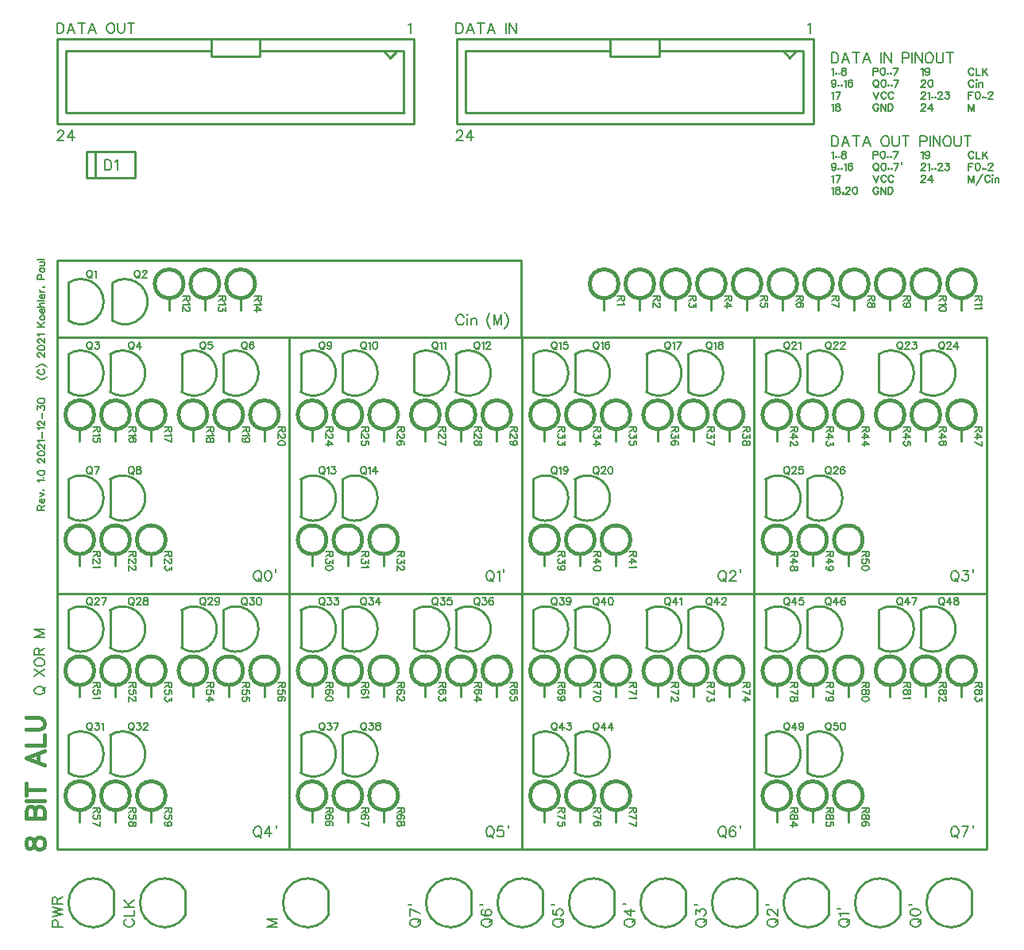
<source format=gto>
G04 Layer: TopSilkLayer*
G04 EasyEDA v6.4.25, 2021-12-30T01:40:23+01:00*
G04 349a449686454aac8e9d9284578b31c7,bb3cfcbffc6840158e79d7648404357e,10*
G04 Gerber Generator version 0.2*
G04 Scale: 100 percent, Rotated: No, Reflected: No *
G04 Dimensions in millimeters *
G04 leading zeros omitted , absolute positions ,4 integer and 5 decimal *
%FSLAX45Y45*%
%MOMM*%

%ADD10C,0.2540*%
%ADD18C,0.3810*%
%ADD19C,0.1524*%
%ADD20C,0.4000*%
%ADD21C,0.1520*%

%LPD*%
D19*
X1079500Y9894315D02*
G01*
X1079500Y9785350D01*
X1079500Y9894315D02*
G01*
X1115821Y9894315D01*
X1131570Y9889236D01*
X1141729Y9878821D01*
X1147063Y9868408D01*
X1152144Y9852660D01*
X1152144Y9826752D01*
X1147063Y9811258D01*
X1141729Y9800844D01*
X1131570Y9790429D01*
X1115821Y9785350D01*
X1079500Y9785350D01*
X1228089Y9894315D02*
G01*
X1186434Y9785350D01*
X1228089Y9894315D02*
G01*
X1269745Y9785350D01*
X1202181Y9821671D02*
G01*
X1253997Y9821671D01*
X1340357Y9894315D02*
G01*
X1340357Y9785350D01*
X1304036Y9894315D02*
G01*
X1376679Y9894315D01*
X1452626Y9894315D02*
G01*
X1410970Y9785350D01*
X1452626Y9894315D02*
G01*
X1494028Y9785350D01*
X1426463Y9821671D02*
G01*
X1478534Y9821671D01*
X1639570Y9894315D02*
G01*
X1629155Y9889236D01*
X1618742Y9878821D01*
X1613662Y9868408D01*
X1608328Y9852660D01*
X1608328Y9826752D01*
X1613662Y9811258D01*
X1618742Y9800844D01*
X1629155Y9790429D01*
X1639570Y9785350D01*
X1660397Y9785350D01*
X1670812Y9790429D01*
X1681226Y9800844D01*
X1686305Y9811258D01*
X1691639Y9826752D01*
X1691639Y9852660D01*
X1686305Y9868408D01*
X1681226Y9878821D01*
X1670812Y9889236D01*
X1660397Y9894315D01*
X1639570Y9894315D01*
X1725929Y9894315D02*
G01*
X1725929Y9816337D01*
X1731010Y9800844D01*
X1741423Y9790429D01*
X1756918Y9785350D01*
X1767331Y9785350D01*
X1783079Y9790429D01*
X1793239Y9800844D01*
X1798573Y9816337D01*
X1798573Y9894315D01*
X1869186Y9894315D02*
G01*
X1869186Y9785350D01*
X1832863Y9894315D02*
G01*
X1905507Y9894315D01*
X5334000Y9894315D02*
G01*
X5334000Y9785350D01*
X5334000Y9894315D02*
G01*
X5370322Y9894315D01*
X5386070Y9889236D01*
X5396229Y9878821D01*
X5401563Y9868408D01*
X5406643Y9852660D01*
X5406643Y9826752D01*
X5401563Y9811258D01*
X5396229Y9800844D01*
X5386070Y9790429D01*
X5370322Y9785350D01*
X5334000Y9785350D01*
X5482590Y9894315D02*
G01*
X5440934Y9785350D01*
X5482590Y9894315D02*
G01*
X5524245Y9785350D01*
X5456681Y9821671D02*
G01*
X5508497Y9821671D01*
X5594858Y9894315D02*
G01*
X5594858Y9785350D01*
X5558536Y9894315D02*
G01*
X5631179Y9894315D01*
X5707125Y9894315D02*
G01*
X5665470Y9785350D01*
X5707125Y9894315D02*
G01*
X5748527Y9785350D01*
X5680963Y9821671D02*
G01*
X5733034Y9821671D01*
X5862827Y9894315D02*
G01*
X5862827Y9785350D01*
X5897118Y9894315D02*
G01*
X5897118Y9785350D01*
X5897118Y9894315D02*
G01*
X5970015Y9785350D01*
X5970015Y9894315D02*
G01*
X5970015Y9785350D01*
X4826000Y9873487D02*
G01*
X4836413Y9878821D01*
X4851908Y9894315D01*
X4851908Y9785350D01*
X1084579Y8725408D02*
G01*
X1084579Y8730487D01*
X1089913Y8740902D01*
X1094994Y8746236D01*
X1105407Y8751315D01*
X1126236Y8751315D01*
X1136650Y8746236D01*
X1141729Y8740902D01*
X1147063Y8730487D01*
X1147063Y8720074D01*
X1141729Y8709660D01*
X1131570Y8694165D01*
X1079500Y8642350D01*
X1152144Y8642350D01*
X1238504Y8751315D02*
G01*
X1186434Y8678671D01*
X1264412Y8678671D01*
X1238504Y8751315D02*
G01*
X1238504Y8642350D01*
X9080500Y9873487D02*
G01*
X9090913Y9878821D01*
X9106408Y9894315D01*
X9106408Y9785350D01*
X5339079Y8725408D02*
G01*
X5339079Y8730487D01*
X5344413Y8740902D01*
X5349493Y8746236D01*
X5359908Y8751315D01*
X5380736Y8751315D01*
X5391150Y8746236D01*
X5396229Y8740902D01*
X5401563Y8730487D01*
X5401563Y8720074D01*
X5396229Y8709660D01*
X5386070Y8694165D01*
X5334000Y8642350D01*
X5406643Y8642350D01*
X5493004Y8751315D02*
G01*
X5440934Y8678671D01*
X5518911Y8678671D01*
X5493004Y8751315D02*
G01*
X5493004Y8642350D01*
X3206241Y4052315D02*
G01*
X3195827Y4047236D01*
X3185413Y4036821D01*
X3180079Y4026407D01*
X3175000Y4010660D01*
X3175000Y3984752D01*
X3180079Y3969257D01*
X3185413Y3958844D01*
X3195827Y3948429D01*
X3206241Y3943350D01*
X3227070Y3943350D01*
X3237229Y3948429D01*
X3247643Y3958844D01*
X3252977Y3969257D01*
X3258058Y3984752D01*
X3258058Y4010660D01*
X3252977Y4026407D01*
X3247643Y4036821D01*
X3237229Y4047236D01*
X3227070Y4052315D01*
X3206241Y4052315D01*
X3221736Y3963923D02*
G01*
X3252977Y3932936D01*
X3323590Y4052315D02*
G01*
X3308095Y4047236D01*
X3297681Y4031487D01*
X3292347Y4005579D01*
X3292347Y3990086D01*
X3297681Y3963923D01*
X3308095Y3948429D01*
X3323590Y3943350D01*
X3334004Y3943350D01*
X3349497Y3948429D01*
X3359911Y3963923D01*
X3365245Y3990086D01*
X3365245Y4005579D01*
X3359911Y4031487D01*
X3349497Y4047236D01*
X3334004Y4052315D01*
X3323590Y4052315D01*
X3409950Y4067810D02*
G01*
X3409950Y4036821D01*
X5682741Y4052315D02*
G01*
X5672327Y4047236D01*
X5661913Y4036821D01*
X5656579Y4026407D01*
X5651500Y4010660D01*
X5651500Y3984752D01*
X5656579Y3969257D01*
X5661913Y3958844D01*
X5672327Y3948429D01*
X5682741Y3943350D01*
X5703570Y3943350D01*
X5713729Y3948429D01*
X5724143Y3958844D01*
X5729477Y3969257D01*
X5734558Y3984752D01*
X5734558Y4010660D01*
X5729477Y4026407D01*
X5724143Y4036821D01*
X5713729Y4047236D01*
X5703570Y4052315D01*
X5682741Y4052315D01*
X5698236Y3963923D02*
G01*
X5729477Y3932936D01*
X5768847Y4031487D02*
G01*
X5779261Y4036821D01*
X5795009Y4052315D01*
X5795009Y3943350D01*
X5839459Y4067810D02*
G01*
X5839459Y4036821D01*
X10635741Y4052315D02*
G01*
X10625327Y4047236D01*
X10614913Y4036821D01*
X10609579Y4026407D01*
X10604500Y4010660D01*
X10604500Y3984752D01*
X10609579Y3969257D01*
X10614913Y3958844D01*
X10625327Y3948429D01*
X10635741Y3943350D01*
X10656570Y3943350D01*
X10666729Y3948429D01*
X10677143Y3958844D01*
X10682477Y3969257D01*
X10687558Y3984752D01*
X10687558Y4010660D01*
X10682477Y4026407D01*
X10677143Y4036821D01*
X10666729Y4047236D01*
X10656570Y4052315D01*
X10635741Y4052315D01*
X10651236Y3963923D02*
G01*
X10682477Y3932936D01*
X10732261Y4052315D02*
G01*
X10789411Y4052315D01*
X10758170Y4010660D01*
X10773918Y4010660D01*
X10784331Y4005579D01*
X10789411Y4000500D01*
X10794745Y3984752D01*
X10794745Y3974337D01*
X10789411Y3958844D01*
X10778997Y3948429D01*
X10763504Y3943350D01*
X10748009Y3943350D01*
X10732261Y3948429D01*
X10727181Y3953510D01*
X10721847Y3963923D01*
X10839450Y4067810D02*
G01*
X10839450Y4036821D01*
X8159241Y4052315D02*
G01*
X8148827Y4047236D01*
X8138413Y4036821D01*
X8133079Y4026407D01*
X8128000Y4010660D01*
X8128000Y3984752D01*
X8133079Y3969257D01*
X8138413Y3958844D01*
X8148827Y3948429D01*
X8159241Y3943350D01*
X8180070Y3943350D01*
X8190229Y3948429D01*
X8200643Y3958844D01*
X8205977Y3969257D01*
X8211058Y3984752D01*
X8211058Y4010660D01*
X8205977Y4026407D01*
X8200643Y4036821D01*
X8190229Y4047236D01*
X8180070Y4052315D01*
X8159241Y4052315D01*
X8174736Y3963923D02*
G01*
X8205977Y3932936D01*
X8250681Y4026407D02*
G01*
X8250681Y4031487D01*
X8255761Y4041902D01*
X8261095Y4047236D01*
X8271509Y4052315D01*
X8292084Y4052315D01*
X8302497Y4047236D01*
X8307831Y4041902D01*
X8312911Y4031487D01*
X8312911Y4021073D01*
X8307831Y4010660D01*
X8297418Y3995165D01*
X8245347Y3943350D01*
X8318245Y3943350D01*
X8362950Y4067810D02*
G01*
X8362950Y4036821D01*
X3206241Y1321815D02*
G01*
X3195827Y1316736D01*
X3185413Y1306321D01*
X3180079Y1295907D01*
X3175000Y1280160D01*
X3175000Y1254252D01*
X3180079Y1238757D01*
X3185413Y1228344D01*
X3195827Y1217929D01*
X3206241Y1212850D01*
X3227070Y1212850D01*
X3237229Y1217929D01*
X3247643Y1228344D01*
X3252977Y1238757D01*
X3258058Y1254252D01*
X3258058Y1280160D01*
X3252977Y1295907D01*
X3247643Y1306321D01*
X3237229Y1316736D01*
X3227070Y1321815D01*
X3206241Y1321815D01*
X3221736Y1233423D02*
G01*
X3252977Y1202436D01*
X3344418Y1321815D02*
G01*
X3292347Y1249171D01*
X3370325Y1249171D01*
X3344418Y1321815D02*
G01*
X3344418Y1212850D01*
X3415029Y1337310D02*
G01*
X3415029Y1306321D01*
X5682741Y1321815D02*
G01*
X5672327Y1316736D01*
X5661913Y1306321D01*
X5656579Y1295907D01*
X5651500Y1280160D01*
X5651500Y1254252D01*
X5656579Y1238757D01*
X5661913Y1228344D01*
X5672327Y1217929D01*
X5682741Y1212850D01*
X5703570Y1212850D01*
X5713729Y1217929D01*
X5724143Y1228344D01*
X5729477Y1238757D01*
X5734558Y1254252D01*
X5734558Y1280160D01*
X5729477Y1295907D01*
X5724143Y1306321D01*
X5713729Y1316736D01*
X5703570Y1321815D01*
X5682741Y1321815D01*
X5698236Y1233423D02*
G01*
X5729477Y1202436D01*
X5831331Y1321815D02*
G01*
X5779261Y1321815D01*
X5774181Y1275079D01*
X5779261Y1280160D01*
X5795009Y1285494D01*
X5810504Y1285494D01*
X5825997Y1280160D01*
X5836411Y1270000D01*
X5841745Y1254252D01*
X5841745Y1243837D01*
X5836411Y1228344D01*
X5825997Y1217929D01*
X5810504Y1212850D01*
X5795009Y1212850D01*
X5779261Y1217929D01*
X5774181Y1223010D01*
X5768847Y1233423D01*
X5886450Y1337310D02*
G01*
X5886450Y1306321D01*
X8159241Y1321815D02*
G01*
X8148827Y1316736D01*
X8138413Y1306321D01*
X8133079Y1295907D01*
X8128000Y1280160D01*
X8128000Y1254252D01*
X8133079Y1238757D01*
X8138413Y1228344D01*
X8148827Y1217929D01*
X8159241Y1212850D01*
X8180070Y1212850D01*
X8190229Y1217929D01*
X8200643Y1228344D01*
X8205977Y1238757D01*
X8211058Y1254252D01*
X8211058Y1280160D01*
X8205977Y1295907D01*
X8200643Y1306321D01*
X8190229Y1316736D01*
X8180070Y1321815D01*
X8159241Y1321815D01*
X8174736Y1233423D02*
G01*
X8205977Y1202436D01*
X8307831Y1306321D02*
G01*
X8302497Y1316736D01*
X8287004Y1321815D01*
X8276590Y1321815D01*
X8261095Y1316736D01*
X8250681Y1300987D01*
X8245347Y1275079D01*
X8245347Y1249171D01*
X8250681Y1228344D01*
X8261095Y1217929D01*
X8276590Y1212850D01*
X8281670Y1212850D01*
X8297418Y1217929D01*
X8307831Y1228344D01*
X8312911Y1243837D01*
X8312911Y1249171D01*
X8307831Y1264665D01*
X8297418Y1275079D01*
X8281670Y1280160D01*
X8276590Y1280160D01*
X8261095Y1275079D01*
X8250681Y1264665D01*
X8245347Y1249171D01*
X8357615Y1337310D02*
G01*
X8357615Y1306321D01*
X10635741Y1321815D02*
G01*
X10625327Y1316736D01*
X10614913Y1306321D01*
X10609579Y1295907D01*
X10604500Y1280160D01*
X10604500Y1254252D01*
X10609579Y1238757D01*
X10614913Y1228344D01*
X10625327Y1217929D01*
X10635741Y1212850D01*
X10656570Y1212850D01*
X10666729Y1217929D01*
X10677143Y1228344D01*
X10682477Y1238757D01*
X10687558Y1254252D01*
X10687558Y1280160D01*
X10682477Y1295907D01*
X10677143Y1306321D01*
X10666729Y1316736D01*
X10656570Y1321815D01*
X10635741Y1321815D01*
X10651236Y1233423D02*
G01*
X10682477Y1202436D01*
X10794745Y1321815D02*
G01*
X10742675Y1212850D01*
X10721847Y1321815D02*
G01*
X10794745Y1321815D01*
X10839450Y1337310D02*
G01*
X10839450Y1306321D01*
X5411977Y6756908D02*
G01*
X5406643Y6767321D01*
X5396229Y6777736D01*
X5386070Y6782815D01*
X5365241Y6782815D01*
X5354827Y6777736D01*
X5344413Y6767321D01*
X5339079Y6756908D01*
X5334000Y6741160D01*
X5334000Y6715252D01*
X5339079Y6699758D01*
X5344413Y6689344D01*
X5354827Y6678929D01*
X5365241Y6673850D01*
X5386070Y6673850D01*
X5396229Y6678929D01*
X5406643Y6689344D01*
X5411977Y6699758D01*
X5446268Y6782815D02*
G01*
X5451347Y6777736D01*
X5456681Y6782815D01*
X5451347Y6788150D01*
X5446268Y6782815D01*
X5451347Y6746494D02*
G01*
X5451347Y6673850D01*
X5490972Y6746494D02*
G01*
X5490972Y6673850D01*
X5490972Y6725665D02*
G01*
X5506465Y6741160D01*
X5516879Y6746494D01*
X5532374Y6746494D01*
X5542788Y6741160D01*
X5548122Y6725665D01*
X5548122Y6673850D01*
X5698743Y6803644D02*
G01*
X5688329Y6793229D01*
X5677915Y6777736D01*
X5667502Y6756908D01*
X5662422Y6731000D01*
X5662422Y6710171D01*
X5667502Y6684010D01*
X5677915Y6663436D01*
X5688329Y6647687D01*
X5698743Y6637273D01*
X5733034Y6782815D02*
G01*
X5733034Y6673850D01*
X5733034Y6782815D02*
G01*
X5774690Y6673850D01*
X5816091Y6782815D02*
G01*
X5774690Y6673850D01*
X5816091Y6782815D02*
G01*
X5816091Y6673850D01*
X5850381Y6803644D02*
G01*
X5860795Y6793229D01*
X5871209Y6777736D01*
X5881624Y6756908D01*
X5886704Y6731000D01*
X5886704Y6710171D01*
X5881624Y6684010D01*
X5871209Y6663436D01*
X5860795Y6647687D01*
X5850381Y6637273D01*
D20*
X750570Y1124965D02*
G01*
X759713Y1097787D01*
X778002Y1088644D01*
X796036Y1088644D01*
X814323Y1097787D01*
X823468Y1115821D01*
X832612Y1152144D01*
X841502Y1179576D01*
X859789Y1197610D01*
X878078Y1206754D01*
X905255Y1206754D01*
X923289Y1197610D01*
X932434Y1188465D01*
X941578Y1161287D01*
X941578Y1124965D01*
X932434Y1097787D01*
X923289Y1088644D01*
X905255Y1079500D01*
X878078Y1079500D01*
X859789Y1088644D01*
X841502Y1106678D01*
X832612Y1134110D01*
X823468Y1170431D01*
X814323Y1188465D01*
X796036Y1197610D01*
X778002Y1197610D01*
X759713Y1188465D01*
X750570Y1161287D01*
X750570Y1124965D01*
X750570Y1406652D02*
G01*
X941578Y1406652D01*
X750570Y1406652D02*
G01*
X750570Y1488694D01*
X759713Y1515871D01*
X768857Y1525015D01*
X787145Y1534160D01*
X805179Y1534160D01*
X823468Y1525015D01*
X832612Y1515871D01*
X841502Y1488694D01*
X841502Y1406652D02*
G01*
X841502Y1488694D01*
X850645Y1515871D01*
X859789Y1525015D01*
X878078Y1534160D01*
X905255Y1534160D01*
X923289Y1525015D01*
X932434Y1515871D01*
X941578Y1488694D01*
X941578Y1406652D01*
X750570Y1594104D02*
G01*
X941578Y1594104D01*
X750570Y1717802D02*
G01*
X941578Y1717802D01*
X750570Y1654047D02*
G01*
X750570Y1781302D01*
X750570Y2054097D02*
G01*
X941578Y1981200D01*
X750570Y2054097D02*
G01*
X941578Y2126742D01*
X878078Y2008631D02*
G01*
X878078Y2099563D01*
X750570Y2186686D02*
G01*
X941578Y2186686D01*
X941578Y2186686D02*
G01*
X941578Y2295905D01*
X750570Y2355850D02*
G01*
X886968Y2355850D01*
X914400Y2364994D01*
X932434Y2383028D01*
X941578Y2410460D01*
X941578Y2428494D01*
X932434Y2455926D01*
X914400Y2473960D01*
X886968Y2483104D01*
X750570Y2483104D01*
D21*
X837184Y2761742D02*
G01*
X842263Y2751328D01*
X852678Y2740913D01*
X863092Y2735579D01*
X878839Y2730500D01*
X904747Y2730500D01*
X920242Y2735579D01*
X930655Y2740913D01*
X941070Y2751328D01*
X946150Y2761742D01*
X946150Y2782570D01*
X941070Y2792729D01*
X930655Y2803144D01*
X920242Y2808478D01*
X904747Y2813557D01*
X878839Y2813557D01*
X863092Y2808478D01*
X852678Y2803144D01*
X842263Y2792729D01*
X837184Y2782570D01*
X837184Y2761742D01*
X925576Y2777236D02*
G01*
X956563Y2808478D01*
X837184Y2927857D02*
G01*
X946150Y3000755D01*
X837184Y3000755D02*
G01*
X946150Y2927857D01*
X837184Y3066034D02*
G01*
X842263Y3055620D01*
X852678Y3045460D01*
X863092Y3040126D01*
X878839Y3035045D01*
X904747Y3035045D01*
X920242Y3040126D01*
X930655Y3045460D01*
X941070Y3055620D01*
X946150Y3066034D01*
X946150Y3086862D01*
X941070Y3097276D01*
X930655Y3107689D01*
X920242Y3112770D01*
X904747Y3118104D01*
X878839Y3118104D01*
X863092Y3112770D01*
X852678Y3107689D01*
X842263Y3097276D01*
X837184Y3086862D01*
X837184Y3066034D01*
X837184Y3152394D02*
G01*
X946150Y3152394D01*
X837184Y3152394D02*
G01*
X837184Y3199129D01*
X842263Y3214623D01*
X847597Y3219957D01*
X858012Y3225037D01*
X868426Y3225037D01*
X878839Y3219957D01*
X883920Y3214623D01*
X889000Y3199129D01*
X889000Y3152394D01*
X889000Y3188715D02*
G01*
X946150Y3225037D01*
X837184Y3339337D02*
G01*
X946150Y3339337D01*
X837184Y3339337D02*
G01*
X946150Y3380994D01*
X837184Y3422650D02*
G01*
X946150Y3380994D01*
X837184Y3422650D02*
G01*
X946150Y3422650D01*
X871728Y4699000D02*
G01*
X948181Y4699000D01*
X871728Y4699000D02*
G01*
X871728Y4731765D01*
X875284Y4742687D01*
X879094Y4746244D01*
X886205Y4749800D01*
X893571Y4749800D01*
X900937Y4746244D01*
X904494Y4742687D01*
X908050Y4731765D01*
X908050Y4699000D01*
X908050Y4724400D02*
G01*
X948181Y4749800D01*
X918971Y4773929D02*
G01*
X918971Y4817618D01*
X911860Y4817618D01*
X904494Y4813807D01*
X900937Y4810252D01*
X897128Y4802886D01*
X897128Y4791963D01*
X900937Y4784852D01*
X908050Y4777486D01*
X918971Y4773929D01*
X926337Y4773929D01*
X937260Y4777486D01*
X944626Y4784852D01*
X948181Y4791963D01*
X948181Y4802886D01*
X944626Y4810252D01*
X937260Y4817618D01*
X897128Y4841494D02*
G01*
X948181Y4863337D01*
X897128Y4885181D02*
G01*
X948181Y4863337D01*
X929894Y4912868D02*
G01*
X933704Y4909057D01*
X937260Y4912868D01*
X933704Y4916423D01*
X929894Y4912868D01*
X886205Y4996434D02*
G01*
X882650Y5003800D01*
X871728Y5014721D01*
X948181Y5014721D01*
X929894Y5042154D02*
G01*
X933704Y5038597D01*
X937260Y5042154D01*
X933704Y5045963D01*
X929894Y5042154D01*
X871728Y5091684D02*
G01*
X875284Y5080762D01*
X886205Y5073650D01*
X904494Y5069839D01*
X915415Y5069839D01*
X933704Y5073650D01*
X944626Y5080762D01*
X948181Y5091684D01*
X948181Y5099050D01*
X944626Y5109971D01*
X933704Y5117084D01*
X915415Y5120894D01*
X904494Y5120894D01*
X886205Y5117084D01*
X875284Y5109971D01*
X871728Y5099050D01*
X871728Y5091684D01*
X890015Y5204460D02*
G01*
X886205Y5204460D01*
X879094Y5208015D01*
X875284Y5211826D01*
X871728Y5218937D01*
X871728Y5233670D01*
X875284Y5240781D01*
X879094Y5244337D01*
X886205Y5248147D01*
X893571Y5248147D01*
X900937Y5244337D01*
X911860Y5237226D01*
X948181Y5200904D01*
X948181Y5251704D01*
X871728Y5297423D02*
G01*
X875284Y5286755D01*
X886205Y5279389D01*
X904494Y5275834D01*
X915415Y5275834D01*
X933704Y5279389D01*
X944626Y5286755D01*
X948181Y5297423D01*
X948181Y5304789D01*
X944626Y5315712D01*
X933704Y5323078D01*
X915415Y5326634D01*
X904494Y5326634D01*
X886205Y5323078D01*
X875284Y5315712D01*
X871728Y5304789D01*
X871728Y5297423D01*
X890015Y5354320D02*
G01*
X886205Y5354320D01*
X879094Y5357876D01*
X875284Y5361431D01*
X871728Y5368797D01*
X871728Y5383276D01*
X875284Y5390642D01*
X879094Y5394197D01*
X886205Y5398007D01*
X893571Y5398007D01*
X900937Y5394197D01*
X911860Y5387086D01*
X948181Y5350510D01*
X948181Y5401563D01*
X886205Y5425439D02*
G01*
X882650Y5432805D01*
X871728Y5443728D01*
X948181Y5443728D01*
X915415Y5467604D02*
G01*
X915415Y5533136D01*
X886205Y5557265D02*
G01*
X882650Y5564378D01*
X871728Y5575300D01*
X948181Y5575300D01*
X890015Y5602986D02*
G01*
X886205Y5602986D01*
X879094Y5606542D01*
X875284Y5610352D01*
X871728Y5617463D01*
X871728Y5632195D01*
X875284Y5639307D01*
X879094Y5643118D01*
X886205Y5646673D01*
X893571Y5646673D01*
X900937Y5643118D01*
X911860Y5635752D01*
X948181Y5599429D01*
X948181Y5650229D01*
X915415Y5674360D02*
G01*
X915415Y5739637D01*
X871728Y5770879D02*
G01*
X871728Y5811012D01*
X900937Y5789168D01*
X900937Y5800089D01*
X904494Y5807455D01*
X908050Y5811012D01*
X918971Y5814568D01*
X926337Y5814568D01*
X937260Y5811012D01*
X944626Y5803645D01*
X948181Y5792723D01*
X948181Y5781802D01*
X944626Y5770879D01*
X940815Y5767323D01*
X933704Y5763768D01*
X871728Y5860542D02*
G01*
X875284Y5849620D01*
X886205Y5842254D01*
X904494Y5838697D01*
X915415Y5838697D01*
X933704Y5842254D01*
X944626Y5849620D01*
X948181Y5860542D01*
X948181Y5867654D01*
X944626Y5878576D01*
X933704Y5885942D01*
X915415Y5889497D01*
X904494Y5889497D01*
X886205Y5885942D01*
X875284Y5878576D01*
X871728Y5867654D01*
X871728Y5860542D01*
X857250Y6121400D02*
G01*
X864615Y6114287D01*
X875284Y6106921D01*
X890015Y6099555D01*
X908050Y6096000D01*
X922781Y6096000D01*
X940815Y6099555D01*
X955294Y6106921D01*
X966215Y6114287D01*
X973581Y6121400D01*
X890015Y6199886D02*
G01*
X882650Y6196329D01*
X875284Y6188963D01*
X871728Y6181852D01*
X871728Y6167373D01*
X875284Y6160007D01*
X882650Y6152642D01*
X890015Y6149086D01*
X900937Y6145529D01*
X918971Y6145529D01*
X929894Y6149086D01*
X937260Y6152642D01*
X944626Y6160007D01*
X948181Y6167373D01*
X948181Y6181852D01*
X944626Y6188963D01*
X937260Y6196329D01*
X929894Y6199886D01*
X857250Y6224015D02*
G01*
X864615Y6231381D01*
X875284Y6238494D01*
X890015Y6245860D01*
X908050Y6249415D01*
X922781Y6249415D01*
X940815Y6245860D01*
X955294Y6238494D01*
X966215Y6231381D01*
X973581Y6224015D01*
X890015Y6332981D02*
G01*
X886205Y6332981D01*
X879094Y6336792D01*
X875284Y6340347D01*
X871728Y6347713D01*
X871728Y6362192D01*
X875284Y6369557D01*
X879094Y6373113D01*
X886205Y6376670D01*
X893571Y6376670D01*
X900937Y6373113D01*
X911860Y6365747D01*
X948181Y6329426D01*
X948181Y6380479D01*
X871728Y6426200D02*
G01*
X875284Y6415278D01*
X886205Y6407912D01*
X904494Y6404355D01*
X915415Y6404355D01*
X933704Y6407912D01*
X944626Y6415278D01*
X948181Y6426200D01*
X948181Y6433565D01*
X944626Y6444487D01*
X933704Y6451600D01*
X915415Y6455155D01*
X904494Y6455155D01*
X886205Y6451600D01*
X875284Y6444487D01*
X871728Y6433565D01*
X871728Y6426200D01*
X890015Y6482842D02*
G01*
X886205Y6482842D01*
X879094Y6486652D01*
X875284Y6490207D01*
X871728Y6497573D01*
X871728Y6512052D01*
X875284Y6519163D01*
X879094Y6522973D01*
X886205Y6526529D01*
X893571Y6526529D01*
X900937Y6522973D01*
X911860Y6515607D01*
X948181Y6479286D01*
X948181Y6530086D01*
X886205Y6554215D02*
G01*
X882650Y6561328D01*
X871728Y6572250D01*
X948181Y6572250D01*
X871728Y6652260D02*
G01*
X948181Y6652260D01*
X871728Y6703313D02*
G01*
X922781Y6652260D01*
X904494Y6670547D02*
G01*
X948181Y6703313D01*
X897128Y6745478D02*
G01*
X900937Y6738112D01*
X908050Y6731000D01*
X918971Y6727189D01*
X926337Y6727189D01*
X937260Y6731000D01*
X944626Y6738112D01*
X948181Y6745478D01*
X948181Y6756400D01*
X944626Y6763512D01*
X937260Y6770878D01*
X926337Y6774434D01*
X918971Y6774434D01*
X908050Y6770878D01*
X900937Y6763512D01*
X897128Y6756400D01*
X897128Y6745478D01*
X918971Y6798563D02*
G01*
X918971Y6842252D01*
X911860Y6842252D01*
X904494Y6838442D01*
X900937Y6834886D01*
X897128Y6827520D01*
X897128Y6816852D01*
X900937Y6809486D01*
X908050Y6802120D01*
X918971Y6798563D01*
X926337Y6798563D01*
X937260Y6802120D01*
X944626Y6809486D01*
X948181Y6816852D01*
X948181Y6827520D01*
X944626Y6834886D01*
X937260Y6842252D01*
X871728Y6866128D02*
G01*
X948181Y6866128D01*
X911860Y6866128D02*
G01*
X900937Y6877050D01*
X897128Y6884415D01*
X897128Y6895337D01*
X900937Y6902450D01*
X911860Y6906260D01*
X948181Y6906260D01*
X871728Y6930136D02*
G01*
X948181Y6930136D01*
X918971Y6954265D02*
G01*
X918971Y6997700D01*
X911860Y6997700D01*
X904494Y6994144D01*
X900937Y6990587D01*
X897128Y6983221D01*
X897128Y6972300D01*
X900937Y6965187D01*
X908050Y6957821D01*
X918971Y6954265D01*
X926337Y6954265D01*
X937260Y6957821D01*
X944626Y6965187D01*
X948181Y6972300D01*
X948181Y6983221D01*
X944626Y6990587D01*
X937260Y6997700D01*
X897128Y7021829D02*
G01*
X948181Y7021829D01*
X918971Y7021829D02*
G01*
X908050Y7025386D01*
X900937Y7032752D01*
X897128Y7040118D01*
X897128Y7050786D01*
X933704Y7082281D02*
G01*
X937260Y7078471D01*
X933704Y7074915D01*
X929894Y7078471D01*
X933704Y7082281D01*
X940815Y7082281D01*
X948181Y7074915D01*
X871728Y7162292D02*
G01*
X948181Y7162292D01*
X871728Y7162292D02*
G01*
X871728Y7194804D01*
X875284Y7205726D01*
X879094Y7209536D01*
X886205Y7213092D01*
X897128Y7213092D01*
X904494Y7209536D01*
X908050Y7205726D01*
X911860Y7194804D01*
X911860Y7162292D01*
X897128Y7280655D02*
G01*
X948181Y7280655D01*
X908050Y7280655D02*
G01*
X900937Y7273544D01*
X897128Y7266178D01*
X897128Y7255255D01*
X900937Y7247889D01*
X908050Y7240778D01*
X918971Y7236968D01*
X926337Y7236968D01*
X937260Y7240778D01*
X944626Y7247889D01*
X948181Y7255255D01*
X948181Y7266178D01*
X944626Y7273544D01*
X937260Y7280655D01*
X897128Y7304786D02*
G01*
X933704Y7304786D01*
X944626Y7308342D01*
X948181Y7315708D01*
X948181Y7326629D01*
X944626Y7333742D01*
X933704Y7344663D01*
X897128Y7344663D02*
G01*
X948181Y7344663D01*
X871728Y7368794D02*
G01*
X948181Y7368794D01*
X10795000Y8272271D02*
G01*
X10795000Y8195818D01*
X10795000Y8272271D02*
G01*
X10824209Y8195818D01*
X10853165Y8272271D02*
G01*
X10824209Y8195818D01*
X10853165Y8272271D02*
G01*
X10853165Y8195818D01*
X10942574Y8286750D02*
G01*
X10877295Y8170418D01*
X11021059Y8253984D02*
G01*
X11017504Y8261350D01*
X11010391Y8268715D01*
X11003025Y8272271D01*
X10988547Y8272271D01*
X10981181Y8268715D01*
X10973815Y8261350D01*
X10970259Y8253984D01*
X10966704Y8243062D01*
X10966704Y8225028D01*
X10970259Y8214105D01*
X10973815Y8206739D01*
X10981181Y8199373D01*
X10988547Y8195818D01*
X11003025Y8195818D01*
X11010391Y8199373D01*
X11017504Y8206739D01*
X11021059Y8214105D01*
X11045190Y8272271D02*
G01*
X11048745Y8268715D01*
X11052556Y8272271D01*
X11048745Y8275828D01*
X11045190Y8272271D01*
X11048745Y8246871D02*
G01*
X11048745Y8195818D01*
X11076431Y8246871D02*
G01*
X11076431Y8195818D01*
X11076431Y8232139D02*
G01*
X11087354Y8243062D01*
X11094720Y8246871D01*
X11105641Y8246871D01*
X11112754Y8243062D01*
X11116563Y8232139D01*
X11116563Y8195818D01*
X10290556Y8253984D02*
G01*
X10290556Y8257794D01*
X10294365Y8264905D01*
X10297922Y8268715D01*
X10305288Y8272271D01*
X10319765Y8272271D01*
X10326877Y8268715D01*
X10330688Y8264905D01*
X10334243Y8257794D01*
X10334243Y8250428D01*
X10330688Y8243062D01*
X10323322Y8232139D01*
X10287000Y8195818D01*
X10337800Y8195818D01*
X10398252Y8272271D02*
G01*
X10361929Y8221218D01*
X10416540Y8221218D01*
X10398252Y8272271D02*
G01*
X10398252Y8195818D01*
X10290556Y8380984D02*
G01*
X10290556Y8384794D01*
X10294365Y8391905D01*
X10297922Y8395715D01*
X10305288Y8399271D01*
X10319765Y8399271D01*
X10326877Y8395715D01*
X10330688Y8391905D01*
X10334243Y8384794D01*
X10334243Y8377428D01*
X10330688Y8370062D01*
X10323322Y8359139D01*
X10287000Y8322818D01*
X10337800Y8322818D01*
X10361929Y8384794D02*
G01*
X10369295Y8388350D01*
X10379963Y8399271D01*
X10379963Y8322818D01*
X10407650Y8341105D02*
G01*
X10404093Y8337295D01*
X10407650Y8333739D01*
X10411459Y8337295D01*
X10407650Y8341105D01*
X10438891Y8341105D02*
G01*
X10435336Y8337295D01*
X10438891Y8333739D01*
X10442702Y8337295D01*
X10438891Y8341105D01*
X10470388Y8380984D02*
G01*
X10470388Y8384794D01*
X10473943Y8391905D01*
X10477500Y8395715D01*
X10484865Y8399271D01*
X10499343Y8399271D01*
X10506709Y8395715D01*
X10510265Y8391905D01*
X10513822Y8384794D01*
X10513822Y8377428D01*
X10510265Y8370062D01*
X10502900Y8359139D01*
X10466577Y8322818D01*
X10517631Y8322818D01*
X10548874Y8399271D02*
G01*
X10588752Y8399271D01*
X10566908Y8370062D01*
X10577829Y8370062D01*
X10585195Y8366505D01*
X10588752Y8362950D01*
X10592561Y8352028D01*
X10592561Y8344662D01*
X10588752Y8333739D01*
X10581640Y8326373D01*
X10570718Y8322818D01*
X10559795Y8322818D01*
X10548874Y8326373D01*
X10545063Y8330184D01*
X10541508Y8337295D01*
X10795000Y8399271D02*
G01*
X10795000Y8322818D01*
X10795000Y8399271D02*
G01*
X10842243Y8399271D01*
X10795000Y8362950D02*
G01*
X10824209Y8362950D01*
X10887963Y8399271D02*
G01*
X10877295Y8395715D01*
X10869929Y8384794D01*
X10866374Y8366505D01*
X10866374Y8355584D01*
X10869929Y8337295D01*
X10877295Y8326373D01*
X10887963Y8322818D01*
X10895329Y8322818D01*
X10906252Y8326373D01*
X10913618Y8337295D01*
X10917174Y8355584D01*
X10917174Y8366505D01*
X10913618Y8384794D01*
X10906252Y8395715D01*
X10895329Y8399271D01*
X10887963Y8399271D01*
X10944859Y8341105D02*
G01*
X10941304Y8337295D01*
X10944859Y8333739D01*
X10948415Y8337295D01*
X10944859Y8341105D01*
X10976102Y8341105D02*
G01*
X10972545Y8337295D01*
X10976102Y8333739D01*
X10979658Y8337295D01*
X10976102Y8341105D01*
X11007343Y8380984D02*
G01*
X11007343Y8384794D01*
X11010900Y8391905D01*
X11014709Y8395715D01*
X11021822Y8399271D01*
X11036554Y8399271D01*
X11043665Y8395715D01*
X11047475Y8391905D01*
X11051031Y8384794D01*
X11051031Y8377428D01*
X11047475Y8370062D01*
X11040109Y8359139D01*
X11003788Y8322818D01*
X11054588Y8322818D01*
X10287000Y8511794D02*
G01*
X10294365Y8515350D01*
X10305288Y8526271D01*
X10305288Y8449818D01*
X10376408Y8500871D02*
G01*
X10372852Y8489950D01*
X10365486Y8482584D01*
X10354563Y8479028D01*
X10351008Y8479028D01*
X10340086Y8482584D01*
X10332720Y8489950D01*
X10329163Y8500871D01*
X10329163Y8504428D01*
X10332720Y8515350D01*
X10340086Y8522715D01*
X10351008Y8526271D01*
X10354563Y8526271D01*
X10365486Y8522715D01*
X10372852Y8515350D01*
X10376408Y8500871D01*
X10376408Y8482584D01*
X10372852Y8464295D01*
X10365486Y8453374D01*
X10354563Y8449818D01*
X10347452Y8449818D01*
X10336529Y8453374D01*
X10332720Y8460739D01*
X10849609Y8507984D02*
G01*
X10845800Y8515350D01*
X10838688Y8522715D01*
X10831322Y8526271D01*
X10816843Y8526271D01*
X10809477Y8522715D01*
X10802365Y8515350D01*
X10798556Y8507984D01*
X10795000Y8497062D01*
X10795000Y8479028D01*
X10798556Y8468105D01*
X10802365Y8460739D01*
X10809477Y8453374D01*
X10816843Y8449818D01*
X10831322Y8449818D01*
X10838688Y8453374D01*
X10845800Y8460739D01*
X10849609Y8468105D01*
X10873486Y8526271D02*
G01*
X10873486Y8449818D01*
X10873486Y8449818D02*
G01*
X10917174Y8449818D01*
X10941304Y8526271D02*
G01*
X10941304Y8449818D01*
X10992104Y8526271D02*
G01*
X10941304Y8475218D01*
X10959338Y8493505D02*
G01*
X10992104Y8449818D01*
X9334500Y8130794D02*
G01*
X9341865Y8134350D01*
X9352788Y8145271D01*
X9352788Y8068818D01*
X9394952Y8145271D02*
G01*
X9384029Y8141715D01*
X9380220Y8134350D01*
X9380220Y8126984D01*
X9384029Y8119871D01*
X9391141Y8116062D01*
X9405874Y8112505D01*
X9416795Y8108950D01*
X9423908Y8101584D01*
X9427463Y8094218D01*
X9427463Y8083295D01*
X9423908Y8076184D01*
X9420352Y8072373D01*
X9409429Y8068818D01*
X9394952Y8068818D01*
X9384029Y8072373D01*
X9380220Y8076184D01*
X9376663Y8083295D01*
X9376663Y8094218D01*
X9380220Y8101584D01*
X9387586Y8108950D01*
X9398508Y8112505D01*
X9412986Y8116062D01*
X9420352Y8119871D01*
X9423908Y8126984D01*
X9423908Y8134350D01*
X9420352Y8141715D01*
X9409429Y8145271D01*
X9394952Y8145271D01*
X9458959Y8083295D02*
G01*
X9455150Y8079739D01*
X9451593Y8083295D01*
X9455150Y8087105D01*
X9458959Y8083295D01*
X9458959Y8076184D01*
X9451593Y8068818D01*
X9486391Y8126984D02*
G01*
X9486391Y8130794D01*
X9490202Y8137905D01*
X9493758Y8141715D01*
X9501124Y8145271D01*
X9515602Y8145271D01*
X9522968Y8141715D01*
X9526524Y8137905D01*
X9530079Y8130794D01*
X9530079Y8123428D01*
X9526524Y8116062D01*
X9519158Y8105139D01*
X9482836Y8068818D01*
X9533890Y8068818D01*
X9579609Y8145271D02*
G01*
X9568688Y8141715D01*
X9561322Y8130794D01*
X9557765Y8112505D01*
X9557765Y8101584D01*
X9561322Y8083295D01*
X9568688Y8072373D01*
X9579609Y8068818D01*
X9586975Y8068818D01*
X9597897Y8072373D01*
X9605009Y8083295D01*
X9608565Y8101584D01*
X9608565Y8112505D01*
X9605009Y8130794D01*
X9597897Y8141715D01*
X9586975Y8145271D01*
X9579609Y8145271D01*
X9833609Y8126984D02*
G01*
X9829800Y8134350D01*
X9822688Y8141715D01*
X9815322Y8145271D01*
X9800843Y8145271D01*
X9793477Y8141715D01*
X9786365Y8134350D01*
X9782556Y8126984D01*
X9779000Y8116062D01*
X9779000Y8098028D01*
X9782556Y8087105D01*
X9786365Y8079739D01*
X9793477Y8072373D01*
X9800843Y8068818D01*
X9815322Y8068818D01*
X9822688Y8072373D01*
X9829800Y8079739D01*
X9833609Y8087105D01*
X9833609Y8098028D01*
X9815322Y8098028D02*
G01*
X9833609Y8098028D01*
X9857486Y8145271D02*
G01*
X9857486Y8068818D01*
X9857486Y8145271D02*
G01*
X9908540Y8068818D01*
X9908540Y8145271D02*
G01*
X9908540Y8068818D01*
X9932415Y8145271D02*
G01*
X9932415Y8068818D01*
X9932415Y8145271D02*
G01*
X9957815Y8145271D01*
X9968738Y8141715D01*
X9976104Y8134350D01*
X9979659Y8126984D01*
X9983470Y8116062D01*
X9983470Y8098028D01*
X9979659Y8087105D01*
X9976104Y8079739D01*
X9968738Y8072373D01*
X9957815Y8068818D01*
X9932415Y8068818D01*
X9779000Y8272271D02*
G01*
X9808209Y8195818D01*
X9837165Y8272271D02*
G01*
X9808209Y8195818D01*
X9915652Y8253984D02*
G01*
X9912095Y8261350D01*
X9904729Y8268715D01*
X9897618Y8272271D01*
X9882886Y8272271D01*
X9875774Y8268715D01*
X9868408Y8261350D01*
X9864852Y8253984D01*
X9861295Y8243062D01*
X9861295Y8225028D01*
X9864852Y8214105D01*
X9868408Y8206739D01*
X9875774Y8199373D01*
X9882886Y8195818D01*
X9897618Y8195818D01*
X9904729Y8199373D01*
X9912095Y8206739D01*
X9915652Y8214105D01*
X9994391Y8253984D02*
G01*
X9990581Y8261350D01*
X9983470Y8268715D01*
X9976104Y8272271D01*
X9961625Y8272271D01*
X9954259Y8268715D01*
X9946893Y8261350D01*
X9943338Y8253984D01*
X9939781Y8243062D01*
X9939781Y8225028D01*
X9943338Y8214105D01*
X9946893Y8206739D01*
X9954259Y8199373D01*
X9961625Y8195818D01*
X9976104Y8195818D01*
X9983470Y8199373D01*
X9990581Y8206739D01*
X9994391Y8214105D01*
X9800843Y8399271D02*
G01*
X9793477Y8395715D01*
X9786365Y8388350D01*
X9782556Y8380984D01*
X9779000Y8370062D01*
X9779000Y8352028D01*
X9782556Y8341105D01*
X9786365Y8333739D01*
X9793477Y8326373D01*
X9800843Y8322818D01*
X9815322Y8322818D01*
X9822688Y8326373D01*
X9829800Y8333739D01*
X9833609Y8341105D01*
X9837165Y8352028D01*
X9837165Y8370062D01*
X9833609Y8380984D01*
X9829800Y8388350D01*
X9822688Y8395715D01*
X9815322Y8399271D01*
X9800843Y8399271D01*
X9811765Y8337295D02*
G01*
X9833609Y8315705D01*
X9882886Y8399271D02*
G01*
X9871963Y8395715D01*
X9864852Y8384794D01*
X9861295Y8366505D01*
X9861295Y8355584D01*
X9864852Y8337295D01*
X9871963Y8326373D01*
X9882886Y8322818D01*
X9890252Y8322818D01*
X9901174Y8326373D01*
X9908540Y8337295D01*
X9912095Y8355584D01*
X9912095Y8366505D01*
X9908540Y8384794D01*
X9901174Y8395715D01*
X9890252Y8399271D01*
X9882886Y8399271D01*
X9939781Y8341105D02*
G01*
X9935972Y8337295D01*
X9939781Y8333739D01*
X9943338Y8337295D01*
X9939781Y8341105D01*
X9971024Y8341105D02*
G01*
X9967468Y8337295D01*
X9971024Y8333739D01*
X9974579Y8337295D01*
X9971024Y8341105D01*
X10049509Y8399271D02*
G01*
X10013188Y8322818D01*
X9998709Y8399271D02*
G01*
X10049509Y8399271D01*
X10080752Y8410194D02*
G01*
X10080752Y8388350D01*
X9779000Y8526271D02*
G01*
X9779000Y8449818D01*
X9779000Y8526271D02*
G01*
X9811765Y8526271D01*
X9822688Y8522715D01*
X9826243Y8518905D01*
X9829800Y8511794D01*
X9829800Y8500871D01*
X9826243Y8493505D01*
X9822688Y8489950D01*
X9811765Y8486139D01*
X9779000Y8486139D01*
X9875774Y8526271D02*
G01*
X9864852Y8522715D01*
X9857486Y8511794D01*
X9853929Y8493505D01*
X9853929Y8482584D01*
X9857486Y8464295D01*
X9864852Y8453374D01*
X9875774Y8449818D01*
X9882886Y8449818D01*
X9893808Y8453374D01*
X9901174Y8464295D01*
X9904729Y8482584D01*
X9904729Y8493505D01*
X9901174Y8511794D01*
X9893808Y8522715D01*
X9882886Y8526271D01*
X9875774Y8526271D01*
X9932415Y8468105D02*
G01*
X9928859Y8464295D01*
X9932415Y8460739D01*
X9935972Y8464295D01*
X9932415Y8468105D01*
X9963658Y8468105D02*
G01*
X9960102Y8464295D01*
X9963658Y8460739D01*
X9967468Y8464295D01*
X9963658Y8468105D01*
X10042397Y8526271D02*
G01*
X10005822Y8449818D01*
X9991343Y8526271D02*
G01*
X10042397Y8526271D01*
X9334500Y8257794D02*
G01*
X9341865Y8261350D01*
X9352788Y8272271D01*
X9352788Y8195818D01*
X9427463Y8272271D02*
G01*
X9391141Y8195818D01*
X9376663Y8272271D02*
G01*
X9427463Y8272271D01*
X9381743Y8373871D02*
G01*
X9378188Y8362950D01*
X9370822Y8355584D01*
X9359900Y8352028D01*
X9356343Y8352028D01*
X9345422Y8355584D01*
X9338056Y8362950D01*
X9334500Y8373871D01*
X9334500Y8377428D01*
X9338056Y8388350D01*
X9345422Y8395715D01*
X9356343Y8399271D01*
X9359900Y8399271D01*
X9370822Y8395715D01*
X9378188Y8388350D01*
X9381743Y8373871D01*
X9381743Y8355584D01*
X9378188Y8337295D01*
X9370822Y8326373D01*
X9359900Y8322818D01*
X9352788Y8322818D01*
X9341865Y8326373D01*
X9338056Y8333739D01*
X9409429Y8341105D02*
G01*
X9405874Y8337295D01*
X9409429Y8333739D01*
X9412986Y8337295D01*
X9409429Y8341105D01*
X9440672Y8341105D02*
G01*
X9437115Y8337295D01*
X9440672Y8333739D01*
X9444227Y8337295D01*
X9440672Y8341105D01*
X9468358Y8384794D02*
G01*
X9475470Y8388350D01*
X9486391Y8399271D01*
X9486391Y8322818D01*
X9554209Y8388350D02*
G01*
X9550400Y8395715D01*
X9539477Y8399271D01*
X9532365Y8399271D01*
X9521443Y8395715D01*
X9514077Y8384794D01*
X9510522Y8366505D01*
X9510522Y8348218D01*
X9514077Y8333739D01*
X9521443Y8326373D01*
X9532365Y8322818D01*
X9535922Y8322818D01*
X9546843Y8326373D01*
X9554209Y8333739D01*
X9557765Y8344662D01*
X9557765Y8348218D01*
X9554209Y8359139D01*
X9546843Y8366505D01*
X9535922Y8370062D01*
X9532365Y8370062D01*
X9521443Y8366505D01*
X9514077Y8359139D01*
X9510522Y8348218D01*
X9334500Y8511794D02*
G01*
X9341865Y8515350D01*
X9352788Y8526271D01*
X9352788Y8449818D01*
X9380220Y8468105D02*
G01*
X9376663Y8464295D01*
X9380220Y8460739D01*
X9384029Y8464295D01*
X9380220Y8468105D01*
X9411715Y8468105D02*
G01*
X9407906Y8464295D01*
X9411715Y8460739D01*
X9415272Y8464295D01*
X9411715Y8468105D01*
X9457436Y8526271D02*
G01*
X9446513Y8522715D01*
X9442958Y8515350D01*
X9442958Y8507984D01*
X9446513Y8500871D01*
X9453879Y8497062D01*
X9468358Y8493505D01*
X9479279Y8489950D01*
X9486391Y8482584D01*
X9490202Y8475218D01*
X9490202Y8464295D01*
X9486391Y8457184D01*
X9482836Y8453374D01*
X9471913Y8449818D01*
X9457436Y8449818D01*
X9446513Y8453374D01*
X9442958Y8457184D01*
X9439147Y8464295D01*
X9439147Y8475218D01*
X9442958Y8482584D01*
X9450070Y8489950D01*
X9460991Y8493505D01*
X9475470Y8497062D01*
X9482836Y8500871D01*
X9486391Y8507984D01*
X9486391Y8515350D01*
X9482836Y8522715D01*
X9471913Y8526271D01*
X9457436Y8526271D01*
X9334500Y8687815D02*
G01*
X9334500Y8578850D01*
X9334500Y8687815D02*
G01*
X9370822Y8687815D01*
X9386570Y8682736D01*
X9396729Y8672321D01*
X9402063Y8661908D01*
X9407143Y8646160D01*
X9407143Y8620252D01*
X9402063Y8604758D01*
X9396729Y8594344D01*
X9386570Y8583929D01*
X9370822Y8578850D01*
X9334500Y8578850D01*
X9483090Y8687815D02*
G01*
X9441434Y8578850D01*
X9483090Y8687815D02*
G01*
X9524745Y8578850D01*
X9457181Y8615171D02*
G01*
X9508997Y8615171D01*
X9595358Y8687815D02*
G01*
X9595358Y8578850D01*
X9559036Y8687815D02*
G01*
X9631679Y8687815D01*
X9707625Y8687815D02*
G01*
X9665970Y8578850D01*
X9707625Y8687815D02*
G01*
X9749027Y8578850D01*
X9681463Y8615171D02*
G01*
X9733534Y8615171D01*
X9894570Y8687815D02*
G01*
X9884156Y8682736D01*
X9873741Y8672321D01*
X9868661Y8661908D01*
X9863327Y8646160D01*
X9863327Y8620252D01*
X9868661Y8604758D01*
X9873741Y8594344D01*
X9884156Y8583929D01*
X9894570Y8578850D01*
X9915397Y8578850D01*
X9925811Y8583929D01*
X9936225Y8594344D01*
X9941306Y8604758D01*
X9946640Y8620252D01*
X9946640Y8646160D01*
X9941306Y8661908D01*
X9936225Y8672321D01*
X9925811Y8682736D01*
X9915397Y8687815D01*
X9894570Y8687815D01*
X9980929Y8687815D02*
G01*
X9980929Y8609837D01*
X9986009Y8594344D01*
X9996424Y8583929D01*
X10011918Y8578850D01*
X10022331Y8578850D01*
X10038079Y8583929D01*
X10048240Y8594344D01*
X10053574Y8609837D01*
X10053574Y8687815D01*
X10124186Y8687815D02*
G01*
X10124186Y8578850D01*
X10087863Y8687815D02*
G01*
X10160508Y8687815D01*
X10274808Y8687815D02*
G01*
X10274808Y8578850D01*
X10274808Y8687815D02*
G01*
X10321543Y8687815D01*
X10337291Y8682736D01*
X10342372Y8677402D01*
X10347706Y8666987D01*
X10347706Y8651494D01*
X10342372Y8641079D01*
X10337291Y8636000D01*
X10321543Y8630665D01*
X10274808Y8630665D01*
X10381995Y8687815D02*
G01*
X10381995Y8578850D01*
X10416286Y8687815D02*
G01*
X10416286Y8578850D01*
X10416286Y8687815D02*
G01*
X10488929Y8578850D01*
X10488929Y8687815D02*
G01*
X10488929Y8578850D01*
X10554461Y8687815D02*
G01*
X10544047Y8682736D01*
X10533634Y8672321D01*
X10528300Y8661908D01*
X10523220Y8646160D01*
X10523220Y8620252D01*
X10528300Y8604758D01*
X10533634Y8594344D01*
X10544047Y8583929D01*
X10554461Y8578850D01*
X10575290Y8578850D01*
X10585450Y8583929D01*
X10595863Y8594344D01*
X10601197Y8604758D01*
X10606277Y8620252D01*
X10606277Y8646160D01*
X10601197Y8661908D01*
X10595863Y8672321D01*
X10585450Y8682736D01*
X10575290Y8687815D01*
X10554461Y8687815D01*
X10640568Y8687815D02*
G01*
X10640568Y8609837D01*
X10645902Y8594344D01*
X10656315Y8583929D01*
X10671809Y8578850D01*
X10682224Y8578850D01*
X10697718Y8583929D01*
X10708131Y8594344D01*
X10713465Y8609837D01*
X10713465Y8687815D01*
X10784077Y8687815D02*
G01*
X10784077Y8578850D01*
X10747756Y8687815D02*
G01*
X10820400Y8687815D01*
X9334500Y9576815D02*
G01*
X9334500Y9467850D01*
X9334500Y9576815D02*
G01*
X9370822Y9576815D01*
X9386570Y9571736D01*
X9396729Y9561321D01*
X9402063Y9550908D01*
X9407143Y9535160D01*
X9407143Y9509252D01*
X9402063Y9493758D01*
X9396729Y9483344D01*
X9386570Y9472929D01*
X9370822Y9467850D01*
X9334500Y9467850D01*
X9483090Y9576815D02*
G01*
X9441434Y9467850D01*
X9483090Y9576815D02*
G01*
X9524745Y9467850D01*
X9457181Y9504171D02*
G01*
X9508997Y9504171D01*
X9595358Y9576815D02*
G01*
X9595358Y9467850D01*
X9559036Y9576815D02*
G01*
X9631679Y9576815D01*
X9707625Y9576815D02*
G01*
X9665970Y9467850D01*
X9707625Y9576815D02*
G01*
X9749027Y9467850D01*
X9681463Y9504171D02*
G01*
X9733534Y9504171D01*
X9863327Y9576815D02*
G01*
X9863327Y9467850D01*
X9897618Y9576815D02*
G01*
X9897618Y9467850D01*
X9897618Y9576815D02*
G01*
X9970515Y9467850D01*
X9970515Y9576815D02*
G01*
X9970515Y9467850D01*
X10084815Y9576815D02*
G01*
X10084815Y9467850D01*
X10084815Y9576815D02*
G01*
X10131552Y9576815D01*
X10147045Y9571736D01*
X10152379Y9566402D01*
X10157459Y9555987D01*
X10157459Y9540494D01*
X10152379Y9530079D01*
X10147045Y9525000D01*
X10131552Y9519665D01*
X10084815Y9519665D01*
X10191750Y9576815D02*
G01*
X10191750Y9467850D01*
X10226040Y9576815D02*
G01*
X10226040Y9467850D01*
X10226040Y9576815D02*
G01*
X10298684Y9467850D01*
X10298684Y9576815D02*
G01*
X10298684Y9467850D01*
X10364215Y9576815D02*
G01*
X10353802Y9571736D01*
X10343388Y9561321D01*
X10338308Y9550908D01*
X10332974Y9535160D01*
X10332974Y9509252D01*
X10338308Y9493758D01*
X10343388Y9483344D01*
X10353802Y9472929D01*
X10364215Y9467850D01*
X10385043Y9467850D01*
X10395458Y9472929D01*
X10405872Y9483344D01*
X10410952Y9493758D01*
X10416286Y9509252D01*
X10416286Y9535160D01*
X10410952Y9550908D01*
X10405872Y9561321D01*
X10395458Y9571736D01*
X10385043Y9576815D01*
X10364215Y9576815D01*
X10450575Y9576815D02*
G01*
X10450575Y9498837D01*
X10455656Y9483344D01*
X10466070Y9472929D01*
X10481563Y9467850D01*
X10491977Y9467850D01*
X10507725Y9472929D01*
X10518140Y9483344D01*
X10523220Y9498837D01*
X10523220Y9576815D01*
X10593831Y9576815D02*
G01*
X10593831Y9467850D01*
X10557509Y9576815D02*
G01*
X10630154Y9576815D01*
X9334500Y9400794D02*
G01*
X9341865Y9404350D01*
X9352788Y9415271D01*
X9352788Y9338818D01*
X9380220Y9357105D02*
G01*
X9376663Y9353295D01*
X9380220Y9349739D01*
X9384029Y9353295D01*
X9380220Y9357105D01*
X9411715Y9357105D02*
G01*
X9407906Y9353295D01*
X9411715Y9349739D01*
X9415272Y9353295D01*
X9411715Y9357105D01*
X9457436Y9415271D02*
G01*
X9446513Y9411715D01*
X9442958Y9404350D01*
X9442958Y9396984D01*
X9446513Y9389871D01*
X9453879Y9386062D01*
X9468358Y9382505D01*
X9479279Y9378950D01*
X9486391Y9371584D01*
X9490202Y9364218D01*
X9490202Y9353295D01*
X9486391Y9346184D01*
X9482836Y9342374D01*
X9471913Y9338818D01*
X9457436Y9338818D01*
X9446513Y9342374D01*
X9442958Y9346184D01*
X9439147Y9353295D01*
X9439147Y9364218D01*
X9442958Y9371584D01*
X9450070Y9378950D01*
X9460991Y9382505D01*
X9475470Y9386062D01*
X9482836Y9389871D01*
X9486391Y9396984D01*
X9486391Y9404350D01*
X9482836Y9411715D01*
X9471913Y9415271D01*
X9457436Y9415271D01*
X9381743Y9262871D02*
G01*
X9378188Y9251950D01*
X9370822Y9244584D01*
X9359900Y9241028D01*
X9356343Y9241028D01*
X9345422Y9244584D01*
X9338056Y9251950D01*
X9334500Y9262871D01*
X9334500Y9266428D01*
X9338056Y9277350D01*
X9345422Y9284715D01*
X9356343Y9288271D01*
X9359900Y9288271D01*
X9370822Y9284715D01*
X9378188Y9277350D01*
X9381743Y9262871D01*
X9381743Y9244584D01*
X9378188Y9226295D01*
X9370822Y9215374D01*
X9359900Y9211818D01*
X9352788Y9211818D01*
X9341865Y9215374D01*
X9338056Y9222739D01*
X9409429Y9230105D02*
G01*
X9405874Y9226295D01*
X9409429Y9222739D01*
X9412986Y9226295D01*
X9409429Y9230105D01*
X9440672Y9230105D02*
G01*
X9437115Y9226295D01*
X9440672Y9222739D01*
X9444227Y9226295D01*
X9440672Y9230105D01*
X9468358Y9273794D02*
G01*
X9475470Y9277350D01*
X9486391Y9288271D01*
X9486391Y9211818D01*
X9554209Y9277350D02*
G01*
X9550400Y9284715D01*
X9539477Y9288271D01*
X9532365Y9288271D01*
X9521443Y9284715D01*
X9514077Y9273794D01*
X9510522Y9255505D01*
X9510522Y9237218D01*
X9514077Y9222739D01*
X9521443Y9215374D01*
X9532365Y9211818D01*
X9535922Y9211818D01*
X9546843Y9215374D01*
X9554209Y9222739D01*
X9557765Y9233662D01*
X9557765Y9237218D01*
X9554209Y9248139D01*
X9546843Y9255505D01*
X9535922Y9259062D01*
X9532365Y9259062D01*
X9521443Y9255505D01*
X9514077Y9248139D01*
X9510522Y9237218D01*
X9334500Y9146794D02*
G01*
X9341865Y9150350D01*
X9352788Y9161271D01*
X9352788Y9084818D01*
X9427463Y9161271D02*
G01*
X9391141Y9084818D01*
X9376663Y9161271D02*
G01*
X9427463Y9161271D01*
X9779000Y9415271D02*
G01*
X9779000Y9338818D01*
X9779000Y9415271D02*
G01*
X9811765Y9415271D01*
X9822688Y9411715D01*
X9826243Y9407905D01*
X9829800Y9400794D01*
X9829800Y9389871D01*
X9826243Y9382505D01*
X9822688Y9378950D01*
X9811765Y9375139D01*
X9779000Y9375139D01*
X9875774Y9415271D02*
G01*
X9864852Y9411715D01*
X9857486Y9400794D01*
X9853929Y9382505D01*
X9853929Y9371584D01*
X9857486Y9353295D01*
X9864852Y9342374D01*
X9875774Y9338818D01*
X9882886Y9338818D01*
X9893808Y9342374D01*
X9901174Y9353295D01*
X9904729Y9371584D01*
X9904729Y9382505D01*
X9901174Y9400794D01*
X9893808Y9411715D01*
X9882886Y9415271D01*
X9875774Y9415271D01*
X9932415Y9357105D02*
G01*
X9928859Y9353295D01*
X9932415Y9349739D01*
X9935972Y9353295D01*
X9932415Y9357105D01*
X9963658Y9357105D02*
G01*
X9960102Y9353295D01*
X9963658Y9349739D01*
X9967468Y9353295D01*
X9963658Y9357105D01*
X10042397Y9415271D02*
G01*
X10005822Y9338818D01*
X9991343Y9415271D02*
G01*
X10042397Y9415271D01*
X9800843Y9288271D02*
G01*
X9793477Y9284715D01*
X9786365Y9277350D01*
X9782556Y9269984D01*
X9779000Y9259062D01*
X9779000Y9241028D01*
X9782556Y9230105D01*
X9786365Y9222739D01*
X9793477Y9215374D01*
X9800843Y9211818D01*
X9815322Y9211818D01*
X9822688Y9215374D01*
X9829800Y9222739D01*
X9833609Y9230105D01*
X9837165Y9241028D01*
X9837165Y9259062D01*
X9833609Y9269984D01*
X9829800Y9277350D01*
X9822688Y9284715D01*
X9815322Y9288271D01*
X9800843Y9288271D01*
X9811765Y9226295D02*
G01*
X9833609Y9204705D01*
X9882886Y9288271D02*
G01*
X9871963Y9284715D01*
X9864852Y9273794D01*
X9861295Y9255505D01*
X9861295Y9244584D01*
X9864852Y9226295D01*
X9871963Y9215374D01*
X9882886Y9211818D01*
X9890252Y9211818D01*
X9901174Y9215374D01*
X9908540Y9226295D01*
X9912095Y9244584D01*
X9912095Y9255505D01*
X9908540Y9273794D01*
X9901174Y9284715D01*
X9890252Y9288271D01*
X9882886Y9288271D01*
X9939781Y9230105D02*
G01*
X9935972Y9226295D01*
X9939781Y9222739D01*
X9943338Y9226295D01*
X9939781Y9230105D01*
X9971024Y9230105D02*
G01*
X9967468Y9226295D01*
X9971024Y9222739D01*
X9974579Y9226295D01*
X9971024Y9230105D01*
X10049509Y9288271D02*
G01*
X10013188Y9211818D01*
X9998709Y9288271D02*
G01*
X10049509Y9288271D01*
X9779000Y9161271D02*
G01*
X9808209Y9084818D01*
X9837165Y9161271D02*
G01*
X9808209Y9084818D01*
X9915652Y9142984D02*
G01*
X9912095Y9150350D01*
X9904729Y9157715D01*
X9897618Y9161271D01*
X9882886Y9161271D01*
X9875774Y9157715D01*
X9868408Y9150350D01*
X9864852Y9142984D01*
X9861295Y9132062D01*
X9861295Y9114028D01*
X9864852Y9103105D01*
X9868408Y9095739D01*
X9875774Y9088374D01*
X9882886Y9084818D01*
X9897618Y9084818D01*
X9904729Y9088374D01*
X9912095Y9095739D01*
X9915652Y9103105D01*
X9994391Y9142984D02*
G01*
X9990581Y9150350D01*
X9983470Y9157715D01*
X9976104Y9161271D01*
X9961625Y9161271D01*
X9954259Y9157715D01*
X9946893Y9150350D01*
X9943338Y9142984D01*
X9939781Y9132062D01*
X9939781Y9114028D01*
X9943338Y9103105D01*
X9946893Y9095739D01*
X9954259Y9088374D01*
X9961625Y9084818D01*
X9976104Y9084818D01*
X9983470Y9088374D01*
X9990581Y9095739D01*
X9994391Y9103105D01*
X9833609Y9015984D02*
G01*
X9829800Y9023350D01*
X9822688Y9030715D01*
X9815322Y9034271D01*
X9800843Y9034271D01*
X9793477Y9030715D01*
X9786365Y9023350D01*
X9782556Y9015984D01*
X9779000Y9005062D01*
X9779000Y8987028D01*
X9782556Y8976105D01*
X9786365Y8968739D01*
X9793477Y8961374D01*
X9800843Y8957818D01*
X9815322Y8957818D01*
X9822688Y8961374D01*
X9829800Y8968739D01*
X9833609Y8976105D01*
X9833609Y8987028D01*
X9815322Y8987028D02*
G01*
X9833609Y8987028D01*
X9857486Y9034271D02*
G01*
X9857486Y8957818D01*
X9857486Y9034271D02*
G01*
X9908540Y8957818D01*
X9908540Y9034271D02*
G01*
X9908540Y8957818D01*
X9932415Y9034271D02*
G01*
X9932415Y8957818D01*
X9932415Y9034271D02*
G01*
X9957815Y9034271D01*
X9968738Y9030715D01*
X9976104Y9023350D01*
X9979659Y9015984D01*
X9983470Y9005062D01*
X9983470Y8987028D01*
X9979659Y8976105D01*
X9976104Y8968739D01*
X9968738Y8961374D01*
X9957815Y8957818D01*
X9932415Y8957818D01*
X9334500Y9019794D02*
G01*
X9341865Y9023350D01*
X9352788Y9034271D01*
X9352788Y8957818D01*
X9394952Y9034271D02*
G01*
X9384029Y9030715D01*
X9380220Y9023350D01*
X9380220Y9015984D01*
X9384029Y9008871D01*
X9391141Y9005062D01*
X9405874Y9001505D01*
X9416795Y8997950D01*
X9423908Y8990584D01*
X9427463Y8983218D01*
X9427463Y8972295D01*
X9423908Y8965184D01*
X9420352Y8961374D01*
X9409429Y8957818D01*
X9394952Y8957818D01*
X9384029Y8961374D01*
X9380220Y8965184D01*
X9376663Y8972295D01*
X9376663Y8983218D01*
X9380220Y8990584D01*
X9387586Y8997950D01*
X9398508Y9001505D01*
X9412986Y9005062D01*
X9420352Y9008871D01*
X9423908Y9015984D01*
X9423908Y9023350D01*
X9420352Y9030715D01*
X9409429Y9034271D01*
X9394952Y9034271D01*
X10849609Y9396984D02*
G01*
X10845800Y9404350D01*
X10838688Y9411715D01*
X10831322Y9415271D01*
X10816843Y9415271D01*
X10809477Y9411715D01*
X10802365Y9404350D01*
X10798556Y9396984D01*
X10795000Y9386062D01*
X10795000Y9368028D01*
X10798556Y9357105D01*
X10802365Y9349739D01*
X10809477Y9342374D01*
X10816843Y9338818D01*
X10831322Y9338818D01*
X10838688Y9342374D01*
X10845800Y9349739D01*
X10849609Y9357105D01*
X10873486Y9415271D02*
G01*
X10873486Y9338818D01*
X10873486Y9338818D02*
G01*
X10917174Y9338818D01*
X10941304Y9415271D02*
G01*
X10941304Y9338818D01*
X10992104Y9415271D02*
G01*
X10941304Y9364218D01*
X10959338Y9382505D02*
G01*
X10992104Y9338818D01*
X10287000Y9400794D02*
G01*
X10294365Y9404350D01*
X10305288Y9415271D01*
X10305288Y9338818D01*
X10376408Y9389871D02*
G01*
X10372852Y9378950D01*
X10365486Y9371584D01*
X10354563Y9368028D01*
X10351008Y9368028D01*
X10340086Y9371584D01*
X10332720Y9378950D01*
X10329163Y9389871D01*
X10329163Y9393428D01*
X10332720Y9404350D01*
X10340086Y9411715D01*
X10351008Y9415271D01*
X10354563Y9415271D01*
X10365486Y9411715D01*
X10372852Y9404350D01*
X10376408Y9389871D01*
X10376408Y9371584D01*
X10372852Y9353295D01*
X10365486Y9342374D01*
X10354563Y9338818D01*
X10347452Y9338818D01*
X10336529Y9342374D01*
X10332720Y9349739D01*
X10795000Y9161271D02*
G01*
X10795000Y9084818D01*
X10795000Y9161271D02*
G01*
X10842243Y9161271D01*
X10795000Y9124950D02*
G01*
X10824209Y9124950D01*
X10887963Y9161271D02*
G01*
X10877295Y9157715D01*
X10869929Y9146794D01*
X10866374Y9128505D01*
X10866374Y9117584D01*
X10869929Y9099295D01*
X10877295Y9088374D01*
X10887963Y9084818D01*
X10895329Y9084818D01*
X10906252Y9088374D01*
X10913618Y9099295D01*
X10917174Y9117584D01*
X10917174Y9128505D01*
X10913618Y9146794D01*
X10906252Y9157715D01*
X10895329Y9161271D01*
X10887963Y9161271D01*
X10944859Y9103105D02*
G01*
X10941304Y9099295D01*
X10944859Y9095739D01*
X10948415Y9099295D01*
X10944859Y9103105D01*
X10976102Y9103105D02*
G01*
X10972545Y9099295D01*
X10976102Y9095739D01*
X10979658Y9099295D01*
X10976102Y9103105D01*
X11007343Y9142984D02*
G01*
X11007343Y9146794D01*
X11010900Y9153905D01*
X11014709Y9157715D01*
X11021822Y9161271D01*
X11036554Y9161271D01*
X11043665Y9157715D01*
X11047475Y9153905D01*
X11051031Y9146794D01*
X11051031Y9139428D01*
X11047475Y9132062D01*
X11040109Y9121139D01*
X11003788Y9084818D01*
X11054588Y9084818D01*
X10290556Y9142984D02*
G01*
X10290556Y9146794D01*
X10294365Y9153905D01*
X10297922Y9157715D01*
X10305288Y9161271D01*
X10319765Y9161271D01*
X10326877Y9157715D01*
X10330688Y9153905D01*
X10334243Y9146794D01*
X10334243Y9139428D01*
X10330688Y9132062D01*
X10323322Y9121139D01*
X10287000Y9084818D01*
X10337800Y9084818D01*
X10361929Y9146794D02*
G01*
X10369295Y9150350D01*
X10379963Y9161271D01*
X10379963Y9084818D01*
X10407650Y9103105D02*
G01*
X10404093Y9099295D01*
X10407650Y9095739D01*
X10411459Y9099295D01*
X10407650Y9103105D01*
X10438891Y9103105D02*
G01*
X10435336Y9099295D01*
X10438891Y9095739D01*
X10442702Y9099295D01*
X10438891Y9103105D01*
X10470388Y9142984D02*
G01*
X10470388Y9146794D01*
X10473943Y9153905D01*
X10477500Y9157715D01*
X10484865Y9161271D01*
X10499343Y9161271D01*
X10506709Y9157715D01*
X10510265Y9153905D01*
X10513822Y9146794D01*
X10513822Y9139428D01*
X10510265Y9132062D01*
X10502900Y9121139D01*
X10466577Y9084818D01*
X10517631Y9084818D01*
X10548874Y9161271D02*
G01*
X10588752Y9161271D01*
X10566908Y9132062D01*
X10577829Y9132062D01*
X10585195Y9128505D01*
X10588752Y9124950D01*
X10592561Y9114028D01*
X10592561Y9106662D01*
X10588752Y9095739D01*
X10581640Y9088374D01*
X10570718Y9084818D01*
X10559795Y9084818D01*
X10548874Y9088374D01*
X10545063Y9092184D01*
X10541508Y9099295D01*
X10290556Y9015984D02*
G01*
X10290556Y9019794D01*
X10294365Y9026905D01*
X10297922Y9030715D01*
X10305288Y9034271D01*
X10319765Y9034271D01*
X10326877Y9030715D01*
X10330688Y9026905D01*
X10334243Y9019794D01*
X10334243Y9012428D01*
X10330688Y9005062D01*
X10323322Y8994139D01*
X10287000Y8957818D01*
X10337800Y8957818D01*
X10398252Y9034271D02*
G01*
X10361929Y8983218D01*
X10416540Y8983218D01*
X10398252Y9034271D02*
G01*
X10398252Y8957818D01*
X10795000Y9034271D02*
G01*
X10795000Y8957818D01*
X10795000Y9034271D02*
G01*
X10824209Y8957818D01*
X10853165Y9034271D02*
G01*
X10824209Y8957818D01*
X10853165Y9034271D02*
G01*
X10853165Y8957818D01*
X10290556Y9269984D02*
G01*
X10290556Y9273794D01*
X10294365Y9280905D01*
X10297922Y9284715D01*
X10305288Y9288271D01*
X10319765Y9288271D01*
X10326877Y9284715D01*
X10330688Y9280905D01*
X10334243Y9273794D01*
X10334243Y9266428D01*
X10330688Y9259062D01*
X10323322Y9248139D01*
X10287000Y9211818D01*
X10337800Y9211818D01*
X10383774Y9288271D02*
G01*
X10372852Y9284715D01*
X10365486Y9273794D01*
X10361929Y9255505D01*
X10361929Y9244584D01*
X10365486Y9226295D01*
X10372852Y9215374D01*
X10383774Y9211818D01*
X10390886Y9211818D01*
X10401808Y9215374D01*
X10409174Y9226295D01*
X10412729Y9244584D01*
X10412729Y9255505D01*
X10409174Y9273794D01*
X10401808Y9284715D01*
X10390886Y9288271D01*
X10383774Y9288271D01*
X10849609Y9269984D02*
G01*
X10845800Y9277350D01*
X10838688Y9284715D01*
X10831322Y9288271D01*
X10816843Y9288271D01*
X10809477Y9284715D01*
X10802365Y9277350D01*
X10798556Y9269984D01*
X10795000Y9259062D01*
X10795000Y9241028D01*
X10798556Y9230105D01*
X10802365Y9222739D01*
X10809477Y9215374D01*
X10816843Y9211818D01*
X10831322Y9211818D01*
X10838688Y9215374D01*
X10845800Y9222739D01*
X10849609Y9230105D01*
X10873486Y9288271D02*
G01*
X10877295Y9284715D01*
X10880852Y9288271D01*
X10877295Y9291828D01*
X10873486Y9288271D01*
X10877295Y9262871D02*
G01*
X10877295Y9211818D01*
X10904727Y9262871D02*
G01*
X10904727Y9211818D01*
X10904727Y9248139D02*
G01*
X10915650Y9259062D01*
X10923015Y9262871D01*
X10933938Y9262871D01*
X10941304Y9259062D01*
X10944859Y9248139D01*
X10944859Y9211818D01*
D19*
X1815592Y331978D02*
G01*
X1805178Y326644D01*
X1794763Y316229D01*
X1789684Y306070D01*
X1789684Y285242D01*
X1794763Y274828D01*
X1805178Y264413D01*
X1815592Y259079D01*
X1831339Y254000D01*
X1857247Y254000D01*
X1872742Y259079D01*
X1883155Y264413D01*
X1893570Y274828D01*
X1898650Y285242D01*
X1898650Y306070D01*
X1893570Y316229D01*
X1883155Y326644D01*
X1872742Y331978D01*
X1789684Y366268D02*
G01*
X1898650Y366268D01*
X1898650Y366268D02*
G01*
X1898650Y428497D01*
X1789684Y462787D02*
G01*
X1898650Y462787D01*
X1789684Y535686D02*
G01*
X1862328Y462787D01*
X1836420Y488950D02*
G01*
X1898650Y535686D01*
X3313684Y254000D02*
G01*
X3422650Y254000D01*
X3313684Y254000D02*
G01*
X3422650Y295655D01*
X3313684Y337057D02*
G01*
X3422650Y295655D01*
X3313684Y337057D02*
G01*
X3422650Y337057D01*
X1027684Y254000D02*
G01*
X1136650Y254000D01*
X1027684Y254000D02*
G01*
X1027684Y300736D01*
X1032763Y316229D01*
X1038097Y321563D01*
X1048512Y326644D01*
X1064005Y326644D01*
X1074420Y321563D01*
X1079500Y316229D01*
X1084834Y300736D01*
X1084834Y254000D01*
X1027684Y360934D02*
G01*
X1136650Y387095D01*
X1027684Y413004D02*
G01*
X1136650Y387095D01*
X1027684Y413004D02*
G01*
X1136650Y438912D01*
X1027684Y464820D02*
G01*
X1136650Y438912D01*
X1027684Y499110D02*
G01*
X1136650Y499110D01*
X1027684Y499110D02*
G01*
X1027684Y546100D01*
X1032763Y561594D01*
X1038097Y566673D01*
X1048512Y572007D01*
X1058926Y572007D01*
X1069339Y566673D01*
X1074420Y561594D01*
X1079500Y546100D01*
X1079500Y499110D01*
X1079500Y535686D02*
G01*
X1136650Y572007D01*
X10171684Y285242D02*
G01*
X10176763Y274828D01*
X10187177Y264413D01*
X10197591Y259079D01*
X10213340Y254000D01*
X10239247Y254000D01*
X10254741Y259079D01*
X10265156Y264413D01*
X10275570Y274828D01*
X10280650Y285242D01*
X10280650Y306070D01*
X10275570Y316229D01*
X10265156Y326644D01*
X10254741Y331978D01*
X10239247Y337057D01*
X10213340Y337057D01*
X10197591Y331978D01*
X10187177Y326644D01*
X10176763Y316229D01*
X10171684Y306070D01*
X10171684Y285242D01*
X10260075Y300736D02*
G01*
X10291063Y331978D01*
X10171684Y402589D02*
G01*
X10176763Y387095D01*
X10192511Y376681D01*
X10218420Y371347D01*
X10233913Y371347D01*
X10260075Y376681D01*
X10275570Y387095D01*
X10280650Y402589D01*
X10280650Y413004D01*
X10275570Y428497D01*
X10260075Y438912D01*
X10233913Y444245D01*
X10218420Y444245D01*
X10192511Y438912D01*
X10176763Y428497D01*
X10171684Y413004D01*
X10171684Y402589D01*
X10156190Y488950D02*
G01*
X10187177Y488950D01*
X9409684Y285242D02*
G01*
X9414763Y274828D01*
X9425177Y264413D01*
X9435591Y259079D01*
X9451340Y254000D01*
X9477247Y254000D01*
X9492741Y259079D01*
X9503156Y264413D01*
X9513570Y274828D01*
X9518650Y285242D01*
X9518650Y306070D01*
X9513570Y316229D01*
X9503156Y326644D01*
X9492741Y331978D01*
X9477247Y337057D01*
X9451340Y337057D01*
X9435591Y331978D01*
X9425177Y326644D01*
X9414763Y316229D01*
X9409684Y306070D01*
X9409684Y285242D01*
X9498075Y300736D02*
G01*
X9529063Y331978D01*
X9430511Y371347D02*
G01*
X9425177Y381762D01*
X9409684Y397510D01*
X9518650Y397510D01*
X9394190Y441960D02*
G01*
X9425177Y441960D01*
X8647684Y285242D02*
G01*
X8652763Y274828D01*
X8663177Y264413D01*
X8673591Y259079D01*
X8689340Y254000D01*
X8715247Y254000D01*
X8730741Y259079D01*
X8741156Y264413D01*
X8751570Y274828D01*
X8756650Y285242D01*
X8756650Y306070D01*
X8751570Y316229D01*
X8741156Y326644D01*
X8730741Y331978D01*
X8715247Y337057D01*
X8689340Y337057D01*
X8673591Y331978D01*
X8663177Y326644D01*
X8652763Y316229D01*
X8647684Y306070D01*
X8647684Y285242D01*
X8736075Y300736D02*
G01*
X8767063Y331978D01*
X8673591Y376681D02*
G01*
X8668511Y376681D01*
X8658097Y381762D01*
X8652763Y387095D01*
X8647684Y397510D01*
X8647684Y418084D01*
X8652763Y428497D01*
X8658097Y433831D01*
X8668511Y438912D01*
X8678925Y438912D01*
X8689340Y433831D01*
X8704834Y423418D01*
X8756650Y371347D01*
X8756650Y444245D01*
X8632190Y488950D02*
G01*
X8663177Y488950D01*
X7885684Y285242D02*
G01*
X7890763Y274828D01*
X7901177Y264413D01*
X7911591Y259079D01*
X7927340Y254000D01*
X7953247Y254000D01*
X7968741Y259079D01*
X7979156Y264413D01*
X7989570Y274828D01*
X7994650Y285242D01*
X7994650Y306070D01*
X7989570Y316229D01*
X7979156Y326644D01*
X7968741Y331978D01*
X7953247Y337057D01*
X7927340Y337057D01*
X7911591Y331978D01*
X7901177Y326644D01*
X7890763Y316229D01*
X7885684Y306070D01*
X7885684Y285242D01*
X7974075Y300736D02*
G01*
X8005063Y331978D01*
X7885684Y381762D02*
G01*
X7885684Y438912D01*
X7927340Y407670D01*
X7927340Y423418D01*
X7932420Y433831D01*
X7937500Y438912D01*
X7953247Y444245D01*
X7963661Y444245D01*
X7979156Y438912D01*
X7989570Y428497D01*
X7994650Y413004D01*
X7994650Y397510D01*
X7989570Y381762D01*
X7984490Y376681D01*
X7974075Y371347D01*
X7870190Y488950D02*
G01*
X7901177Y488950D01*
X7123684Y285242D02*
G01*
X7128763Y274828D01*
X7139177Y264413D01*
X7149591Y259079D01*
X7165340Y254000D01*
X7191247Y254000D01*
X7206741Y259079D01*
X7217156Y264413D01*
X7227570Y274828D01*
X7232650Y285242D01*
X7232650Y306070D01*
X7227570Y316229D01*
X7217156Y326644D01*
X7206741Y331978D01*
X7191247Y337057D01*
X7165340Y337057D01*
X7149591Y331978D01*
X7139177Y326644D01*
X7128763Y316229D01*
X7123684Y306070D01*
X7123684Y285242D01*
X7212075Y300736D02*
G01*
X7243063Y331978D01*
X7123684Y423418D02*
G01*
X7196327Y371347D01*
X7196327Y449326D01*
X7123684Y423418D02*
G01*
X7232650Y423418D01*
X7108190Y494029D02*
G01*
X7139177Y494029D01*
X6361684Y285242D02*
G01*
X6366763Y274828D01*
X6377177Y264413D01*
X6387591Y259079D01*
X6403340Y254000D01*
X6429247Y254000D01*
X6444741Y259079D01*
X6455156Y264413D01*
X6465570Y274828D01*
X6470650Y285242D01*
X6470650Y306070D01*
X6465570Y316229D01*
X6455156Y326644D01*
X6444741Y331978D01*
X6429247Y337057D01*
X6403340Y337057D01*
X6387591Y331978D01*
X6377177Y326644D01*
X6366763Y316229D01*
X6361684Y306070D01*
X6361684Y285242D01*
X6450075Y300736D02*
G01*
X6481063Y331978D01*
X6361684Y433831D02*
G01*
X6361684Y381762D01*
X6408420Y376681D01*
X6403340Y381762D01*
X6398006Y397510D01*
X6398006Y413004D01*
X6403340Y428497D01*
X6413500Y438912D01*
X6429247Y444245D01*
X6439661Y444245D01*
X6455156Y438912D01*
X6465570Y428497D01*
X6470650Y413004D01*
X6470650Y397510D01*
X6465570Y381762D01*
X6460490Y376681D01*
X6450075Y371347D01*
X6346190Y488950D02*
G01*
X6377177Y488950D01*
X5599684Y285242D02*
G01*
X5604763Y274828D01*
X5615177Y264413D01*
X5625591Y259079D01*
X5641340Y254000D01*
X5667247Y254000D01*
X5682741Y259079D01*
X5693156Y264413D01*
X5703570Y274828D01*
X5708650Y285242D01*
X5708650Y306070D01*
X5703570Y316229D01*
X5693156Y326644D01*
X5682741Y331978D01*
X5667247Y337057D01*
X5641340Y337057D01*
X5625591Y331978D01*
X5615177Y326644D01*
X5604763Y316229D01*
X5599684Y306070D01*
X5599684Y285242D01*
X5688075Y300736D02*
G01*
X5719063Y331978D01*
X5615177Y433831D02*
G01*
X5604763Y428497D01*
X5599684Y413004D01*
X5599684Y402589D01*
X5604763Y387095D01*
X5620511Y376681D01*
X5646420Y371347D01*
X5672327Y371347D01*
X5693156Y376681D01*
X5703570Y387095D01*
X5708650Y402589D01*
X5708650Y407670D01*
X5703570Y423418D01*
X5693156Y433831D01*
X5677661Y438912D01*
X5672327Y438912D01*
X5656834Y433831D01*
X5646420Y423418D01*
X5641340Y407670D01*
X5641340Y402589D01*
X5646420Y387095D01*
X5656834Y376681D01*
X5672327Y371347D01*
X5584190Y483615D02*
G01*
X5615177Y483615D01*
X4837684Y285242D02*
G01*
X4842763Y274828D01*
X4853177Y264413D01*
X4863591Y259079D01*
X4879340Y254000D01*
X4905247Y254000D01*
X4920741Y259079D01*
X4931156Y264413D01*
X4941570Y274828D01*
X4946650Y285242D01*
X4946650Y306070D01*
X4941570Y316229D01*
X4931156Y326644D01*
X4920741Y331978D01*
X4905247Y337057D01*
X4879340Y337057D01*
X4863591Y331978D01*
X4853177Y326644D01*
X4842763Y316229D01*
X4837684Y306070D01*
X4837684Y285242D01*
X4926075Y300736D02*
G01*
X4957063Y331978D01*
X4837684Y444245D02*
G01*
X4946650Y392176D01*
X4837684Y371347D02*
G01*
X4837684Y444245D01*
X4822190Y488950D02*
G01*
X4853177Y488950D01*
X1587500Y8433815D02*
G01*
X1587500Y8324850D01*
X1587500Y8433815D02*
G01*
X1623821Y8433815D01*
X1639570Y8428736D01*
X1649729Y8418321D01*
X1655063Y8407908D01*
X1660144Y8392160D01*
X1660144Y8366252D01*
X1655063Y8350758D01*
X1649729Y8340344D01*
X1639570Y8329929D01*
X1623821Y8324850D01*
X1587500Y8324850D01*
X1694434Y8412987D02*
G01*
X1704847Y8418321D01*
X1720595Y8433815D01*
X1720595Y8324850D01*
X1418844Y7256271D02*
G01*
X1411478Y7252715D01*
X1404365Y7245350D01*
X1400555Y7237984D01*
X1397000Y7227062D01*
X1397000Y7209028D01*
X1400555Y7198105D01*
X1404365Y7190739D01*
X1411478Y7183373D01*
X1418844Y7179818D01*
X1433321Y7179818D01*
X1440687Y7183373D01*
X1447800Y7190739D01*
X1451610Y7198105D01*
X1455165Y7209028D01*
X1455165Y7227062D01*
X1451610Y7237984D01*
X1447800Y7245350D01*
X1440687Y7252715D01*
X1433321Y7256271D01*
X1418844Y7256271D01*
X1429765Y7194295D02*
G01*
X1451610Y7172705D01*
X1479295Y7241794D02*
G01*
X1486407Y7245350D01*
X1497329Y7256271D01*
X1497329Y7179818D01*
X1926844Y7256271D02*
G01*
X1919478Y7252715D01*
X1912365Y7245350D01*
X1908555Y7237984D01*
X1905000Y7227062D01*
X1905000Y7209028D01*
X1908555Y7198105D01*
X1912365Y7190739D01*
X1919478Y7183373D01*
X1926844Y7179818D01*
X1941322Y7179818D01*
X1948688Y7183373D01*
X1955800Y7190739D01*
X1959609Y7198105D01*
X1963165Y7209028D01*
X1963165Y7227062D01*
X1959609Y7237984D01*
X1955800Y7245350D01*
X1948688Y7252715D01*
X1941322Y7256271D01*
X1926844Y7256271D01*
X1937765Y7194295D02*
G01*
X1959609Y7172705D01*
X1990852Y7237984D02*
G01*
X1990852Y7241794D01*
X1994408Y7248905D01*
X1997963Y7252715D01*
X2005329Y7256271D01*
X2019808Y7256271D01*
X2027174Y7252715D01*
X2030729Y7248905D01*
X2034540Y7241794D01*
X2034540Y7234428D01*
X2030729Y7227062D01*
X2023618Y7216139D01*
X1987295Y7179818D01*
X2038095Y7179818D01*
X1418714Y6494208D02*
G01*
X1411602Y6490652D01*
X1404236Y6483286D01*
X1400680Y6475920D01*
X1397124Y6465252D01*
X1397124Y6446964D01*
X1400680Y6436042D01*
X1404236Y6428676D01*
X1411602Y6421564D01*
X1418714Y6417754D01*
X1433446Y6417754D01*
X1440558Y6421564D01*
X1447924Y6428676D01*
X1451480Y6436042D01*
X1455290Y6446964D01*
X1455290Y6465252D01*
X1451480Y6475920D01*
X1447924Y6483286D01*
X1440558Y6490652D01*
X1433446Y6494208D01*
X1418714Y6494208D01*
X1429636Y6432486D02*
G01*
X1451480Y6410642D01*
X1486532Y6494208D02*
G01*
X1526410Y6494208D01*
X1504566Y6465252D01*
X1515488Y6465252D01*
X1522854Y6461442D01*
X1526410Y6457886D01*
X1529966Y6446964D01*
X1529966Y6439598D01*
X1526410Y6428676D01*
X1519298Y6421564D01*
X1508376Y6417754D01*
X1497454Y6417754D01*
X1486532Y6421564D01*
X1482722Y6425120D01*
X1479166Y6432486D01*
X1863275Y6494147D02*
G01*
X1856163Y6490591D01*
X1848797Y6483225D01*
X1845241Y6476113D01*
X1841431Y6465191D01*
X1841431Y6446903D01*
X1845241Y6435981D01*
X1848797Y6428869D01*
X1856163Y6421503D01*
X1863275Y6417947D01*
X1877753Y6417947D01*
X1885119Y6421503D01*
X1892485Y6428869D01*
X1896041Y6435981D01*
X1899597Y6446903D01*
X1899597Y6465191D01*
X1896041Y6476113D01*
X1892485Y6483225D01*
X1885119Y6490591D01*
X1877753Y6494147D01*
X1863275Y6494147D01*
X1874197Y6432425D02*
G01*
X1896041Y6410581D01*
X1960049Y6494147D02*
G01*
X1923727Y6443347D01*
X1978337Y6443347D01*
X1960049Y6494147D02*
G01*
X1960049Y6417947D01*
X2625214Y6494208D02*
G01*
X2618102Y6490652D01*
X2610736Y6483286D01*
X2607180Y6475920D01*
X2603624Y6465252D01*
X2603624Y6446964D01*
X2607180Y6436042D01*
X2610736Y6428676D01*
X2618102Y6421564D01*
X2625214Y6417754D01*
X2639946Y6417754D01*
X2647058Y6421564D01*
X2654424Y6428676D01*
X2657980Y6436042D01*
X2661790Y6446964D01*
X2661790Y6465252D01*
X2657980Y6475920D01*
X2654424Y6483286D01*
X2647058Y6490652D01*
X2639946Y6494208D01*
X2625214Y6494208D01*
X2636136Y6432486D02*
G01*
X2657980Y6410642D01*
X2729354Y6494208D02*
G01*
X2693032Y6494208D01*
X2689222Y6461442D01*
X2693032Y6465252D01*
X2703954Y6468808D01*
X2714876Y6468808D01*
X2725798Y6465252D01*
X2732910Y6457886D01*
X2736466Y6446964D01*
X2736466Y6439598D01*
X2732910Y6428676D01*
X2725798Y6421564D01*
X2714876Y6417754D01*
X2703954Y6417754D01*
X2693032Y6421564D01*
X2689222Y6425120D01*
X2685666Y6432486D01*
X3069775Y6494147D02*
G01*
X3062663Y6490591D01*
X3055297Y6483225D01*
X3051741Y6476113D01*
X3047931Y6465191D01*
X3047931Y6446903D01*
X3051741Y6435981D01*
X3055297Y6428869D01*
X3062663Y6421503D01*
X3069775Y6417947D01*
X3084253Y6417947D01*
X3091619Y6421503D01*
X3098985Y6428869D01*
X3102541Y6435981D01*
X3106097Y6446903D01*
X3106097Y6465191D01*
X3102541Y6476113D01*
X3098985Y6483225D01*
X3091619Y6490591D01*
X3084253Y6494147D01*
X3069775Y6494147D01*
X3080697Y6432425D02*
G01*
X3102541Y6410581D01*
X3173915Y6483225D02*
G01*
X3170105Y6490591D01*
X3159183Y6494147D01*
X3152071Y6494147D01*
X3141149Y6490591D01*
X3133783Y6479669D01*
X3130227Y6461381D01*
X3130227Y6443347D01*
X3133783Y6428869D01*
X3141149Y6421503D01*
X3152071Y6417947D01*
X3155627Y6417947D01*
X3166549Y6421503D01*
X3173915Y6428869D01*
X3177471Y6439791D01*
X3177471Y6443347D01*
X3173915Y6454269D01*
X3166549Y6461381D01*
X3155627Y6465191D01*
X3152071Y6465191D01*
X3141149Y6461381D01*
X3133783Y6454269D01*
X3130227Y6443347D01*
X1418714Y5160708D02*
G01*
X1411602Y5157152D01*
X1404236Y5149786D01*
X1400680Y5142420D01*
X1397124Y5131752D01*
X1397124Y5113464D01*
X1400680Y5102542D01*
X1404236Y5095176D01*
X1411602Y5088064D01*
X1418714Y5084254D01*
X1433446Y5084254D01*
X1440558Y5088064D01*
X1447924Y5095176D01*
X1451480Y5102542D01*
X1455290Y5113464D01*
X1455290Y5131752D01*
X1451480Y5142420D01*
X1447924Y5149786D01*
X1440558Y5157152D01*
X1433446Y5160708D01*
X1418714Y5160708D01*
X1429636Y5098986D02*
G01*
X1451480Y5077142D01*
X1529966Y5160708D02*
G01*
X1493644Y5084254D01*
X1479166Y5160708D02*
G01*
X1529966Y5160708D01*
X1863214Y5160708D02*
G01*
X1856102Y5157152D01*
X1848736Y5149786D01*
X1845180Y5142420D01*
X1841624Y5131752D01*
X1841624Y5113464D01*
X1845180Y5102542D01*
X1848736Y5095176D01*
X1856102Y5088064D01*
X1863214Y5084254D01*
X1877946Y5084254D01*
X1885058Y5088064D01*
X1892424Y5095176D01*
X1895980Y5102542D01*
X1899790Y5113464D01*
X1899790Y5131752D01*
X1895980Y5142420D01*
X1892424Y5149786D01*
X1885058Y5157152D01*
X1877946Y5160708D01*
X1863214Y5160708D01*
X1874136Y5098986D02*
G01*
X1895980Y5077142D01*
X1941954Y5160708D02*
G01*
X1931032Y5157152D01*
X1927222Y5149786D01*
X1927222Y5142420D01*
X1931032Y5135308D01*
X1938144Y5131752D01*
X1952876Y5127942D01*
X1963798Y5124386D01*
X1970910Y5117020D01*
X1974466Y5109908D01*
X1974466Y5098986D01*
X1970910Y5091620D01*
X1967354Y5088064D01*
X1956432Y5084254D01*
X1941954Y5084254D01*
X1931032Y5088064D01*
X1927222Y5091620D01*
X1923666Y5098986D01*
X1923666Y5109908D01*
X1927222Y5117020D01*
X1934588Y5124386D01*
X1945510Y5127942D01*
X1959988Y5131752D01*
X1967354Y5135308D01*
X1970910Y5142420D01*
X1970910Y5149786D01*
X1967354Y5157152D01*
X1956432Y5160708D01*
X1941954Y5160708D01*
X3895359Y6494271D02*
G01*
X3887993Y6490715D01*
X3880881Y6483350D01*
X3877071Y6475984D01*
X3873515Y6465062D01*
X3873515Y6447028D01*
X3877071Y6436105D01*
X3880881Y6428739D01*
X3887993Y6421373D01*
X3895359Y6417818D01*
X3909837Y6417818D01*
X3917203Y6421373D01*
X3924315Y6428739D01*
X3928125Y6436105D01*
X3931681Y6447028D01*
X3931681Y6465062D01*
X3928125Y6475984D01*
X3924315Y6483350D01*
X3917203Y6490715D01*
X3909837Y6494271D01*
X3895359Y6494271D01*
X3906281Y6432295D02*
G01*
X3928125Y6410705D01*
X4003055Y6468871D02*
G01*
X3999245Y6457950D01*
X3992133Y6450584D01*
X3981211Y6447028D01*
X3977401Y6447028D01*
X3966479Y6450584D01*
X3959367Y6457950D01*
X3955557Y6468871D01*
X3955557Y6472428D01*
X3959367Y6483350D01*
X3966479Y6490715D01*
X3977401Y6494271D01*
X3981211Y6494271D01*
X3992133Y6490715D01*
X3999245Y6483350D01*
X4003055Y6468871D01*
X4003055Y6450584D01*
X3999245Y6432295D01*
X3992133Y6421373D01*
X3981211Y6417818D01*
X3973845Y6417818D01*
X3962923Y6421373D01*
X3959367Y6428739D01*
X4339859Y6494271D02*
G01*
X4332493Y6490715D01*
X4325381Y6483350D01*
X4321571Y6475984D01*
X4318015Y6465062D01*
X4318015Y6447028D01*
X4321571Y6436105D01*
X4325381Y6428739D01*
X4332493Y6421373D01*
X4339859Y6417818D01*
X4354337Y6417818D01*
X4361703Y6421373D01*
X4368815Y6428739D01*
X4372625Y6436105D01*
X4376181Y6447028D01*
X4376181Y6465062D01*
X4372625Y6475984D01*
X4368815Y6483350D01*
X4361703Y6490715D01*
X4354337Y6494271D01*
X4339859Y6494271D01*
X4350781Y6432295D02*
G01*
X4372625Y6410705D01*
X4400057Y6479794D02*
G01*
X4407423Y6483350D01*
X4418345Y6494271D01*
X4418345Y6417818D01*
X4464065Y6494271D02*
G01*
X4453397Y6490715D01*
X4446031Y6479794D01*
X4442475Y6461505D01*
X4442475Y6450584D01*
X4446031Y6432295D01*
X4453397Y6421373D01*
X4464065Y6417818D01*
X4471431Y6417818D01*
X4482353Y6421373D01*
X4489719Y6432295D01*
X4493275Y6450584D01*
X4493275Y6461505D01*
X4489719Y6479794D01*
X4482353Y6490715D01*
X4471431Y6494271D01*
X4464065Y6494271D01*
X5101859Y6494271D02*
G01*
X5094493Y6490715D01*
X5087381Y6483350D01*
X5083571Y6475984D01*
X5080015Y6465062D01*
X5080015Y6447028D01*
X5083571Y6436105D01*
X5087381Y6428739D01*
X5094493Y6421373D01*
X5101859Y6417818D01*
X5116337Y6417818D01*
X5123703Y6421373D01*
X5130815Y6428739D01*
X5134625Y6436105D01*
X5138181Y6447028D01*
X5138181Y6465062D01*
X5134625Y6475984D01*
X5130815Y6483350D01*
X5123703Y6490715D01*
X5116337Y6494271D01*
X5101859Y6494271D01*
X5112781Y6432295D02*
G01*
X5134625Y6410705D01*
X5162057Y6479794D02*
G01*
X5169423Y6483350D01*
X5180345Y6494271D01*
X5180345Y6417818D01*
X5204475Y6479794D02*
G01*
X5211587Y6483350D01*
X5222509Y6494271D01*
X5222509Y6417818D01*
X5546359Y6494271D02*
G01*
X5538993Y6490715D01*
X5531881Y6483350D01*
X5528071Y6475984D01*
X5524515Y6465062D01*
X5524515Y6447028D01*
X5528071Y6436105D01*
X5531881Y6428739D01*
X5538993Y6421373D01*
X5546359Y6417818D01*
X5560837Y6417818D01*
X5568203Y6421373D01*
X5575315Y6428739D01*
X5579125Y6436105D01*
X5582681Y6447028D01*
X5582681Y6465062D01*
X5579125Y6475984D01*
X5575315Y6483350D01*
X5568203Y6490715D01*
X5560837Y6494271D01*
X5546359Y6494271D01*
X5557281Y6432295D02*
G01*
X5579125Y6410705D01*
X5606557Y6479794D02*
G01*
X5613923Y6483350D01*
X5624845Y6494271D01*
X5624845Y6417818D01*
X5652531Y6475984D02*
G01*
X5652531Y6479794D01*
X5656087Y6486905D01*
X5659897Y6490715D01*
X5667009Y6494271D01*
X5681487Y6494271D01*
X5688853Y6490715D01*
X5692409Y6486905D01*
X5696219Y6479794D01*
X5696219Y6472428D01*
X5692409Y6465062D01*
X5685297Y6454139D01*
X5648975Y6417818D01*
X5699775Y6417818D01*
X3895359Y5160771D02*
G01*
X3887993Y5157215D01*
X3880881Y5149850D01*
X3877071Y5142484D01*
X3873515Y5131562D01*
X3873515Y5113528D01*
X3877071Y5102605D01*
X3880881Y5095239D01*
X3887993Y5087873D01*
X3895359Y5084318D01*
X3909837Y5084318D01*
X3917203Y5087873D01*
X3924315Y5095239D01*
X3928125Y5102605D01*
X3931681Y5113528D01*
X3931681Y5131562D01*
X3928125Y5142484D01*
X3924315Y5149850D01*
X3917203Y5157215D01*
X3909837Y5160771D01*
X3895359Y5160771D01*
X3906281Y5098795D02*
G01*
X3928125Y5077205D01*
X3955557Y5146294D02*
G01*
X3962923Y5149850D01*
X3973845Y5160771D01*
X3973845Y5084318D01*
X4005087Y5160771D02*
G01*
X4045219Y5160771D01*
X4023375Y5131562D01*
X4034297Y5131562D01*
X4041409Y5128005D01*
X4045219Y5124450D01*
X4048775Y5113528D01*
X4048775Y5106162D01*
X4045219Y5095239D01*
X4037853Y5087873D01*
X4026931Y5084318D01*
X4016009Y5084318D01*
X4005087Y5087873D01*
X4001531Y5091684D01*
X3997975Y5098795D01*
X4339859Y5160771D02*
G01*
X4332493Y5157215D01*
X4325381Y5149850D01*
X4321571Y5142484D01*
X4318015Y5131562D01*
X4318015Y5113528D01*
X4321571Y5102605D01*
X4325381Y5095239D01*
X4332493Y5087873D01*
X4339859Y5084318D01*
X4354337Y5084318D01*
X4361703Y5087873D01*
X4368815Y5095239D01*
X4372625Y5102605D01*
X4376181Y5113528D01*
X4376181Y5131562D01*
X4372625Y5142484D01*
X4368815Y5149850D01*
X4361703Y5157215D01*
X4354337Y5160771D01*
X4339859Y5160771D01*
X4350781Y5098795D02*
G01*
X4372625Y5077205D01*
X4400057Y5146294D02*
G01*
X4407423Y5149850D01*
X4418345Y5160771D01*
X4418345Y5084318D01*
X4478797Y5160771D02*
G01*
X4442475Y5109718D01*
X4496831Y5109718D01*
X4478797Y5160771D02*
G01*
X4478797Y5084318D01*
X6371843Y6494271D02*
G01*
X6364477Y6490715D01*
X6357365Y6483350D01*
X6353556Y6475984D01*
X6350000Y6465062D01*
X6350000Y6447028D01*
X6353556Y6436105D01*
X6357365Y6428739D01*
X6364477Y6421373D01*
X6371843Y6417818D01*
X6386322Y6417818D01*
X6393688Y6421373D01*
X6400800Y6428739D01*
X6404609Y6436105D01*
X6408165Y6447028D01*
X6408165Y6465062D01*
X6404609Y6475984D01*
X6400800Y6483350D01*
X6393688Y6490715D01*
X6386322Y6494271D01*
X6371843Y6494271D01*
X6382765Y6432295D02*
G01*
X6404609Y6410705D01*
X6432295Y6479794D02*
G01*
X6439408Y6483350D01*
X6450329Y6494271D01*
X6450329Y6417818D01*
X6517893Y6494271D02*
G01*
X6481572Y6494271D01*
X6478015Y6461505D01*
X6481572Y6465062D01*
X6492493Y6468871D01*
X6503415Y6468871D01*
X6514338Y6465062D01*
X6521704Y6457950D01*
X6525259Y6447028D01*
X6525259Y6439662D01*
X6521704Y6428739D01*
X6514338Y6421373D01*
X6503415Y6417818D01*
X6492493Y6417818D01*
X6481572Y6421373D01*
X6478015Y6425184D01*
X6474459Y6432295D01*
X6816346Y6494269D02*
G01*
X6808980Y6490713D01*
X6801868Y6483347D01*
X6798058Y6475981D01*
X6794502Y6465059D01*
X6794502Y6447025D01*
X6798058Y6436103D01*
X6801868Y6428737D01*
X6808980Y6421625D01*
X6816346Y6417815D01*
X6830824Y6417815D01*
X6838190Y6421625D01*
X6845302Y6428737D01*
X6849112Y6436103D01*
X6852668Y6447025D01*
X6852668Y6465059D01*
X6849112Y6475981D01*
X6845302Y6483347D01*
X6838190Y6490713D01*
X6830824Y6494269D01*
X6816346Y6494269D01*
X6827268Y6432293D02*
G01*
X6849112Y6410703D01*
X6876798Y6479791D02*
G01*
X6883910Y6483347D01*
X6894832Y6494269D01*
X6894832Y6417815D01*
X6962396Y6483347D02*
G01*
X6958840Y6490713D01*
X6947918Y6494269D01*
X6940806Y6494269D01*
X6929884Y6490713D01*
X6922518Y6479791D01*
X6918962Y6461503D01*
X6918962Y6443215D01*
X6922518Y6428737D01*
X6929884Y6421625D01*
X6940806Y6417815D01*
X6944362Y6417815D01*
X6955284Y6421625D01*
X6962396Y6428737D01*
X6966206Y6439659D01*
X6966206Y6443215D01*
X6962396Y6454137D01*
X6955284Y6461503D01*
X6944362Y6465059D01*
X6940806Y6465059D01*
X6929884Y6461503D01*
X6922518Y6454137D01*
X6918962Y6443215D01*
X7578346Y6494269D02*
G01*
X7570980Y6490713D01*
X7563868Y6483347D01*
X7560058Y6475981D01*
X7556502Y6465059D01*
X7556502Y6447025D01*
X7560058Y6436103D01*
X7563868Y6428737D01*
X7570980Y6421625D01*
X7578346Y6417815D01*
X7592824Y6417815D01*
X7600190Y6421625D01*
X7607302Y6428737D01*
X7611112Y6436103D01*
X7614668Y6447025D01*
X7614668Y6465059D01*
X7611112Y6475981D01*
X7607302Y6483347D01*
X7600190Y6490713D01*
X7592824Y6494269D01*
X7578346Y6494269D01*
X7589268Y6432293D02*
G01*
X7611112Y6410703D01*
X7638798Y6479791D02*
G01*
X7645910Y6483347D01*
X7656832Y6494269D01*
X7656832Y6417815D01*
X7731762Y6494269D02*
G01*
X7695440Y6417815D01*
X7680962Y6494269D02*
G01*
X7731762Y6494269D01*
X8022846Y6494269D02*
G01*
X8015480Y6490713D01*
X8008368Y6483347D01*
X8004558Y6475981D01*
X8001002Y6465059D01*
X8001002Y6447025D01*
X8004558Y6436103D01*
X8008368Y6428737D01*
X8015480Y6421625D01*
X8022846Y6417815D01*
X8037324Y6417815D01*
X8044690Y6421625D01*
X8051802Y6428737D01*
X8055612Y6436103D01*
X8059168Y6447025D01*
X8059168Y6465059D01*
X8055612Y6475981D01*
X8051802Y6483347D01*
X8044690Y6490713D01*
X8037324Y6494269D01*
X8022846Y6494269D01*
X8033768Y6432293D02*
G01*
X8055612Y6410703D01*
X8083298Y6479791D02*
G01*
X8090410Y6483347D01*
X8101332Y6494269D01*
X8101332Y6417815D01*
X8143496Y6494269D02*
G01*
X8132574Y6490713D01*
X8129018Y6483347D01*
X8129018Y6475981D01*
X8132574Y6468869D01*
X8139940Y6465059D01*
X8154418Y6461503D01*
X8165340Y6457947D01*
X8172706Y6450581D01*
X8176262Y6443215D01*
X8176262Y6432293D01*
X8172706Y6425181D01*
X8168896Y6421625D01*
X8157974Y6417815D01*
X8143496Y6417815D01*
X8132574Y6421625D01*
X8129018Y6425181D01*
X8125462Y6432293D01*
X8125462Y6443215D01*
X8129018Y6450581D01*
X8136384Y6457947D01*
X8147306Y6461503D01*
X8161784Y6465059D01*
X8168896Y6468869D01*
X8172706Y6475981D01*
X8172706Y6483347D01*
X8168896Y6490713D01*
X8157974Y6494269D01*
X8143496Y6494269D01*
X6371846Y5160769D02*
G01*
X6364480Y5157213D01*
X6357368Y5149847D01*
X6353558Y5142481D01*
X6350002Y5131559D01*
X6350002Y5113525D01*
X6353558Y5102603D01*
X6357368Y5095237D01*
X6364480Y5088125D01*
X6371846Y5084315D01*
X6386324Y5084315D01*
X6393690Y5088125D01*
X6400802Y5095237D01*
X6404612Y5102603D01*
X6408168Y5113525D01*
X6408168Y5131559D01*
X6404612Y5142481D01*
X6400802Y5149847D01*
X6393690Y5157213D01*
X6386324Y5160769D01*
X6371846Y5160769D01*
X6382768Y5098793D02*
G01*
X6404612Y5077203D01*
X6432298Y5146291D02*
G01*
X6439410Y5149847D01*
X6450332Y5160769D01*
X6450332Y5084315D01*
X6521706Y5135369D02*
G01*
X6517896Y5124447D01*
X6510784Y5117081D01*
X6499862Y5113525D01*
X6496306Y5113525D01*
X6485384Y5117081D01*
X6478018Y5124447D01*
X6474462Y5135369D01*
X6474462Y5138925D01*
X6478018Y5149847D01*
X6485384Y5157213D01*
X6496306Y5160769D01*
X6499862Y5160769D01*
X6510784Y5157213D01*
X6517896Y5149847D01*
X6521706Y5135369D01*
X6521706Y5117081D01*
X6517896Y5098793D01*
X6510784Y5088125D01*
X6499862Y5084315D01*
X6492496Y5084315D01*
X6481574Y5088125D01*
X6478018Y5095237D01*
X6816346Y5160769D02*
G01*
X6808980Y5157213D01*
X6801868Y5149847D01*
X6798058Y5142481D01*
X6794502Y5131559D01*
X6794502Y5113525D01*
X6798058Y5102603D01*
X6801868Y5095237D01*
X6808980Y5088125D01*
X6816346Y5084315D01*
X6830824Y5084315D01*
X6838190Y5088125D01*
X6845302Y5095237D01*
X6849112Y5102603D01*
X6852668Y5113525D01*
X6852668Y5131559D01*
X6849112Y5142481D01*
X6845302Y5149847D01*
X6838190Y5157213D01*
X6830824Y5160769D01*
X6816346Y5160769D01*
X6827268Y5098793D02*
G01*
X6849112Y5077203D01*
X6880354Y5142481D02*
G01*
X6880354Y5146291D01*
X6883910Y5153403D01*
X6887466Y5157213D01*
X6894832Y5160769D01*
X6909310Y5160769D01*
X6916676Y5157213D01*
X6920232Y5153403D01*
X6924042Y5146291D01*
X6924042Y5138925D01*
X6920232Y5131559D01*
X6913120Y5120637D01*
X6876798Y5084315D01*
X6927598Y5084315D01*
X6973318Y5160769D02*
G01*
X6962396Y5157213D01*
X6955284Y5146291D01*
X6951474Y5128003D01*
X6951474Y5117081D01*
X6955284Y5098793D01*
X6962396Y5088125D01*
X6973318Y5084315D01*
X6980684Y5084315D01*
X6991606Y5088125D01*
X6998972Y5098793D01*
X7002528Y5117081D01*
X7002528Y5128003D01*
X6998972Y5146291D01*
X6991606Y5157213D01*
X6980684Y5160769D01*
X6973318Y5160769D01*
X8848346Y6494269D02*
G01*
X8840980Y6490713D01*
X8833868Y6483347D01*
X8830058Y6475981D01*
X8826502Y6465059D01*
X8826502Y6447025D01*
X8830058Y6436103D01*
X8833868Y6428737D01*
X8840980Y6421625D01*
X8848346Y6417815D01*
X8862824Y6417815D01*
X8870190Y6421625D01*
X8877302Y6428737D01*
X8881112Y6436103D01*
X8884668Y6447025D01*
X8884668Y6465059D01*
X8881112Y6475981D01*
X8877302Y6483347D01*
X8870190Y6490713D01*
X8862824Y6494269D01*
X8848346Y6494269D01*
X8859268Y6432293D02*
G01*
X8881112Y6410703D01*
X8912354Y6475981D02*
G01*
X8912354Y6479791D01*
X8915910Y6486903D01*
X8919466Y6490713D01*
X8926832Y6494269D01*
X8941310Y6494269D01*
X8948676Y6490713D01*
X8952232Y6486903D01*
X8956042Y6479791D01*
X8956042Y6472425D01*
X8952232Y6465059D01*
X8945120Y6454137D01*
X8908798Y6417815D01*
X8959598Y6417815D01*
X8983474Y6479791D02*
G01*
X8990840Y6483347D01*
X9001762Y6494269D01*
X9001762Y6417815D01*
X9292846Y6494269D02*
G01*
X9285480Y6490713D01*
X9278368Y6483347D01*
X9274558Y6475981D01*
X9271002Y6465059D01*
X9271002Y6447025D01*
X9274558Y6436103D01*
X9278368Y6428737D01*
X9285480Y6421625D01*
X9292846Y6417815D01*
X9307324Y6417815D01*
X9314690Y6421625D01*
X9321802Y6428737D01*
X9325612Y6436103D01*
X9329168Y6447025D01*
X9329168Y6465059D01*
X9325612Y6475981D01*
X9321802Y6483347D01*
X9314690Y6490713D01*
X9307324Y6494269D01*
X9292846Y6494269D01*
X9303768Y6432293D02*
G01*
X9325612Y6410703D01*
X9356854Y6475981D02*
G01*
X9356854Y6479791D01*
X9360410Y6486903D01*
X9363966Y6490713D01*
X9371332Y6494269D01*
X9385810Y6494269D01*
X9393176Y6490713D01*
X9396732Y6486903D01*
X9400542Y6479791D01*
X9400542Y6472425D01*
X9396732Y6465059D01*
X9389620Y6454137D01*
X9353298Y6417815D01*
X9404098Y6417815D01*
X9431784Y6475981D02*
G01*
X9431784Y6479791D01*
X9435340Y6486903D01*
X9438896Y6490713D01*
X9446262Y6494269D01*
X9460740Y6494269D01*
X9468106Y6490713D01*
X9471662Y6486903D01*
X9475472Y6479791D01*
X9475472Y6472425D01*
X9471662Y6465059D01*
X9464550Y6454137D01*
X9427974Y6417815D01*
X9479028Y6417815D01*
X10054846Y6494269D02*
G01*
X10047480Y6490713D01*
X10040368Y6483347D01*
X10036558Y6475981D01*
X10033002Y6465059D01*
X10033002Y6447025D01*
X10036558Y6436103D01*
X10040368Y6428737D01*
X10047480Y6421625D01*
X10054846Y6417815D01*
X10069324Y6417815D01*
X10076690Y6421625D01*
X10083802Y6428737D01*
X10087612Y6436103D01*
X10091168Y6447025D01*
X10091168Y6465059D01*
X10087612Y6475981D01*
X10083802Y6483347D01*
X10076690Y6490713D01*
X10069324Y6494269D01*
X10054846Y6494269D01*
X10065768Y6432293D02*
G01*
X10087612Y6410703D01*
X10118854Y6475981D02*
G01*
X10118854Y6479791D01*
X10122410Y6486903D01*
X10125966Y6490713D01*
X10133332Y6494269D01*
X10147810Y6494269D01*
X10155176Y6490713D01*
X10158732Y6486903D01*
X10162542Y6479791D01*
X10162542Y6472425D01*
X10158732Y6465059D01*
X10151620Y6454137D01*
X10115298Y6417815D01*
X10166098Y6417815D01*
X10197340Y6494269D02*
G01*
X10237472Y6494269D01*
X10215628Y6465059D01*
X10226550Y6465059D01*
X10233662Y6461503D01*
X10237472Y6457947D01*
X10241028Y6447025D01*
X10241028Y6439659D01*
X10237472Y6428737D01*
X10230106Y6421625D01*
X10219184Y6417815D01*
X10208262Y6417815D01*
X10197340Y6421625D01*
X10193784Y6425181D01*
X10189974Y6432293D01*
X10499346Y6494269D02*
G01*
X10491980Y6490713D01*
X10484868Y6483347D01*
X10481058Y6475981D01*
X10477502Y6465059D01*
X10477502Y6447025D01*
X10481058Y6436103D01*
X10484868Y6428737D01*
X10491980Y6421625D01*
X10499346Y6417815D01*
X10513824Y6417815D01*
X10521190Y6421625D01*
X10528302Y6428737D01*
X10532112Y6436103D01*
X10535668Y6447025D01*
X10535668Y6465059D01*
X10532112Y6475981D01*
X10528302Y6483347D01*
X10521190Y6490713D01*
X10513824Y6494269D01*
X10499346Y6494269D01*
X10510268Y6432293D02*
G01*
X10532112Y6410703D01*
X10563354Y6475981D02*
G01*
X10563354Y6479791D01*
X10566910Y6486903D01*
X10570466Y6490713D01*
X10577832Y6494269D01*
X10592310Y6494269D01*
X10599676Y6490713D01*
X10603232Y6486903D01*
X10607042Y6479791D01*
X10607042Y6472425D01*
X10603232Y6465059D01*
X10596120Y6454137D01*
X10559798Y6417815D01*
X10610598Y6417815D01*
X10671050Y6494269D02*
G01*
X10634474Y6443215D01*
X10689084Y6443215D01*
X10671050Y6494269D02*
G01*
X10671050Y6417815D01*
X8848346Y5160769D02*
G01*
X8840980Y5157213D01*
X8833868Y5149847D01*
X8830058Y5142481D01*
X8826502Y5131559D01*
X8826502Y5113525D01*
X8830058Y5102603D01*
X8833868Y5095237D01*
X8840980Y5088125D01*
X8848346Y5084315D01*
X8862824Y5084315D01*
X8870190Y5088125D01*
X8877302Y5095237D01*
X8881112Y5102603D01*
X8884668Y5113525D01*
X8884668Y5131559D01*
X8881112Y5142481D01*
X8877302Y5149847D01*
X8870190Y5157213D01*
X8862824Y5160769D01*
X8848346Y5160769D01*
X8859268Y5098793D02*
G01*
X8881112Y5077203D01*
X8912354Y5142481D02*
G01*
X8912354Y5146291D01*
X8915910Y5153403D01*
X8919466Y5157213D01*
X8926832Y5160769D01*
X8941310Y5160769D01*
X8948676Y5157213D01*
X8952232Y5153403D01*
X8956042Y5146291D01*
X8956042Y5138925D01*
X8952232Y5131559D01*
X8945120Y5120637D01*
X8908798Y5084315D01*
X8959598Y5084315D01*
X9027162Y5160769D02*
G01*
X8990840Y5160769D01*
X8987284Y5128003D01*
X8990840Y5131559D01*
X9001762Y5135369D01*
X9012684Y5135369D01*
X9023606Y5131559D01*
X9030972Y5124447D01*
X9034528Y5113525D01*
X9034528Y5106159D01*
X9030972Y5095237D01*
X9023606Y5088125D01*
X9012684Y5084315D01*
X9001762Y5084315D01*
X8990840Y5088125D01*
X8987284Y5091681D01*
X8983474Y5098793D01*
X9292846Y5160769D02*
G01*
X9285480Y5157213D01*
X9278368Y5149847D01*
X9274558Y5142481D01*
X9271002Y5131559D01*
X9271002Y5113525D01*
X9274558Y5102603D01*
X9278368Y5095237D01*
X9285480Y5088125D01*
X9292846Y5084315D01*
X9307324Y5084315D01*
X9314690Y5088125D01*
X9321802Y5095237D01*
X9325612Y5102603D01*
X9329168Y5113525D01*
X9329168Y5131559D01*
X9325612Y5142481D01*
X9321802Y5149847D01*
X9314690Y5157213D01*
X9307324Y5160769D01*
X9292846Y5160769D01*
X9303768Y5098793D02*
G01*
X9325612Y5077203D01*
X9356854Y5142481D02*
G01*
X9356854Y5146291D01*
X9360410Y5153403D01*
X9363966Y5157213D01*
X9371332Y5160769D01*
X9385810Y5160769D01*
X9393176Y5157213D01*
X9396732Y5153403D01*
X9400542Y5146291D01*
X9400542Y5138925D01*
X9396732Y5131559D01*
X9389620Y5120637D01*
X9353298Y5084315D01*
X9404098Y5084315D01*
X9471662Y5149847D02*
G01*
X9468106Y5157213D01*
X9457184Y5160769D01*
X9449818Y5160769D01*
X9438896Y5157213D01*
X9431784Y5146291D01*
X9427974Y5128003D01*
X9427974Y5109715D01*
X9431784Y5095237D01*
X9438896Y5088125D01*
X9449818Y5084315D01*
X9453628Y5084315D01*
X9464550Y5088125D01*
X9471662Y5095237D01*
X9475472Y5106159D01*
X9475472Y5109715D01*
X9471662Y5120637D01*
X9464550Y5128003D01*
X9453628Y5131559D01*
X9449818Y5131559D01*
X9438896Y5128003D01*
X9431784Y5120637D01*
X9427974Y5109715D01*
X1418844Y3763771D02*
G01*
X1411478Y3760215D01*
X1404365Y3752850D01*
X1400555Y3745484D01*
X1397000Y3734562D01*
X1397000Y3716528D01*
X1400555Y3705605D01*
X1404365Y3698239D01*
X1411478Y3690873D01*
X1418844Y3687318D01*
X1433321Y3687318D01*
X1440687Y3690873D01*
X1447800Y3698239D01*
X1451610Y3705605D01*
X1455165Y3716528D01*
X1455165Y3734562D01*
X1451610Y3745484D01*
X1447800Y3752850D01*
X1440687Y3760215D01*
X1433321Y3763771D01*
X1418844Y3763771D01*
X1429765Y3701795D02*
G01*
X1451610Y3680205D01*
X1482852Y3745484D02*
G01*
X1482852Y3749294D01*
X1486407Y3756405D01*
X1489963Y3760215D01*
X1497329Y3763771D01*
X1511807Y3763771D01*
X1519173Y3760215D01*
X1522729Y3756405D01*
X1526539Y3749294D01*
X1526539Y3741928D01*
X1522729Y3734562D01*
X1515618Y3723639D01*
X1479295Y3687318D01*
X1530095Y3687318D01*
X1605026Y3763771D02*
G01*
X1568704Y3687318D01*
X1553971Y3763771D02*
G01*
X1605026Y3763771D01*
X1863344Y3763771D02*
G01*
X1855978Y3760215D01*
X1848865Y3752850D01*
X1845055Y3745484D01*
X1841500Y3734562D01*
X1841500Y3716528D01*
X1845055Y3705605D01*
X1848865Y3698239D01*
X1855978Y3690873D01*
X1863344Y3687318D01*
X1877821Y3687318D01*
X1885187Y3690873D01*
X1892300Y3698239D01*
X1896110Y3705605D01*
X1899665Y3716528D01*
X1899665Y3734562D01*
X1896110Y3745484D01*
X1892300Y3752850D01*
X1885187Y3760215D01*
X1877821Y3763771D01*
X1863344Y3763771D01*
X1874265Y3701795D02*
G01*
X1896110Y3680205D01*
X1927352Y3745484D02*
G01*
X1927352Y3749294D01*
X1930908Y3756405D01*
X1934463Y3760215D01*
X1941829Y3763771D01*
X1956308Y3763771D01*
X1963674Y3760215D01*
X1967229Y3756405D01*
X1971040Y3749294D01*
X1971040Y3741928D01*
X1967229Y3734562D01*
X1960118Y3723639D01*
X1923795Y3687318D01*
X1974595Y3687318D01*
X2016759Y3763771D02*
G01*
X2005838Y3760215D01*
X2002281Y3752850D01*
X2002281Y3745484D01*
X2005838Y3738371D01*
X2013204Y3734562D01*
X2027681Y3731005D01*
X2038604Y3727450D01*
X2045970Y3720084D01*
X2049525Y3712718D01*
X2049525Y3701795D01*
X2045970Y3694684D01*
X2042159Y3690873D01*
X2031238Y3687318D01*
X2016759Y3687318D01*
X2005838Y3690873D01*
X2002281Y3694684D01*
X1998472Y3701795D01*
X1998472Y3712718D01*
X2002281Y3720084D01*
X2009393Y3727450D01*
X2020315Y3731005D01*
X2035047Y3734562D01*
X2042159Y3738371D01*
X2045970Y3745484D01*
X2045970Y3752850D01*
X2042159Y3760215D01*
X2031238Y3763771D01*
X2016759Y3763771D01*
X2625343Y3763771D02*
G01*
X2617977Y3760215D01*
X2610865Y3752850D01*
X2607056Y3745484D01*
X2603500Y3734562D01*
X2603500Y3716528D01*
X2607056Y3705605D01*
X2610865Y3698239D01*
X2617977Y3690873D01*
X2625343Y3687318D01*
X2639822Y3687318D01*
X2647188Y3690873D01*
X2654300Y3698239D01*
X2658109Y3705605D01*
X2661665Y3716528D01*
X2661665Y3734562D01*
X2658109Y3745484D01*
X2654300Y3752850D01*
X2647188Y3760215D01*
X2639822Y3763771D01*
X2625343Y3763771D01*
X2636265Y3701795D02*
G01*
X2658109Y3680205D01*
X2689352Y3745484D02*
G01*
X2689352Y3749294D01*
X2692908Y3756405D01*
X2696463Y3760215D01*
X2703829Y3763771D01*
X2718308Y3763771D01*
X2725674Y3760215D01*
X2729229Y3756405D01*
X2733040Y3749294D01*
X2733040Y3741928D01*
X2729229Y3734562D01*
X2722118Y3723639D01*
X2685795Y3687318D01*
X2736595Y3687318D01*
X2807970Y3738371D02*
G01*
X2804159Y3727450D01*
X2797047Y3720084D01*
X2786125Y3716528D01*
X2782315Y3716528D01*
X2771393Y3720084D01*
X2764281Y3727450D01*
X2760472Y3738371D01*
X2760472Y3741928D01*
X2764281Y3752850D01*
X2771393Y3760215D01*
X2782315Y3763771D01*
X2786125Y3763771D01*
X2797047Y3760215D01*
X2804159Y3752850D01*
X2807970Y3738371D01*
X2807970Y3720084D01*
X2804159Y3701795D01*
X2797047Y3690873D01*
X2786125Y3687318D01*
X2778759Y3687318D01*
X2767838Y3690873D01*
X2764281Y3698239D01*
X3069843Y3763771D02*
G01*
X3062477Y3760215D01*
X3055365Y3752850D01*
X3051556Y3745484D01*
X3048000Y3734562D01*
X3048000Y3716528D01*
X3051556Y3705605D01*
X3055365Y3698239D01*
X3062477Y3690873D01*
X3069843Y3687318D01*
X3084322Y3687318D01*
X3091688Y3690873D01*
X3098800Y3698239D01*
X3102609Y3705605D01*
X3106165Y3716528D01*
X3106165Y3734562D01*
X3102609Y3745484D01*
X3098800Y3752850D01*
X3091688Y3760215D01*
X3084322Y3763771D01*
X3069843Y3763771D01*
X3080765Y3701795D02*
G01*
X3102609Y3680205D01*
X3137408Y3763771D02*
G01*
X3177540Y3763771D01*
X3155695Y3734562D01*
X3166618Y3734562D01*
X3173729Y3731005D01*
X3177540Y3727450D01*
X3181095Y3716528D01*
X3181095Y3709162D01*
X3177540Y3698239D01*
X3170174Y3690873D01*
X3159252Y3687318D01*
X3148329Y3687318D01*
X3137408Y3690873D01*
X3133852Y3694684D01*
X3130295Y3701795D01*
X3226815Y3763771D02*
G01*
X3215893Y3760215D01*
X3208781Y3749294D01*
X3204972Y3731005D01*
X3204972Y3720084D01*
X3208781Y3701795D01*
X3215893Y3690873D01*
X3226815Y3687318D01*
X3234181Y3687318D01*
X3245104Y3690873D01*
X3252470Y3701795D01*
X3256025Y3720084D01*
X3256025Y3731005D01*
X3252470Y3749294D01*
X3245104Y3760215D01*
X3234181Y3763771D01*
X3226815Y3763771D01*
X1418844Y2430271D02*
G01*
X1411478Y2426715D01*
X1404365Y2419350D01*
X1400555Y2411984D01*
X1397000Y2401062D01*
X1397000Y2383028D01*
X1400555Y2372105D01*
X1404365Y2364739D01*
X1411478Y2357373D01*
X1418844Y2353818D01*
X1433321Y2353818D01*
X1440687Y2357373D01*
X1447800Y2364739D01*
X1451610Y2372105D01*
X1455165Y2383028D01*
X1455165Y2401062D01*
X1451610Y2411984D01*
X1447800Y2419350D01*
X1440687Y2426715D01*
X1433321Y2430271D01*
X1418844Y2430271D01*
X1429765Y2368295D02*
G01*
X1451610Y2346705D01*
X1486407Y2430271D02*
G01*
X1526539Y2430271D01*
X1504695Y2401062D01*
X1515618Y2401062D01*
X1522729Y2397505D01*
X1526539Y2393950D01*
X1530095Y2383028D01*
X1530095Y2375662D01*
X1526539Y2364739D01*
X1519173Y2357373D01*
X1508252Y2353818D01*
X1497329Y2353818D01*
X1486407Y2357373D01*
X1482852Y2361184D01*
X1479295Y2368295D01*
X1553971Y2415794D02*
G01*
X1561337Y2419350D01*
X1572260Y2430271D01*
X1572260Y2353818D01*
X1863344Y2430271D02*
G01*
X1855978Y2426715D01*
X1848865Y2419350D01*
X1845055Y2411984D01*
X1841500Y2401062D01*
X1841500Y2383028D01*
X1845055Y2372105D01*
X1848865Y2364739D01*
X1855978Y2357373D01*
X1863344Y2353818D01*
X1877821Y2353818D01*
X1885187Y2357373D01*
X1892300Y2364739D01*
X1896110Y2372105D01*
X1899665Y2383028D01*
X1899665Y2401062D01*
X1896110Y2411984D01*
X1892300Y2419350D01*
X1885187Y2426715D01*
X1877821Y2430271D01*
X1863344Y2430271D01*
X1874265Y2368295D02*
G01*
X1896110Y2346705D01*
X1930908Y2430271D02*
G01*
X1971040Y2430271D01*
X1949195Y2401062D01*
X1960118Y2401062D01*
X1967229Y2397505D01*
X1971040Y2393950D01*
X1974595Y2383028D01*
X1974595Y2375662D01*
X1971040Y2364739D01*
X1963674Y2357373D01*
X1952752Y2353818D01*
X1941829Y2353818D01*
X1930908Y2357373D01*
X1927352Y2361184D01*
X1923795Y2368295D01*
X2002281Y2411984D02*
G01*
X2002281Y2415794D01*
X2005838Y2422905D01*
X2009393Y2426715D01*
X2016759Y2430271D01*
X2031238Y2430271D01*
X2038604Y2426715D01*
X2042159Y2422905D01*
X2045970Y2415794D01*
X2045970Y2408428D01*
X2042159Y2401062D01*
X2035047Y2390139D01*
X1998472Y2353818D01*
X2049525Y2353818D01*
X3895343Y3763771D02*
G01*
X3887977Y3760215D01*
X3880865Y3752850D01*
X3877056Y3745484D01*
X3873500Y3734562D01*
X3873500Y3716528D01*
X3877056Y3705605D01*
X3880865Y3698239D01*
X3887977Y3690873D01*
X3895343Y3687318D01*
X3909822Y3687318D01*
X3917188Y3690873D01*
X3924300Y3698239D01*
X3928109Y3705605D01*
X3931665Y3716528D01*
X3931665Y3734562D01*
X3928109Y3745484D01*
X3924300Y3752850D01*
X3917188Y3760215D01*
X3909822Y3763771D01*
X3895343Y3763771D01*
X3906265Y3701795D02*
G01*
X3928109Y3680205D01*
X3962908Y3763771D02*
G01*
X4003040Y3763771D01*
X3981195Y3734562D01*
X3992118Y3734562D01*
X3999229Y3731005D01*
X4003040Y3727450D01*
X4006595Y3716528D01*
X4006595Y3709162D01*
X4003040Y3698239D01*
X3995674Y3690873D01*
X3984752Y3687318D01*
X3973829Y3687318D01*
X3962908Y3690873D01*
X3959352Y3694684D01*
X3955795Y3701795D01*
X4037838Y3763771D02*
G01*
X4077970Y3763771D01*
X4056125Y3734562D01*
X4067047Y3734562D01*
X4074159Y3731005D01*
X4077970Y3727450D01*
X4081525Y3716528D01*
X4081525Y3709162D01*
X4077970Y3698239D01*
X4070604Y3690873D01*
X4059681Y3687318D01*
X4048759Y3687318D01*
X4037838Y3690873D01*
X4034281Y3694684D01*
X4030472Y3701795D01*
X4339843Y3763771D02*
G01*
X4332477Y3760215D01*
X4325365Y3752850D01*
X4321556Y3745484D01*
X4318000Y3734562D01*
X4318000Y3716528D01*
X4321556Y3705605D01*
X4325365Y3698239D01*
X4332477Y3690873D01*
X4339843Y3687318D01*
X4354322Y3687318D01*
X4361688Y3690873D01*
X4368800Y3698239D01*
X4372609Y3705605D01*
X4376165Y3716528D01*
X4376165Y3734562D01*
X4372609Y3745484D01*
X4368800Y3752850D01*
X4361688Y3760215D01*
X4354322Y3763771D01*
X4339843Y3763771D01*
X4350765Y3701795D02*
G01*
X4372609Y3680205D01*
X4407408Y3763771D02*
G01*
X4447540Y3763771D01*
X4425695Y3734562D01*
X4436618Y3734562D01*
X4443729Y3731005D01*
X4447540Y3727450D01*
X4451095Y3716528D01*
X4451095Y3709162D01*
X4447540Y3698239D01*
X4440174Y3690873D01*
X4429252Y3687318D01*
X4418329Y3687318D01*
X4407408Y3690873D01*
X4403852Y3694684D01*
X4400295Y3701795D01*
X4511547Y3763771D02*
G01*
X4474972Y3712718D01*
X4529581Y3712718D01*
X4511547Y3763771D02*
G01*
X4511547Y3687318D01*
X5101843Y3763771D02*
G01*
X5094477Y3760215D01*
X5087365Y3752850D01*
X5083556Y3745484D01*
X5080000Y3734562D01*
X5080000Y3716528D01*
X5083556Y3705605D01*
X5087365Y3698239D01*
X5094477Y3690873D01*
X5101843Y3687318D01*
X5116322Y3687318D01*
X5123688Y3690873D01*
X5130800Y3698239D01*
X5134609Y3705605D01*
X5138165Y3716528D01*
X5138165Y3734562D01*
X5134609Y3745484D01*
X5130800Y3752850D01*
X5123688Y3760215D01*
X5116322Y3763771D01*
X5101843Y3763771D01*
X5112765Y3701795D02*
G01*
X5134609Y3680205D01*
X5169408Y3763771D02*
G01*
X5209540Y3763771D01*
X5187695Y3734562D01*
X5198618Y3734562D01*
X5205729Y3731005D01*
X5209540Y3727450D01*
X5213095Y3716528D01*
X5213095Y3709162D01*
X5209540Y3698239D01*
X5202174Y3690873D01*
X5191252Y3687318D01*
X5180329Y3687318D01*
X5169408Y3690873D01*
X5165852Y3694684D01*
X5162295Y3701795D01*
X5280659Y3763771D02*
G01*
X5244338Y3763771D01*
X5240781Y3731005D01*
X5244338Y3734562D01*
X5255259Y3738371D01*
X5266181Y3738371D01*
X5277104Y3734562D01*
X5284470Y3727450D01*
X5288025Y3716528D01*
X5288025Y3709162D01*
X5284470Y3698239D01*
X5277104Y3690873D01*
X5266181Y3687318D01*
X5255259Y3687318D01*
X5244338Y3690873D01*
X5240781Y3694684D01*
X5236972Y3701795D01*
X5546343Y3763771D02*
G01*
X5538977Y3760215D01*
X5531865Y3752850D01*
X5528056Y3745484D01*
X5524500Y3734562D01*
X5524500Y3716528D01*
X5528056Y3705605D01*
X5531865Y3698239D01*
X5538977Y3690873D01*
X5546343Y3687318D01*
X5560822Y3687318D01*
X5568188Y3690873D01*
X5575300Y3698239D01*
X5579109Y3705605D01*
X5582665Y3716528D01*
X5582665Y3734562D01*
X5579109Y3745484D01*
X5575300Y3752850D01*
X5568188Y3760215D01*
X5560822Y3763771D01*
X5546343Y3763771D01*
X5557265Y3701795D02*
G01*
X5579109Y3680205D01*
X5613908Y3763771D02*
G01*
X5654040Y3763771D01*
X5632195Y3734562D01*
X5643118Y3734562D01*
X5650229Y3731005D01*
X5654040Y3727450D01*
X5657595Y3716528D01*
X5657595Y3709162D01*
X5654040Y3698239D01*
X5646674Y3690873D01*
X5635752Y3687318D01*
X5624829Y3687318D01*
X5613908Y3690873D01*
X5610352Y3694684D01*
X5606795Y3701795D01*
X5725159Y3752850D02*
G01*
X5721604Y3760215D01*
X5710681Y3763771D01*
X5703315Y3763771D01*
X5692393Y3760215D01*
X5685281Y3749294D01*
X5681472Y3731005D01*
X5681472Y3712718D01*
X5685281Y3698239D01*
X5692393Y3690873D01*
X5703315Y3687318D01*
X5707125Y3687318D01*
X5718047Y3690873D01*
X5725159Y3698239D01*
X5728970Y3709162D01*
X5728970Y3712718D01*
X5725159Y3723639D01*
X5718047Y3731005D01*
X5707125Y3734562D01*
X5703315Y3734562D01*
X5692393Y3731005D01*
X5685281Y3723639D01*
X5681472Y3712718D01*
X3895343Y2430271D02*
G01*
X3887977Y2426715D01*
X3880865Y2419350D01*
X3877056Y2411984D01*
X3873500Y2401062D01*
X3873500Y2383028D01*
X3877056Y2372105D01*
X3880865Y2364739D01*
X3887977Y2357373D01*
X3895343Y2353818D01*
X3909822Y2353818D01*
X3917188Y2357373D01*
X3924300Y2364739D01*
X3928109Y2372105D01*
X3931665Y2383028D01*
X3931665Y2401062D01*
X3928109Y2411984D01*
X3924300Y2419350D01*
X3917188Y2426715D01*
X3909822Y2430271D01*
X3895343Y2430271D01*
X3906265Y2368295D02*
G01*
X3928109Y2346705D01*
X3962908Y2430271D02*
G01*
X4003040Y2430271D01*
X3981195Y2401062D01*
X3992118Y2401062D01*
X3999229Y2397505D01*
X4003040Y2393950D01*
X4006595Y2383028D01*
X4006595Y2375662D01*
X4003040Y2364739D01*
X3995674Y2357373D01*
X3984752Y2353818D01*
X3973829Y2353818D01*
X3962908Y2357373D01*
X3959352Y2361184D01*
X3955795Y2368295D01*
X4081525Y2430271D02*
G01*
X4045204Y2353818D01*
X4030472Y2430271D02*
G01*
X4081525Y2430271D01*
X4339843Y2430271D02*
G01*
X4332477Y2426715D01*
X4325365Y2419350D01*
X4321556Y2411984D01*
X4318000Y2401062D01*
X4318000Y2383028D01*
X4321556Y2372105D01*
X4325365Y2364739D01*
X4332477Y2357373D01*
X4339843Y2353818D01*
X4354322Y2353818D01*
X4361688Y2357373D01*
X4368800Y2364739D01*
X4372609Y2372105D01*
X4376165Y2383028D01*
X4376165Y2401062D01*
X4372609Y2411984D01*
X4368800Y2419350D01*
X4361688Y2426715D01*
X4354322Y2430271D01*
X4339843Y2430271D01*
X4350765Y2368295D02*
G01*
X4372609Y2346705D01*
X4407408Y2430271D02*
G01*
X4447540Y2430271D01*
X4425695Y2401062D01*
X4436618Y2401062D01*
X4443729Y2397505D01*
X4447540Y2393950D01*
X4451095Y2383028D01*
X4451095Y2375662D01*
X4447540Y2364739D01*
X4440174Y2357373D01*
X4429252Y2353818D01*
X4418329Y2353818D01*
X4407408Y2357373D01*
X4403852Y2361184D01*
X4400295Y2368295D01*
X4493259Y2430271D02*
G01*
X4482338Y2426715D01*
X4478781Y2419350D01*
X4478781Y2411984D01*
X4482338Y2404871D01*
X4489704Y2401062D01*
X4504181Y2397505D01*
X4515104Y2393950D01*
X4522470Y2386584D01*
X4526025Y2379218D01*
X4526025Y2368295D01*
X4522470Y2361184D01*
X4518659Y2357373D01*
X4507738Y2353818D01*
X4493259Y2353818D01*
X4482338Y2357373D01*
X4478781Y2361184D01*
X4474972Y2368295D01*
X4474972Y2379218D01*
X4478781Y2386584D01*
X4485893Y2393950D01*
X4496815Y2397505D01*
X4511547Y2401062D01*
X4518659Y2404871D01*
X4522470Y2411984D01*
X4522470Y2419350D01*
X4518659Y2426715D01*
X4507738Y2430271D01*
X4493259Y2430271D01*
X6371722Y3763645D02*
G01*
X6364610Y3760088D01*
X6357244Y3752722D01*
X6353688Y3745611D01*
X6349878Y3734688D01*
X6349878Y3716401D01*
X6353688Y3705479D01*
X6357244Y3698367D01*
X6364610Y3691001D01*
X6371722Y3687445D01*
X6386454Y3687445D01*
X6393566Y3691001D01*
X6400932Y3698367D01*
X6404488Y3705479D01*
X6408298Y3716401D01*
X6408298Y3734688D01*
X6404488Y3745611D01*
X6400932Y3752722D01*
X6393566Y3760088D01*
X6386454Y3763645D01*
X6371722Y3763645D01*
X6382644Y3701922D02*
G01*
X6404488Y3680079D01*
X6439540Y3763645D02*
G01*
X6479418Y3763645D01*
X6457574Y3734688D01*
X6468496Y3734688D01*
X6475862Y3730879D01*
X6479418Y3727322D01*
X6482974Y3716401D01*
X6482974Y3709288D01*
X6479418Y3698367D01*
X6472306Y3691001D01*
X6461384Y3687445D01*
X6450462Y3687445D01*
X6439540Y3691001D01*
X6435730Y3694556D01*
X6432174Y3701922D01*
X6554348Y3738245D02*
G01*
X6550792Y3727322D01*
X6543426Y3720211D01*
X6532504Y3716401D01*
X6528948Y3716401D01*
X6518026Y3720211D01*
X6510660Y3727322D01*
X6507104Y3738245D01*
X6507104Y3741801D01*
X6510660Y3752722D01*
X6518026Y3760088D01*
X6528948Y3763645D01*
X6532504Y3763645D01*
X6543426Y3760088D01*
X6550792Y3752722D01*
X6554348Y3738245D01*
X6554348Y3720211D01*
X6550792Y3701922D01*
X6543426Y3691001D01*
X6532504Y3687445D01*
X6525392Y3687445D01*
X6514470Y3691001D01*
X6510660Y3698367D01*
X6816222Y3763645D02*
G01*
X6809110Y3760088D01*
X6801744Y3752722D01*
X6798188Y3745611D01*
X6794378Y3734688D01*
X6794378Y3716401D01*
X6798188Y3705479D01*
X6801744Y3698367D01*
X6809110Y3691001D01*
X6816222Y3687445D01*
X6830954Y3687445D01*
X6838066Y3691001D01*
X6845432Y3698367D01*
X6848988Y3705479D01*
X6852798Y3716401D01*
X6852798Y3734688D01*
X6848988Y3745611D01*
X6845432Y3752722D01*
X6838066Y3760088D01*
X6830954Y3763645D01*
X6816222Y3763645D01*
X6827144Y3701922D02*
G01*
X6848988Y3680079D01*
X6912996Y3763645D02*
G01*
X6876674Y3712845D01*
X6931284Y3712845D01*
X6912996Y3763645D02*
G01*
X6912996Y3687445D01*
X6977004Y3763645D02*
G01*
X6966082Y3760088D01*
X6958970Y3749167D01*
X6955160Y3730879D01*
X6955160Y3720211D01*
X6958970Y3701922D01*
X6966082Y3691001D01*
X6977004Y3687445D01*
X6984370Y3687445D01*
X6995292Y3691001D01*
X7002404Y3701922D01*
X7006214Y3720211D01*
X7006214Y3730879D01*
X7002404Y3749167D01*
X6995292Y3760088D01*
X6984370Y3763645D01*
X6977004Y3763645D01*
X7578222Y3763645D02*
G01*
X7571110Y3760088D01*
X7563744Y3752722D01*
X7560188Y3745611D01*
X7556378Y3734688D01*
X7556378Y3716401D01*
X7560188Y3705479D01*
X7563744Y3698367D01*
X7571110Y3691001D01*
X7578222Y3687445D01*
X7592954Y3687445D01*
X7600066Y3691001D01*
X7607432Y3698367D01*
X7610988Y3705479D01*
X7614798Y3716401D01*
X7614798Y3734688D01*
X7610988Y3745611D01*
X7607432Y3752722D01*
X7600066Y3760088D01*
X7592954Y3763645D01*
X7578222Y3763645D01*
X7589144Y3701922D02*
G01*
X7610988Y3680079D01*
X7674996Y3763645D02*
G01*
X7638674Y3712845D01*
X7693284Y3712845D01*
X7674996Y3763645D02*
G01*
X7674996Y3687445D01*
X7717160Y3749167D02*
G01*
X7724526Y3752722D01*
X7735448Y3763645D01*
X7735448Y3687445D01*
X8022722Y3763645D02*
G01*
X8015610Y3760088D01*
X8008244Y3752722D01*
X8004688Y3745611D01*
X8000878Y3734688D01*
X8000878Y3716401D01*
X8004688Y3705479D01*
X8008244Y3698367D01*
X8015610Y3691001D01*
X8022722Y3687445D01*
X8037454Y3687445D01*
X8044566Y3691001D01*
X8051932Y3698367D01*
X8055488Y3705479D01*
X8059298Y3716401D01*
X8059298Y3734688D01*
X8055488Y3745611D01*
X8051932Y3752722D01*
X8044566Y3760088D01*
X8037454Y3763645D01*
X8022722Y3763645D01*
X8033644Y3701922D02*
G01*
X8055488Y3680079D01*
X8119496Y3763645D02*
G01*
X8083174Y3712845D01*
X8137784Y3712845D01*
X8119496Y3763645D02*
G01*
X8119496Y3687445D01*
X8165470Y3745611D02*
G01*
X8165470Y3749167D01*
X8169026Y3756532D01*
X8172582Y3760088D01*
X8179948Y3763645D01*
X8194426Y3763645D01*
X8201792Y3760088D01*
X8205348Y3756532D01*
X8208904Y3749167D01*
X8208904Y3741801D01*
X8205348Y3734688D01*
X8197982Y3723767D01*
X8161660Y3687445D01*
X8212714Y3687445D01*
X6371722Y2430145D02*
G01*
X6364610Y2426588D01*
X6357244Y2419222D01*
X6353688Y2412111D01*
X6349878Y2401188D01*
X6349878Y2382901D01*
X6353688Y2371979D01*
X6357244Y2364867D01*
X6364610Y2357501D01*
X6371722Y2353945D01*
X6386454Y2353945D01*
X6393566Y2357501D01*
X6400932Y2364867D01*
X6404488Y2371979D01*
X6408298Y2382901D01*
X6408298Y2401188D01*
X6404488Y2412111D01*
X6400932Y2419222D01*
X6393566Y2426588D01*
X6386454Y2430145D01*
X6371722Y2430145D01*
X6382644Y2368422D02*
G01*
X6404488Y2346579D01*
X6468496Y2430145D02*
G01*
X6432174Y2379345D01*
X6486784Y2379345D01*
X6468496Y2430145D02*
G01*
X6468496Y2353945D01*
X6518026Y2430145D02*
G01*
X6557904Y2430145D01*
X6536060Y2401188D01*
X6546982Y2401188D01*
X6554348Y2397379D01*
X6557904Y2393822D01*
X6561714Y2382901D01*
X6561714Y2375788D01*
X6557904Y2364867D01*
X6550792Y2357501D01*
X6539870Y2353945D01*
X6528948Y2353945D01*
X6518026Y2357501D01*
X6514470Y2361056D01*
X6510660Y2368422D01*
X6816222Y2430145D02*
G01*
X6809110Y2426588D01*
X6801744Y2419222D01*
X6798188Y2412111D01*
X6794378Y2401188D01*
X6794378Y2382901D01*
X6798188Y2371979D01*
X6801744Y2364867D01*
X6809110Y2357501D01*
X6816222Y2353945D01*
X6830954Y2353945D01*
X6838066Y2357501D01*
X6845432Y2364867D01*
X6848988Y2371979D01*
X6852798Y2382901D01*
X6852798Y2401188D01*
X6848988Y2412111D01*
X6845432Y2419222D01*
X6838066Y2426588D01*
X6830954Y2430145D01*
X6816222Y2430145D01*
X6827144Y2368422D02*
G01*
X6848988Y2346579D01*
X6912996Y2430145D02*
G01*
X6876674Y2379345D01*
X6931284Y2379345D01*
X6912996Y2430145D02*
G01*
X6912996Y2353945D01*
X6991482Y2430145D02*
G01*
X6955160Y2379345D01*
X7009770Y2379345D01*
X6991482Y2430145D02*
G01*
X6991482Y2353945D01*
X8848346Y3763769D02*
G01*
X8840980Y3760213D01*
X8833868Y3752847D01*
X8830058Y3745481D01*
X8826502Y3734559D01*
X8826502Y3716525D01*
X8830058Y3705603D01*
X8833868Y3698237D01*
X8840980Y3691125D01*
X8848346Y3687315D01*
X8862824Y3687315D01*
X8870190Y3691125D01*
X8877302Y3698237D01*
X8881112Y3705603D01*
X8884668Y3716525D01*
X8884668Y3734559D01*
X8881112Y3745481D01*
X8877302Y3752847D01*
X8870190Y3760213D01*
X8862824Y3763769D01*
X8848346Y3763769D01*
X8859268Y3701793D02*
G01*
X8881112Y3680203D01*
X8945120Y3763769D02*
G01*
X8908798Y3712715D01*
X8963154Y3712715D01*
X8945120Y3763769D02*
G01*
X8945120Y3687315D01*
X9030972Y3763769D02*
G01*
X8994396Y3763769D01*
X8990840Y3731003D01*
X8994396Y3734559D01*
X9005318Y3738369D01*
X9016240Y3738369D01*
X9027162Y3734559D01*
X9034528Y3727447D01*
X9038084Y3716525D01*
X9038084Y3709159D01*
X9034528Y3698237D01*
X9027162Y3691125D01*
X9016240Y3687315D01*
X9005318Y3687315D01*
X8994396Y3691125D01*
X8990840Y3694681D01*
X8987284Y3701793D01*
X9292846Y3763769D02*
G01*
X9285480Y3760213D01*
X9278368Y3752847D01*
X9274558Y3745481D01*
X9271002Y3734559D01*
X9271002Y3716525D01*
X9274558Y3705603D01*
X9278368Y3698237D01*
X9285480Y3691125D01*
X9292846Y3687315D01*
X9307324Y3687315D01*
X9314690Y3691125D01*
X9321802Y3698237D01*
X9325612Y3705603D01*
X9329168Y3716525D01*
X9329168Y3734559D01*
X9325612Y3745481D01*
X9321802Y3752847D01*
X9314690Y3760213D01*
X9307324Y3763769D01*
X9292846Y3763769D01*
X9303768Y3701793D02*
G01*
X9325612Y3680203D01*
X9389620Y3763769D02*
G01*
X9353298Y3712715D01*
X9407654Y3712715D01*
X9389620Y3763769D02*
G01*
X9389620Y3687315D01*
X9475472Y3752847D02*
G01*
X9471662Y3760213D01*
X9460740Y3763769D01*
X9453628Y3763769D01*
X9442706Y3760213D01*
X9435340Y3749291D01*
X9431784Y3731003D01*
X9431784Y3712715D01*
X9435340Y3698237D01*
X9442706Y3691125D01*
X9453628Y3687315D01*
X9457184Y3687315D01*
X9468106Y3691125D01*
X9475472Y3698237D01*
X9479028Y3709159D01*
X9479028Y3712715D01*
X9475472Y3723637D01*
X9468106Y3731003D01*
X9457184Y3734559D01*
X9453628Y3734559D01*
X9442706Y3731003D01*
X9435340Y3723637D01*
X9431784Y3712715D01*
X10054846Y3763769D02*
G01*
X10047480Y3760213D01*
X10040368Y3752847D01*
X10036558Y3745481D01*
X10033002Y3734559D01*
X10033002Y3716525D01*
X10036558Y3705603D01*
X10040368Y3698237D01*
X10047480Y3691125D01*
X10054846Y3687315D01*
X10069324Y3687315D01*
X10076690Y3691125D01*
X10083802Y3698237D01*
X10087612Y3705603D01*
X10091168Y3716525D01*
X10091168Y3734559D01*
X10087612Y3745481D01*
X10083802Y3752847D01*
X10076690Y3760213D01*
X10069324Y3763769D01*
X10054846Y3763769D01*
X10065768Y3701793D02*
G01*
X10087612Y3680203D01*
X10151620Y3763769D02*
G01*
X10115298Y3712715D01*
X10169654Y3712715D01*
X10151620Y3763769D02*
G01*
X10151620Y3687315D01*
X10244584Y3763769D02*
G01*
X10208262Y3687315D01*
X10193784Y3763769D02*
G01*
X10244584Y3763769D01*
X10499346Y3763769D02*
G01*
X10491980Y3760213D01*
X10484868Y3752847D01*
X10481058Y3745481D01*
X10477502Y3734559D01*
X10477502Y3716525D01*
X10481058Y3705603D01*
X10484868Y3698237D01*
X10491980Y3691125D01*
X10499346Y3687315D01*
X10513824Y3687315D01*
X10521190Y3691125D01*
X10528302Y3698237D01*
X10532112Y3705603D01*
X10535668Y3716525D01*
X10535668Y3734559D01*
X10532112Y3745481D01*
X10528302Y3752847D01*
X10521190Y3760213D01*
X10513824Y3763769D01*
X10499346Y3763769D01*
X10510268Y3701793D02*
G01*
X10532112Y3680203D01*
X10596120Y3763769D02*
G01*
X10559798Y3712715D01*
X10614154Y3712715D01*
X10596120Y3763769D02*
G01*
X10596120Y3687315D01*
X10656318Y3763769D02*
G01*
X10645396Y3760213D01*
X10641840Y3752847D01*
X10641840Y3745481D01*
X10645396Y3738369D01*
X10652762Y3734559D01*
X10667240Y3731003D01*
X10678162Y3727447D01*
X10685528Y3720081D01*
X10689084Y3712715D01*
X10689084Y3701793D01*
X10685528Y3694681D01*
X10681972Y3691125D01*
X10671050Y3687315D01*
X10656318Y3687315D01*
X10645396Y3691125D01*
X10641840Y3694681D01*
X10638284Y3701793D01*
X10638284Y3712715D01*
X10641840Y3720081D01*
X10649206Y3727447D01*
X10660128Y3731003D01*
X10674606Y3734559D01*
X10681972Y3738369D01*
X10685528Y3745481D01*
X10685528Y3752847D01*
X10681972Y3760213D01*
X10671050Y3763769D01*
X10656318Y3763769D01*
X8848346Y2430269D02*
G01*
X8840980Y2426713D01*
X8833868Y2419347D01*
X8830058Y2411981D01*
X8826502Y2401059D01*
X8826502Y2383025D01*
X8830058Y2372103D01*
X8833868Y2364737D01*
X8840980Y2357625D01*
X8848346Y2353815D01*
X8862824Y2353815D01*
X8870190Y2357625D01*
X8877302Y2364737D01*
X8881112Y2372103D01*
X8884668Y2383025D01*
X8884668Y2401059D01*
X8881112Y2411981D01*
X8877302Y2419347D01*
X8870190Y2426713D01*
X8862824Y2430269D01*
X8848346Y2430269D01*
X8859268Y2368293D02*
G01*
X8881112Y2346703D01*
X8945120Y2430269D02*
G01*
X8908798Y2379215D01*
X8963154Y2379215D01*
X8945120Y2430269D02*
G01*
X8945120Y2353815D01*
X9034528Y2404869D02*
G01*
X9030972Y2393947D01*
X9023606Y2386581D01*
X9012684Y2383025D01*
X9009128Y2383025D01*
X8998206Y2386581D01*
X8990840Y2393947D01*
X8987284Y2404869D01*
X8987284Y2408425D01*
X8990840Y2419347D01*
X8998206Y2426713D01*
X9009128Y2430269D01*
X9012684Y2430269D01*
X9023606Y2426713D01*
X9030972Y2419347D01*
X9034528Y2404869D01*
X9034528Y2386581D01*
X9030972Y2368293D01*
X9023606Y2357625D01*
X9012684Y2353815D01*
X9005318Y2353815D01*
X8994396Y2357625D01*
X8990840Y2364737D01*
X9292846Y2430269D02*
G01*
X9285480Y2426713D01*
X9278368Y2419347D01*
X9274558Y2411981D01*
X9271002Y2401059D01*
X9271002Y2383025D01*
X9274558Y2372103D01*
X9278368Y2364737D01*
X9285480Y2357625D01*
X9292846Y2353815D01*
X9307324Y2353815D01*
X9314690Y2357625D01*
X9321802Y2364737D01*
X9325612Y2372103D01*
X9329168Y2383025D01*
X9329168Y2401059D01*
X9325612Y2411981D01*
X9321802Y2419347D01*
X9314690Y2426713D01*
X9307324Y2430269D01*
X9292846Y2430269D01*
X9303768Y2368293D02*
G01*
X9325612Y2346703D01*
X9396732Y2430269D02*
G01*
X9360410Y2430269D01*
X9356854Y2397503D01*
X9360410Y2401059D01*
X9371332Y2404869D01*
X9382254Y2404869D01*
X9393176Y2401059D01*
X9400542Y2393947D01*
X9404098Y2383025D01*
X9404098Y2375659D01*
X9400542Y2364737D01*
X9393176Y2357625D01*
X9382254Y2353815D01*
X9371332Y2353815D01*
X9360410Y2357625D01*
X9356854Y2361181D01*
X9353298Y2368293D01*
X9449818Y2430269D02*
G01*
X9438896Y2426713D01*
X9431784Y2415791D01*
X9427974Y2397503D01*
X9427974Y2386581D01*
X9431784Y2368293D01*
X9438896Y2357625D01*
X9449818Y2353815D01*
X9457184Y2353815D01*
X9468106Y2357625D01*
X9475472Y2368293D01*
X9479028Y2386581D01*
X9479028Y2397503D01*
X9475472Y2415791D01*
X9468106Y2426713D01*
X9457184Y2430269D01*
X9449818Y2430269D01*
X7129272Y6985000D02*
G01*
X7052818Y6985000D01*
X7129272Y6985000D02*
G01*
X7129272Y6952234D01*
X7125715Y6941312D01*
X7121906Y6937755D01*
X7114793Y6934200D01*
X7107427Y6934200D01*
X7100061Y6937755D01*
X7096506Y6941312D01*
X7092950Y6952234D01*
X7092950Y6985000D01*
X7092950Y6959600D02*
G01*
X7052818Y6934200D01*
X7114793Y6910070D02*
G01*
X7118350Y6902704D01*
X7129272Y6892036D01*
X7052818Y6892036D01*
X7510272Y6985000D02*
G01*
X7433818Y6985000D01*
X7510272Y6985000D02*
G01*
X7510272Y6952234D01*
X7506715Y6941312D01*
X7502906Y6937755D01*
X7495793Y6934200D01*
X7488427Y6934200D01*
X7481061Y6937755D01*
X7477506Y6941312D01*
X7473950Y6952234D01*
X7473950Y6985000D01*
X7473950Y6959600D02*
G01*
X7433818Y6934200D01*
X7491984Y6906513D02*
G01*
X7495793Y6906513D01*
X7502906Y6902704D01*
X7506715Y6899147D01*
X7510272Y6892036D01*
X7510272Y6877304D01*
X7506715Y6870192D01*
X7502906Y6866381D01*
X7495793Y6862826D01*
X7488427Y6862826D01*
X7481061Y6866381D01*
X7470140Y6873747D01*
X7433818Y6910070D01*
X7433818Y6859270D01*
X7891272Y6985000D02*
G01*
X7814818Y6985000D01*
X7891272Y6985000D02*
G01*
X7891272Y6952234D01*
X7887715Y6941312D01*
X7883906Y6937755D01*
X7876793Y6934200D01*
X7869427Y6934200D01*
X7862061Y6937755D01*
X7858506Y6941312D01*
X7854950Y6952234D01*
X7854950Y6985000D01*
X7854950Y6959600D02*
G01*
X7814818Y6934200D01*
X7891272Y6902704D02*
G01*
X7891272Y6862826D01*
X7862061Y6884670D01*
X7862061Y6873747D01*
X7858506Y6866381D01*
X7854950Y6862826D01*
X7844027Y6859270D01*
X7836661Y6859270D01*
X7825740Y6862826D01*
X7818374Y6870192D01*
X7814818Y6881113D01*
X7814818Y6892036D01*
X7818374Y6902704D01*
X7822184Y6906513D01*
X7829295Y6910070D01*
X8272272Y6985000D02*
G01*
X8195818Y6985000D01*
X8272272Y6985000D02*
G01*
X8272272Y6952234D01*
X8268715Y6941312D01*
X8264906Y6937755D01*
X8257793Y6934200D01*
X8250427Y6934200D01*
X8243061Y6937755D01*
X8239506Y6941312D01*
X8235950Y6952234D01*
X8235950Y6985000D01*
X8235950Y6959600D02*
G01*
X8195818Y6934200D01*
X8272272Y6873747D02*
G01*
X8221218Y6910070D01*
X8221218Y6855460D01*
X8272272Y6873747D02*
G01*
X8195818Y6873747D01*
X8653272Y6985000D02*
G01*
X8576818Y6985000D01*
X8653272Y6985000D02*
G01*
X8653272Y6952234D01*
X8649715Y6941312D01*
X8645906Y6937755D01*
X8638793Y6934200D01*
X8631427Y6934200D01*
X8624061Y6937755D01*
X8620506Y6941312D01*
X8616950Y6952234D01*
X8616950Y6985000D01*
X8616950Y6959600D02*
G01*
X8576818Y6934200D01*
X8653272Y6866381D02*
G01*
X8653272Y6902704D01*
X8620506Y6906513D01*
X8624061Y6902704D01*
X8627872Y6892036D01*
X8627872Y6881113D01*
X8624061Y6870192D01*
X8616950Y6862826D01*
X8606027Y6859270D01*
X8598661Y6859270D01*
X8587740Y6862826D01*
X8580374Y6870192D01*
X8576818Y6881113D01*
X8576818Y6892036D01*
X8580374Y6902704D01*
X8584184Y6906513D01*
X8591295Y6910070D01*
X9034272Y6985000D02*
G01*
X8957818Y6985000D01*
X9034272Y6985000D02*
G01*
X9034272Y6952234D01*
X9030715Y6941312D01*
X9026906Y6937755D01*
X9019793Y6934200D01*
X9012427Y6934200D01*
X9005061Y6937755D01*
X9001506Y6941312D01*
X8997950Y6952234D01*
X8997950Y6985000D01*
X8997950Y6959600D02*
G01*
X8957818Y6934200D01*
X9023350Y6866381D02*
G01*
X9030715Y6870192D01*
X9034272Y6881113D01*
X9034272Y6888226D01*
X9030715Y6899147D01*
X9019793Y6906513D01*
X9001506Y6910070D01*
X8983218Y6910070D01*
X8968740Y6906513D01*
X8961374Y6899147D01*
X8957818Y6888226D01*
X8957818Y6884670D01*
X8961374Y6873747D01*
X8968740Y6866381D01*
X8979661Y6862826D01*
X8983218Y6862826D01*
X8994140Y6866381D01*
X9001506Y6873747D01*
X9005061Y6884670D01*
X9005061Y6888226D01*
X9001506Y6899147D01*
X8994140Y6906513D01*
X8983218Y6910070D01*
X9415272Y6985000D02*
G01*
X9338818Y6985000D01*
X9415272Y6985000D02*
G01*
X9415272Y6952234D01*
X9411715Y6941312D01*
X9407906Y6937755D01*
X9400793Y6934200D01*
X9393427Y6934200D01*
X9386061Y6937755D01*
X9382506Y6941312D01*
X9378950Y6952234D01*
X9378950Y6985000D01*
X9378950Y6959600D02*
G01*
X9338818Y6934200D01*
X9415272Y6859270D02*
G01*
X9338818Y6895592D01*
X9415272Y6910070D02*
G01*
X9415272Y6859270D01*
X9796272Y6985000D02*
G01*
X9719818Y6985000D01*
X9796272Y6985000D02*
G01*
X9796272Y6952234D01*
X9792715Y6941312D01*
X9788906Y6937755D01*
X9781793Y6934200D01*
X9774427Y6934200D01*
X9767061Y6937755D01*
X9763506Y6941312D01*
X9759950Y6952234D01*
X9759950Y6985000D01*
X9759950Y6959600D02*
G01*
X9719818Y6934200D01*
X9796272Y6892036D02*
G01*
X9792715Y6902704D01*
X9785350Y6906513D01*
X9777984Y6906513D01*
X9770872Y6902704D01*
X9767061Y6895592D01*
X9763506Y6881113D01*
X9759950Y6870192D01*
X9752584Y6862826D01*
X9745218Y6859270D01*
X9734295Y6859270D01*
X9727184Y6862826D01*
X9723374Y6866381D01*
X9719818Y6877304D01*
X9719818Y6892036D01*
X9723374Y6902704D01*
X9727184Y6906513D01*
X9734295Y6910070D01*
X9745218Y6910070D01*
X9752584Y6906513D01*
X9759950Y6899147D01*
X9763506Y6888226D01*
X9767061Y6873747D01*
X9770872Y6866381D01*
X9777984Y6862826D01*
X9785350Y6862826D01*
X9792715Y6866381D01*
X9796272Y6877304D01*
X9796272Y6892036D01*
X10177272Y6985000D02*
G01*
X10100818Y6985000D01*
X10177272Y6985000D02*
G01*
X10177272Y6952234D01*
X10173715Y6941312D01*
X10169906Y6937755D01*
X10162793Y6934200D01*
X10155427Y6934200D01*
X10148061Y6937755D01*
X10144506Y6941312D01*
X10140950Y6952234D01*
X10140950Y6985000D01*
X10140950Y6959600D02*
G01*
X10100818Y6934200D01*
X10151872Y6862826D02*
G01*
X10140950Y6866381D01*
X10133584Y6873747D01*
X10130027Y6884670D01*
X10130027Y6888226D01*
X10133584Y6899147D01*
X10140950Y6906513D01*
X10151872Y6910070D01*
X10155427Y6910070D01*
X10166350Y6906513D01*
X10173715Y6899147D01*
X10177272Y6888226D01*
X10177272Y6884670D01*
X10173715Y6873747D01*
X10166350Y6866381D01*
X10151872Y6862826D01*
X10133584Y6862826D01*
X10115295Y6866381D01*
X10104374Y6873747D01*
X10100818Y6884670D01*
X10100818Y6892036D01*
X10104374Y6902704D01*
X10111740Y6906513D01*
X10558272Y6985000D02*
G01*
X10481818Y6985000D01*
X10558272Y6985000D02*
G01*
X10558272Y6952234D01*
X10554715Y6941312D01*
X10550906Y6937755D01*
X10543793Y6934200D01*
X10536427Y6934200D01*
X10529061Y6937755D01*
X10525506Y6941312D01*
X10521950Y6952234D01*
X10521950Y6985000D01*
X10521950Y6959600D02*
G01*
X10481818Y6934200D01*
X10543793Y6910070D02*
G01*
X10547350Y6902704D01*
X10558272Y6892036D01*
X10481818Y6892036D01*
X10558272Y6846062D02*
G01*
X10554715Y6856984D01*
X10543793Y6864350D01*
X10525506Y6867905D01*
X10514584Y6867905D01*
X10496295Y6864350D01*
X10485374Y6856984D01*
X10481818Y6846062D01*
X10481818Y6838695D01*
X10485374Y6828028D01*
X10496295Y6820662D01*
X10514584Y6817105D01*
X10525506Y6817105D01*
X10543793Y6820662D01*
X10554715Y6828028D01*
X10558272Y6838695D01*
X10558272Y6846062D01*
X10939272Y6985000D02*
G01*
X10862818Y6985000D01*
X10939272Y6985000D02*
G01*
X10939272Y6952234D01*
X10935715Y6941312D01*
X10931906Y6937755D01*
X10924793Y6934200D01*
X10917427Y6934200D01*
X10910061Y6937755D01*
X10906506Y6941312D01*
X10902950Y6952234D01*
X10902950Y6985000D01*
X10902950Y6959600D02*
G01*
X10862818Y6934200D01*
X10924793Y6910070D02*
G01*
X10928350Y6902704D01*
X10939272Y6892036D01*
X10862818Y6892036D01*
X10924793Y6867905D02*
G01*
X10928350Y6860539D01*
X10939272Y6849618D01*
X10862818Y6849618D01*
X2493772Y6985000D02*
G01*
X2417318Y6985000D01*
X2493772Y6985000D02*
G01*
X2493772Y6952234D01*
X2490215Y6941312D01*
X2486406Y6937755D01*
X2479293Y6934200D01*
X2471927Y6934200D01*
X2464561Y6937755D01*
X2461006Y6941312D01*
X2457450Y6952234D01*
X2457450Y6985000D01*
X2457450Y6959600D02*
G01*
X2417318Y6934200D01*
X2479293Y6910070D02*
G01*
X2482850Y6902704D01*
X2493772Y6892036D01*
X2417318Y6892036D01*
X2475484Y6864350D02*
G01*
X2479293Y6864350D01*
X2486406Y6860539D01*
X2490215Y6856984D01*
X2493772Y6849618D01*
X2493772Y6835139D01*
X2490215Y6828028D01*
X2486406Y6824218D01*
X2479293Y6820662D01*
X2471927Y6820662D01*
X2464561Y6824218D01*
X2453640Y6831584D01*
X2417318Y6867905D01*
X2417318Y6817105D01*
X2874772Y6985000D02*
G01*
X2798318Y6985000D01*
X2874772Y6985000D02*
G01*
X2874772Y6952234D01*
X2871215Y6941312D01*
X2867406Y6937755D01*
X2860293Y6934200D01*
X2852927Y6934200D01*
X2845561Y6937755D01*
X2842006Y6941312D01*
X2838450Y6952234D01*
X2838450Y6985000D01*
X2838450Y6959600D02*
G01*
X2798318Y6934200D01*
X2860293Y6910070D02*
G01*
X2863850Y6902704D01*
X2874772Y6892036D01*
X2798318Y6892036D01*
X2874772Y6860539D02*
G01*
X2874772Y6820662D01*
X2845561Y6842505D01*
X2845561Y6831584D01*
X2842006Y6824218D01*
X2838450Y6820662D01*
X2827527Y6817105D01*
X2820161Y6817105D01*
X2809240Y6820662D01*
X2801874Y6828028D01*
X2798318Y6838695D01*
X2798318Y6849618D01*
X2801874Y6860539D01*
X2805684Y6864350D01*
X2812795Y6867905D01*
X3255772Y6985000D02*
G01*
X3179318Y6985000D01*
X3255772Y6985000D02*
G01*
X3255772Y6952234D01*
X3252215Y6941312D01*
X3248406Y6937755D01*
X3241293Y6934200D01*
X3233927Y6934200D01*
X3226561Y6937755D01*
X3223006Y6941312D01*
X3219450Y6952234D01*
X3219450Y6985000D01*
X3219450Y6959600D02*
G01*
X3179318Y6934200D01*
X3241293Y6910070D02*
G01*
X3244850Y6902704D01*
X3255772Y6892036D01*
X3179318Y6892036D01*
X3255772Y6831584D02*
G01*
X3204718Y6867905D01*
X3204718Y6813295D01*
X3255772Y6831584D02*
G01*
X3179318Y6831584D01*
X1541271Y5588000D02*
G01*
X1464818Y5588000D01*
X1541271Y5588000D02*
G01*
X1541271Y5555234D01*
X1537715Y5544312D01*
X1533905Y5540755D01*
X1526794Y5537200D01*
X1519428Y5537200D01*
X1512062Y5540755D01*
X1508505Y5544312D01*
X1504950Y5555234D01*
X1504950Y5588000D01*
X1504950Y5562600D02*
G01*
X1464818Y5537200D01*
X1526794Y5513070D02*
G01*
X1530350Y5505704D01*
X1541271Y5495036D01*
X1464818Y5495036D01*
X1541271Y5427218D02*
G01*
X1541271Y5463539D01*
X1508505Y5467350D01*
X1512062Y5463539D01*
X1515871Y5452618D01*
X1515871Y5441695D01*
X1512062Y5431028D01*
X1504950Y5423662D01*
X1494028Y5420105D01*
X1486662Y5420105D01*
X1475739Y5423662D01*
X1468373Y5431028D01*
X1464818Y5441695D01*
X1464818Y5452618D01*
X1468373Y5463539D01*
X1472184Y5467350D01*
X1479295Y5470905D01*
X1922271Y5588000D02*
G01*
X1845818Y5588000D01*
X1922271Y5588000D02*
G01*
X1922271Y5555234D01*
X1918715Y5544312D01*
X1914905Y5540755D01*
X1907794Y5537200D01*
X1900428Y5537200D01*
X1893062Y5540755D01*
X1889505Y5544312D01*
X1885950Y5555234D01*
X1885950Y5588000D01*
X1885950Y5562600D02*
G01*
X1845818Y5537200D01*
X1907794Y5513070D02*
G01*
X1911350Y5505704D01*
X1922271Y5495036D01*
X1845818Y5495036D01*
X1911350Y5427218D02*
G01*
X1918715Y5431028D01*
X1922271Y5441695D01*
X1922271Y5449062D01*
X1918715Y5459984D01*
X1907794Y5467350D01*
X1889505Y5470905D01*
X1871218Y5470905D01*
X1856739Y5467350D01*
X1849373Y5459984D01*
X1845818Y5449062D01*
X1845818Y5445505D01*
X1849373Y5434584D01*
X1856739Y5427218D01*
X1867662Y5423662D01*
X1871218Y5423662D01*
X1882139Y5427218D01*
X1889505Y5434584D01*
X1893062Y5445505D01*
X1893062Y5449062D01*
X1889505Y5459984D01*
X1882139Y5467350D01*
X1871218Y5470905D01*
X2303272Y5588000D02*
G01*
X2226818Y5588000D01*
X2303272Y5588000D02*
G01*
X2303272Y5555234D01*
X2299715Y5544312D01*
X2295906Y5540755D01*
X2288793Y5537200D01*
X2281427Y5537200D01*
X2274061Y5540755D01*
X2270506Y5544312D01*
X2266950Y5555234D01*
X2266950Y5588000D01*
X2266950Y5562600D02*
G01*
X2226818Y5537200D01*
X2288793Y5513070D02*
G01*
X2292350Y5505704D01*
X2303272Y5495036D01*
X2226818Y5495036D01*
X2303272Y5420105D02*
G01*
X2226818Y5456428D01*
X2303272Y5470905D02*
G01*
X2303272Y5420105D01*
X2747772Y5588000D02*
G01*
X2671318Y5588000D01*
X2747772Y5588000D02*
G01*
X2747772Y5555234D01*
X2744215Y5544312D01*
X2740406Y5540755D01*
X2733293Y5537200D01*
X2725927Y5537200D01*
X2718561Y5540755D01*
X2715006Y5544312D01*
X2711450Y5555234D01*
X2711450Y5588000D01*
X2711450Y5562600D02*
G01*
X2671318Y5537200D01*
X2733293Y5513070D02*
G01*
X2736850Y5505704D01*
X2747772Y5495036D01*
X2671318Y5495036D01*
X2747772Y5452618D02*
G01*
X2744215Y5463539D01*
X2736850Y5467350D01*
X2729484Y5467350D01*
X2722372Y5463539D01*
X2718561Y5456428D01*
X2715006Y5441695D01*
X2711450Y5431028D01*
X2704084Y5423662D01*
X2696718Y5420105D01*
X2685795Y5420105D01*
X2678684Y5423662D01*
X2674874Y5427218D01*
X2671318Y5438139D01*
X2671318Y5452618D01*
X2674874Y5463539D01*
X2678684Y5467350D01*
X2685795Y5470905D01*
X2696718Y5470905D01*
X2704084Y5467350D01*
X2711450Y5459984D01*
X2715006Y5449062D01*
X2718561Y5434584D01*
X2722372Y5427218D01*
X2729484Y5423662D01*
X2736850Y5423662D01*
X2744215Y5427218D01*
X2747772Y5438139D01*
X2747772Y5452618D01*
X3128772Y5588000D02*
G01*
X3052318Y5588000D01*
X3128772Y5588000D02*
G01*
X3128772Y5555234D01*
X3125215Y5544312D01*
X3121406Y5540755D01*
X3114293Y5537200D01*
X3106927Y5537200D01*
X3099561Y5540755D01*
X3096006Y5544312D01*
X3092450Y5555234D01*
X3092450Y5588000D01*
X3092450Y5562600D02*
G01*
X3052318Y5537200D01*
X3114293Y5513070D02*
G01*
X3117850Y5505704D01*
X3128772Y5495036D01*
X3052318Y5495036D01*
X3103372Y5423662D02*
G01*
X3092450Y5427218D01*
X3085084Y5434584D01*
X3081527Y5445505D01*
X3081527Y5449062D01*
X3085084Y5459984D01*
X3092450Y5467350D01*
X3103372Y5470905D01*
X3106927Y5470905D01*
X3117850Y5467350D01*
X3125215Y5459984D01*
X3128772Y5449062D01*
X3128772Y5445505D01*
X3125215Y5434584D01*
X3117850Y5427218D01*
X3103372Y5423662D01*
X3085084Y5423662D01*
X3066795Y5427218D01*
X3055874Y5434584D01*
X3052318Y5445505D01*
X3052318Y5452618D01*
X3055874Y5463539D01*
X3063240Y5467350D01*
X3509772Y5588000D02*
G01*
X3433318Y5588000D01*
X3509772Y5588000D02*
G01*
X3509772Y5555234D01*
X3506215Y5544312D01*
X3502406Y5540755D01*
X3495293Y5537200D01*
X3487927Y5537200D01*
X3480561Y5540755D01*
X3477006Y5544312D01*
X3473450Y5555234D01*
X3473450Y5588000D01*
X3473450Y5562600D02*
G01*
X3433318Y5537200D01*
X3491484Y5509513D02*
G01*
X3495293Y5509513D01*
X3502406Y5505704D01*
X3506215Y5502147D01*
X3509772Y5495036D01*
X3509772Y5480304D01*
X3506215Y5473192D01*
X3502406Y5469381D01*
X3495293Y5465826D01*
X3487927Y5465826D01*
X3480561Y5469381D01*
X3469640Y5476747D01*
X3433318Y5513070D01*
X3433318Y5462270D01*
X3509772Y5416295D02*
G01*
X3506215Y5427218D01*
X3495293Y5434584D01*
X3477006Y5438139D01*
X3466084Y5438139D01*
X3447795Y5434584D01*
X3436874Y5427218D01*
X3433318Y5416295D01*
X3433318Y5409184D01*
X3436874Y5398262D01*
X3447795Y5390895D01*
X3466084Y5387339D01*
X3477006Y5387339D01*
X3495293Y5390895D01*
X3506215Y5398262D01*
X3509772Y5409184D01*
X3509772Y5416295D01*
X1541271Y4254500D02*
G01*
X1464818Y4254500D01*
X1541271Y4254500D02*
G01*
X1541271Y4221734D01*
X1537715Y4210812D01*
X1533905Y4207255D01*
X1526794Y4203700D01*
X1519428Y4203700D01*
X1512062Y4207255D01*
X1508505Y4210812D01*
X1504950Y4221734D01*
X1504950Y4254500D01*
X1504950Y4229100D02*
G01*
X1464818Y4203700D01*
X1522984Y4176013D02*
G01*
X1526794Y4176013D01*
X1533905Y4172204D01*
X1537715Y4168647D01*
X1541271Y4161536D01*
X1541271Y4146804D01*
X1537715Y4139692D01*
X1533905Y4135881D01*
X1526794Y4132326D01*
X1519428Y4132326D01*
X1512062Y4135881D01*
X1501139Y4143247D01*
X1464818Y4179570D01*
X1464818Y4128770D01*
X1526794Y4104639D02*
G01*
X1530350Y4097528D01*
X1541271Y4086605D01*
X1464818Y4086605D01*
X1922271Y4254500D02*
G01*
X1845818Y4254500D01*
X1922271Y4254500D02*
G01*
X1922271Y4221734D01*
X1918715Y4210812D01*
X1914905Y4207255D01*
X1907794Y4203700D01*
X1900428Y4203700D01*
X1893062Y4207255D01*
X1889505Y4210812D01*
X1885950Y4221734D01*
X1885950Y4254500D01*
X1885950Y4229100D02*
G01*
X1845818Y4203700D01*
X1903984Y4176013D02*
G01*
X1907794Y4176013D01*
X1914905Y4172204D01*
X1918715Y4168647D01*
X1922271Y4161536D01*
X1922271Y4146804D01*
X1918715Y4139692D01*
X1914905Y4135881D01*
X1907794Y4132326D01*
X1900428Y4132326D01*
X1893062Y4135881D01*
X1882139Y4143247D01*
X1845818Y4179570D01*
X1845818Y4128770D01*
X1903984Y4101084D02*
G01*
X1907794Y4101084D01*
X1914905Y4097528D01*
X1918715Y4093718D01*
X1922271Y4086605D01*
X1922271Y4071873D01*
X1918715Y4064762D01*
X1914905Y4060952D01*
X1907794Y4057395D01*
X1900428Y4057395D01*
X1893062Y4060952D01*
X1882139Y4068318D01*
X1845818Y4104639D01*
X1845818Y4053839D01*
X2303272Y4254500D02*
G01*
X2226818Y4254500D01*
X2303272Y4254500D02*
G01*
X2303272Y4221734D01*
X2299715Y4210812D01*
X2295906Y4207255D01*
X2288793Y4203700D01*
X2281427Y4203700D01*
X2274061Y4207255D01*
X2270506Y4210812D01*
X2266950Y4221734D01*
X2266950Y4254500D01*
X2266950Y4229100D02*
G01*
X2226818Y4203700D01*
X2284984Y4176013D02*
G01*
X2288793Y4176013D01*
X2295906Y4172204D01*
X2299715Y4168647D01*
X2303272Y4161536D01*
X2303272Y4146804D01*
X2299715Y4139692D01*
X2295906Y4135881D01*
X2288793Y4132326D01*
X2281427Y4132326D01*
X2274061Y4135881D01*
X2263140Y4143247D01*
X2226818Y4179570D01*
X2226818Y4128770D01*
X2303272Y4097528D02*
G01*
X2303272Y4057395D01*
X2274061Y4079239D01*
X2274061Y4068318D01*
X2270506Y4060952D01*
X2266950Y4057395D01*
X2256027Y4053839D01*
X2248661Y4053839D01*
X2237740Y4057395D01*
X2230374Y4064762D01*
X2226818Y4075684D01*
X2226818Y4086605D01*
X2230374Y4097528D01*
X2234184Y4101084D01*
X2241295Y4104639D01*
X4017772Y5588000D02*
G01*
X3941318Y5588000D01*
X4017772Y5588000D02*
G01*
X4017772Y5555234D01*
X4014215Y5544312D01*
X4010406Y5540755D01*
X4003293Y5537200D01*
X3995927Y5537200D01*
X3988561Y5540755D01*
X3985006Y5544312D01*
X3981450Y5555234D01*
X3981450Y5588000D01*
X3981450Y5562600D02*
G01*
X3941318Y5537200D01*
X3999484Y5509513D02*
G01*
X4003293Y5509513D01*
X4010406Y5505704D01*
X4014215Y5502147D01*
X4017772Y5495036D01*
X4017772Y5480304D01*
X4014215Y5473192D01*
X4010406Y5469381D01*
X4003293Y5465826D01*
X3995927Y5465826D01*
X3988561Y5469381D01*
X3977640Y5476747D01*
X3941318Y5513070D01*
X3941318Y5462270D01*
X4017772Y5401818D02*
G01*
X3966718Y5438139D01*
X3966718Y5383529D01*
X4017772Y5401818D02*
G01*
X3941318Y5401818D01*
X4398772Y5588000D02*
G01*
X4322318Y5588000D01*
X4398772Y5588000D02*
G01*
X4398772Y5555234D01*
X4395215Y5544312D01*
X4391406Y5540755D01*
X4384293Y5537200D01*
X4376927Y5537200D01*
X4369561Y5540755D01*
X4366006Y5544312D01*
X4362450Y5555234D01*
X4362450Y5588000D01*
X4362450Y5562600D02*
G01*
X4322318Y5537200D01*
X4380484Y5509513D02*
G01*
X4384293Y5509513D01*
X4391406Y5505704D01*
X4395215Y5502147D01*
X4398772Y5495036D01*
X4398772Y5480304D01*
X4395215Y5473192D01*
X4391406Y5469381D01*
X4384293Y5465826D01*
X4376927Y5465826D01*
X4369561Y5469381D01*
X4358640Y5476747D01*
X4322318Y5513070D01*
X4322318Y5462270D01*
X4398772Y5394452D02*
G01*
X4398772Y5431028D01*
X4366006Y5434584D01*
X4369561Y5431028D01*
X4373372Y5420105D01*
X4373372Y5409184D01*
X4369561Y5398262D01*
X4362450Y5390895D01*
X4351527Y5387339D01*
X4344161Y5387339D01*
X4333240Y5390895D01*
X4325874Y5398262D01*
X4322318Y5409184D01*
X4322318Y5420105D01*
X4325874Y5431028D01*
X4329684Y5434584D01*
X4336795Y5438139D01*
X4779772Y5588000D02*
G01*
X4703318Y5588000D01*
X4779772Y5588000D02*
G01*
X4779772Y5555234D01*
X4776215Y5544312D01*
X4772406Y5540755D01*
X4765293Y5537200D01*
X4757927Y5537200D01*
X4750561Y5540755D01*
X4747006Y5544312D01*
X4743450Y5555234D01*
X4743450Y5588000D01*
X4743450Y5562600D02*
G01*
X4703318Y5537200D01*
X4761484Y5509513D02*
G01*
X4765293Y5509513D01*
X4772406Y5505704D01*
X4776215Y5502147D01*
X4779772Y5495036D01*
X4779772Y5480304D01*
X4776215Y5473192D01*
X4772406Y5469381D01*
X4765293Y5465826D01*
X4757927Y5465826D01*
X4750561Y5469381D01*
X4739640Y5476747D01*
X4703318Y5513070D01*
X4703318Y5462270D01*
X4768850Y5394452D02*
G01*
X4776215Y5398262D01*
X4779772Y5409184D01*
X4779772Y5416295D01*
X4776215Y5427218D01*
X4765293Y5434584D01*
X4747006Y5438139D01*
X4728718Y5438139D01*
X4714240Y5434584D01*
X4706874Y5427218D01*
X4703318Y5416295D01*
X4703318Y5412739D01*
X4706874Y5401818D01*
X4714240Y5394452D01*
X4725161Y5390895D01*
X4728718Y5390895D01*
X4739640Y5394452D01*
X4747006Y5401818D01*
X4750561Y5412739D01*
X4750561Y5416295D01*
X4747006Y5427218D01*
X4739640Y5434584D01*
X4728718Y5438139D01*
X5224272Y5588000D02*
G01*
X5147818Y5588000D01*
X5224272Y5588000D02*
G01*
X5224272Y5555234D01*
X5220715Y5544312D01*
X5216906Y5540755D01*
X5209793Y5537200D01*
X5202427Y5537200D01*
X5195061Y5540755D01*
X5191506Y5544312D01*
X5187950Y5555234D01*
X5187950Y5588000D01*
X5187950Y5562600D02*
G01*
X5147818Y5537200D01*
X5205984Y5509513D02*
G01*
X5209793Y5509513D01*
X5216906Y5505704D01*
X5220715Y5502147D01*
X5224272Y5495036D01*
X5224272Y5480304D01*
X5220715Y5473192D01*
X5216906Y5469381D01*
X5209793Y5465826D01*
X5202427Y5465826D01*
X5195061Y5469381D01*
X5184140Y5476747D01*
X5147818Y5513070D01*
X5147818Y5462270D01*
X5224272Y5387339D02*
G01*
X5147818Y5423662D01*
X5224272Y5438139D02*
G01*
X5224272Y5387339D01*
X5605272Y5588000D02*
G01*
X5528818Y5588000D01*
X5605272Y5588000D02*
G01*
X5605272Y5555234D01*
X5601715Y5544312D01*
X5597906Y5540755D01*
X5590793Y5537200D01*
X5583427Y5537200D01*
X5576061Y5540755D01*
X5572506Y5544312D01*
X5568950Y5555234D01*
X5568950Y5588000D01*
X5568950Y5562600D02*
G01*
X5528818Y5537200D01*
X5586984Y5509513D02*
G01*
X5590793Y5509513D01*
X5597906Y5505704D01*
X5601715Y5502147D01*
X5605272Y5495036D01*
X5605272Y5480304D01*
X5601715Y5473192D01*
X5597906Y5469381D01*
X5590793Y5465826D01*
X5583427Y5465826D01*
X5576061Y5469381D01*
X5565140Y5476747D01*
X5528818Y5513070D01*
X5528818Y5462270D01*
X5605272Y5420105D02*
G01*
X5601715Y5431028D01*
X5594350Y5434584D01*
X5586984Y5434584D01*
X5579872Y5431028D01*
X5576061Y5423662D01*
X5572506Y5409184D01*
X5568950Y5398262D01*
X5561584Y5390895D01*
X5554218Y5387339D01*
X5543295Y5387339D01*
X5536184Y5390895D01*
X5532374Y5394452D01*
X5528818Y5405373D01*
X5528818Y5420105D01*
X5532374Y5431028D01*
X5536184Y5434584D01*
X5543295Y5438139D01*
X5554218Y5438139D01*
X5561584Y5434584D01*
X5568950Y5427218D01*
X5572506Y5416295D01*
X5576061Y5401818D01*
X5579872Y5394452D01*
X5586984Y5390895D01*
X5594350Y5390895D01*
X5601715Y5394452D01*
X5605272Y5405373D01*
X5605272Y5420105D01*
X5986272Y5588000D02*
G01*
X5909818Y5588000D01*
X5986272Y5588000D02*
G01*
X5986272Y5555234D01*
X5982715Y5544312D01*
X5978906Y5540755D01*
X5971793Y5537200D01*
X5964427Y5537200D01*
X5957061Y5540755D01*
X5953506Y5544312D01*
X5949950Y5555234D01*
X5949950Y5588000D01*
X5949950Y5562600D02*
G01*
X5909818Y5537200D01*
X5967984Y5509513D02*
G01*
X5971793Y5509513D01*
X5978906Y5505704D01*
X5982715Y5502147D01*
X5986272Y5495036D01*
X5986272Y5480304D01*
X5982715Y5473192D01*
X5978906Y5469381D01*
X5971793Y5465826D01*
X5964427Y5465826D01*
X5957061Y5469381D01*
X5946140Y5476747D01*
X5909818Y5513070D01*
X5909818Y5462270D01*
X5960872Y5390895D02*
G01*
X5949950Y5394452D01*
X5942584Y5401818D01*
X5939027Y5412739D01*
X5939027Y5416295D01*
X5942584Y5427218D01*
X5949950Y5434584D01*
X5960872Y5438139D01*
X5964427Y5438139D01*
X5975350Y5434584D01*
X5982715Y5427218D01*
X5986272Y5416295D01*
X5986272Y5412739D01*
X5982715Y5401818D01*
X5975350Y5394452D01*
X5960872Y5390895D01*
X5942584Y5390895D01*
X5924295Y5394452D01*
X5913374Y5401818D01*
X5909818Y5412739D01*
X5909818Y5420105D01*
X5913374Y5431028D01*
X5920740Y5434584D01*
X4017772Y4254500D02*
G01*
X3941318Y4254500D01*
X4017772Y4254500D02*
G01*
X4017772Y4221734D01*
X4014215Y4210812D01*
X4010406Y4207255D01*
X4003293Y4203700D01*
X3995927Y4203700D01*
X3988561Y4207255D01*
X3985006Y4210812D01*
X3981450Y4221734D01*
X3981450Y4254500D01*
X3981450Y4229100D02*
G01*
X3941318Y4203700D01*
X4017772Y4172204D02*
G01*
X4017772Y4132326D01*
X3988561Y4154170D01*
X3988561Y4143247D01*
X3985006Y4135881D01*
X3981450Y4132326D01*
X3970527Y4128770D01*
X3963161Y4128770D01*
X3952240Y4132326D01*
X3944874Y4139692D01*
X3941318Y4150613D01*
X3941318Y4161536D01*
X3944874Y4172204D01*
X3948684Y4176013D01*
X3955795Y4179570D01*
X4017772Y4082795D02*
G01*
X4014215Y4093718D01*
X4003293Y4101084D01*
X3985006Y4104639D01*
X3974084Y4104639D01*
X3955795Y4101084D01*
X3944874Y4093718D01*
X3941318Y4082795D01*
X3941318Y4075684D01*
X3944874Y4064762D01*
X3955795Y4057395D01*
X3974084Y4053839D01*
X3985006Y4053839D01*
X4003293Y4057395D01*
X4014215Y4064762D01*
X4017772Y4075684D01*
X4017772Y4082795D01*
X4398772Y4254500D02*
G01*
X4322318Y4254500D01*
X4398772Y4254500D02*
G01*
X4398772Y4221734D01*
X4395215Y4210812D01*
X4391406Y4207255D01*
X4384293Y4203700D01*
X4376927Y4203700D01*
X4369561Y4207255D01*
X4366006Y4210812D01*
X4362450Y4221734D01*
X4362450Y4254500D01*
X4362450Y4229100D02*
G01*
X4322318Y4203700D01*
X4398772Y4172204D02*
G01*
X4398772Y4132326D01*
X4369561Y4154170D01*
X4369561Y4143247D01*
X4366006Y4135881D01*
X4362450Y4132326D01*
X4351527Y4128770D01*
X4344161Y4128770D01*
X4333240Y4132326D01*
X4325874Y4139692D01*
X4322318Y4150613D01*
X4322318Y4161536D01*
X4325874Y4172204D01*
X4329684Y4176013D01*
X4336795Y4179570D01*
X4384293Y4104639D02*
G01*
X4387850Y4097528D01*
X4398772Y4086605D01*
X4322318Y4086605D01*
X4779772Y4254500D02*
G01*
X4703318Y4254500D01*
X4779772Y4254500D02*
G01*
X4779772Y4221734D01*
X4776215Y4210812D01*
X4772406Y4207255D01*
X4765293Y4203700D01*
X4757927Y4203700D01*
X4750561Y4207255D01*
X4747006Y4210812D01*
X4743450Y4221734D01*
X4743450Y4254500D01*
X4743450Y4229100D02*
G01*
X4703318Y4203700D01*
X4779772Y4172204D02*
G01*
X4779772Y4132326D01*
X4750561Y4154170D01*
X4750561Y4143247D01*
X4747006Y4135881D01*
X4743450Y4132326D01*
X4732527Y4128770D01*
X4725161Y4128770D01*
X4714240Y4132326D01*
X4706874Y4139692D01*
X4703318Y4150613D01*
X4703318Y4161536D01*
X4706874Y4172204D01*
X4710684Y4176013D01*
X4717795Y4179570D01*
X4761484Y4101084D02*
G01*
X4765293Y4101084D01*
X4772406Y4097528D01*
X4776215Y4093718D01*
X4779772Y4086605D01*
X4779772Y4071873D01*
X4776215Y4064762D01*
X4772406Y4060952D01*
X4765293Y4057395D01*
X4757927Y4057395D01*
X4750561Y4060952D01*
X4739640Y4068318D01*
X4703318Y4104639D01*
X4703318Y4053839D01*
X6494272Y5588000D02*
G01*
X6417818Y5588000D01*
X6494272Y5588000D02*
G01*
X6494272Y5555234D01*
X6490715Y5544312D01*
X6486906Y5540755D01*
X6479793Y5537200D01*
X6472427Y5537200D01*
X6465061Y5540755D01*
X6461506Y5544312D01*
X6457950Y5555234D01*
X6457950Y5588000D01*
X6457950Y5562600D02*
G01*
X6417818Y5537200D01*
X6494272Y5505704D02*
G01*
X6494272Y5465826D01*
X6465061Y5487670D01*
X6465061Y5476747D01*
X6461506Y5469381D01*
X6457950Y5465826D01*
X6447027Y5462270D01*
X6439661Y5462270D01*
X6428740Y5465826D01*
X6421374Y5473192D01*
X6417818Y5484113D01*
X6417818Y5495036D01*
X6421374Y5505704D01*
X6425184Y5509513D01*
X6432295Y5513070D01*
X6494272Y5431028D02*
G01*
X6494272Y5390895D01*
X6465061Y5412739D01*
X6465061Y5401818D01*
X6461506Y5394452D01*
X6457950Y5390895D01*
X6447027Y5387339D01*
X6439661Y5387339D01*
X6428740Y5390895D01*
X6421374Y5398262D01*
X6417818Y5409184D01*
X6417818Y5420105D01*
X6421374Y5431028D01*
X6425184Y5434584D01*
X6432295Y5438139D01*
X6875272Y5588000D02*
G01*
X6798818Y5588000D01*
X6875272Y5588000D02*
G01*
X6875272Y5555234D01*
X6871715Y5544312D01*
X6867906Y5540755D01*
X6860793Y5537200D01*
X6853427Y5537200D01*
X6846061Y5540755D01*
X6842506Y5544312D01*
X6838950Y5555234D01*
X6838950Y5588000D01*
X6838950Y5562600D02*
G01*
X6798818Y5537200D01*
X6875272Y5505704D02*
G01*
X6875272Y5465826D01*
X6846061Y5487670D01*
X6846061Y5476747D01*
X6842506Y5469381D01*
X6838950Y5465826D01*
X6828027Y5462270D01*
X6820661Y5462270D01*
X6809740Y5465826D01*
X6802374Y5473192D01*
X6798818Y5484113D01*
X6798818Y5495036D01*
X6802374Y5505704D01*
X6806184Y5509513D01*
X6813295Y5513070D01*
X6875272Y5401818D02*
G01*
X6824218Y5438139D01*
X6824218Y5383529D01*
X6875272Y5401818D02*
G01*
X6798818Y5401818D01*
X7256272Y5588000D02*
G01*
X7179818Y5588000D01*
X7256272Y5588000D02*
G01*
X7256272Y5555234D01*
X7252715Y5544312D01*
X7248906Y5540755D01*
X7241793Y5537200D01*
X7234427Y5537200D01*
X7227061Y5540755D01*
X7223506Y5544312D01*
X7219950Y5555234D01*
X7219950Y5588000D01*
X7219950Y5562600D02*
G01*
X7179818Y5537200D01*
X7256272Y5505704D02*
G01*
X7256272Y5465826D01*
X7227061Y5487670D01*
X7227061Y5476747D01*
X7223506Y5469381D01*
X7219950Y5465826D01*
X7209027Y5462270D01*
X7201661Y5462270D01*
X7190740Y5465826D01*
X7183374Y5473192D01*
X7179818Y5484113D01*
X7179818Y5495036D01*
X7183374Y5505704D01*
X7187184Y5509513D01*
X7194295Y5513070D01*
X7256272Y5394452D02*
G01*
X7256272Y5431028D01*
X7223506Y5434584D01*
X7227061Y5431028D01*
X7230872Y5420105D01*
X7230872Y5409184D01*
X7227061Y5398262D01*
X7219950Y5390895D01*
X7209027Y5387339D01*
X7201661Y5387339D01*
X7190740Y5390895D01*
X7183374Y5398262D01*
X7179818Y5409184D01*
X7179818Y5420105D01*
X7183374Y5431028D01*
X7187184Y5434584D01*
X7194295Y5438139D01*
X7700772Y5588000D02*
G01*
X7624318Y5588000D01*
X7700772Y5588000D02*
G01*
X7700772Y5555234D01*
X7697215Y5544312D01*
X7693406Y5540755D01*
X7686293Y5537200D01*
X7678927Y5537200D01*
X7671561Y5540755D01*
X7668006Y5544312D01*
X7664450Y5555234D01*
X7664450Y5588000D01*
X7664450Y5562600D02*
G01*
X7624318Y5537200D01*
X7700772Y5505704D02*
G01*
X7700772Y5465826D01*
X7671561Y5487670D01*
X7671561Y5476747D01*
X7668006Y5469381D01*
X7664450Y5465826D01*
X7653527Y5462270D01*
X7646161Y5462270D01*
X7635240Y5465826D01*
X7627874Y5473192D01*
X7624318Y5484113D01*
X7624318Y5495036D01*
X7627874Y5505704D01*
X7631684Y5509513D01*
X7638795Y5513070D01*
X7689850Y5394452D02*
G01*
X7697215Y5398262D01*
X7700772Y5409184D01*
X7700772Y5416295D01*
X7697215Y5427218D01*
X7686293Y5434584D01*
X7668006Y5438139D01*
X7649718Y5438139D01*
X7635240Y5434584D01*
X7627874Y5427218D01*
X7624318Y5416295D01*
X7624318Y5412739D01*
X7627874Y5401818D01*
X7635240Y5394452D01*
X7646161Y5390895D01*
X7649718Y5390895D01*
X7660640Y5394452D01*
X7668006Y5401818D01*
X7671561Y5412739D01*
X7671561Y5416295D01*
X7668006Y5427218D01*
X7660640Y5434584D01*
X7649718Y5438139D01*
X8081772Y5588000D02*
G01*
X8005318Y5588000D01*
X8081772Y5588000D02*
G01*
X8081772Y5555234D01*
X8078215Y5544312D01*
X8074406Y5540755D01*
X8067293Y5537200D01*
X8059927Y5537200D01*
X8052561Y5540755D01*
X8049006Y5544312D01*
X8045450Y5555234D01*
X8045450Y5588000D01*
X8045450Y5562600D02*
G01*
X8005318Y5537200D01*
X8081772Y5505704D02*
G01*
X8081772Y5465826D01*
X8052561Y5487670D01*
X8052561Y5476747D01*
X8049006Y5469381D01*
X8045450Y5465826D01*
X8034527Y5462270D01*
X8027161Y5462270D01*
X8016240Y5465826D01*
X8008874Y5473192D01*
X8005318Y5484113D01*
X8005318Y5495036D01*
X8008874Y5505704D01*
X8012684Y5509513D01*
X8019795Y5513070D01*
X8081772Y5387339D02*
G01*
X8005318Y5423662D01*
X8081772Y5438139D02*
G01*
X8081772Y5387339D01*
X8462772Y5588000D02*
G01*
X8386318Y5588000D01*
X8462772Y5588000D02*
G01*
X8462772Y5555234D01*
X8459215Y5544312D01*
X8455406Y5540755D01*
X8448293Y5537200D01*
X8440927Y5537200D01*
X8433561Y5540755D01*
X8430006Y5544312D01*
X8426450Y5555234D01*
X8426450Y5588000D01*
X8426450Y5562600D02*
G01*
X8386318Y5537200D01*
X8462772Y5505704D02*
G01*
X8462772Y5465826D01*
X8433561Y5487670D01*
X8433561Y5476747D01*
X8430006Y5469381D01*
X8426450Y5465826D01*
X8415527Y5462270D01*
X8408161Y5462270D01*
X8397240Y5465826D01*
X8389874Y5473192D01*
X8386318Y5484113D01*
X8386318Y5495036D01*
X8389874Y5505704D01*
X8393684Y5509513D01*
X8400795Y5513070D01*
X8462772Y5420105D02*
G01*
X8459215Y5431028D01*
X8451850Y5434584D01*
X8444484Y5434584D01*
X8437372Y5431028D01*
X8433561Y5423662D01*
X8430006Y5409184D01*
X8426450Y5398262D01*
X8419084Y5390895D01*
X8411718Y5387339D01*
X8400795Y5387339D01*
X8393684Y5390895D01*
X8389874Y5394452D01*
X8386318Y5405373D01*
X8386318Y5420105D01*
X8389874Y5431028D01*
X8393684Y5434584D01*
X8400795Y5438139D01*
X8411718Y5438139D01*
X8419084Y5434584D01*
X8426450Y5427218D01*
X8430006Y5416295D01*
X8433561Y5401818D01*
X8437372Y5394452D01*
X8444484Y5390895D01*
X8451850Y5390895D01*
X8459215Y5394452D01*
X8462772Y5405373D01*
X8462772Y5420105D01*
X6494272Y4254500D02*
G01*
X6417818Y4254500D01*
X6494272Y4254500D02*
G01*
X6494272Y4221734D01*
X6490715Y4210812D01*
X6486906Y4207255D01*
X6479793Y4203700D01*
X6472427Y4203700D01*
X6465061Y4207255D01*
X6461506Y4210812D01*
X6457950Y4221734D01*
X6457950Y4254500D01*
X6457950Y4229100D02*
G01*
X6417818Y4203700D01*
X6494272Y4172204D02*
G01*
X6494272Y4132326D01*
X6465061Y4154170D01*
X6465061Y4143247D01*
X6461506Y4135881D01*
X6457950Y4132326D01*
X6447027Y4128770D01*
X6439661Y4128770D01*
X6428740Y4132326D01*
X6421374Y4139692D01*
X6417818Y4150613D01*
X6417818Y4161536D01*
X6421374Y4172204D01*
X6425184Y4176013D01*
X6432295Y4179570D01*
X6468872Y4057395D02*
G01*
X6457950Y4060952D01*
X6450584Y4068318D01*
X6447027Y4079239D01*
X6447027Y4082795D01*
X6450584Y4093718D01*
X6457950Y4101084D01*
X6468872Y4104639D01*
X6472427Y4104639D01*
X6483350Y4101084D01*
X6490715Y4093718D01*
X6494272Y4082795D01*
X6494272Y4079239D01*
X6490715Y4068318D01*
X6483350Y4060952D01*
X6468872Y4057395D01*
X6450584Y4057395D01*
X6432295Y4060952D01*
X6421374Y4068318D01*
X6417818Y4079239D01*
X6417818Y4086605D01*
X6421374Y4097528D01*
X6428740Y4101084D01*
X6875272Y4254500D02*
G01*
X6798818Y4254500D01*
X6875272Y4254500D02*
G01*
X6875272Y4221734D01*
X6871715Y4210812D01*
X6867906Y4207255D01*
X6860793Y4203700D01*
X6853427Y4203700D01*
X6846061Y4207255D01*
X6842506Y4210812D01*
X6838950Y4221734D01*
X6838950Y4254500D01*
X6838950Y4229100D02*
G01*
X6798818Y4203700D01*
X6875272Y4143247D02*
G01*
X6824218Y4179570D01*
X6824218Y4124960D01*
X6875272Y4143247D02*
G01*
X6798818Y4143247D01*
X6875272Y4079239D02*
G01*
X6871715Y4090162D01*
X6860793Y4097528D01*
X6842506Y4101084D01*
X6831584Y4101084D01*
X6813295Y4097528D01*
X6802374Y4090162D01*
X6798818Y4079239D01*
X6798818Y4071873D01*
X6802374Y4060952D01*
X6813295Y4053839D01*
X6831584Y4050029D01*
X6842506Y4050029D01*
X6860793Y4053839D01*
X6871715Y4060952D01*
X6875272Y4071873D01*
X6875272Y4079239D01*
X7256272Y4254500D02*
G01*
X7179818Y4254500D01*
X7256272Y4254500D02*
G01*
X7256272Y4221734D01*
X7252715Y4210812D01*
X7248906Y4207255D01*
X7241793Y4203700D01*
X7234427Y4203700D01*
X7227061Y4207255D01*
X7223506Y4210812D01*
X7219950Y4221734D01*
X7219950Y4254500D01*
X7219950Y4229100D02*
G01*
X7179818Y4203700D01*
X7256272Y4143247D02*
G01*
X7205218Y4179570D01*
X7205218Y4124960D01*
X7256272Y4143247D02*
G01*
X7179818Y4143247D01*
X7241793Y4101084D02*
G01*
X7245350Y4093718D01*
X7256272Y4082795D01*
X7179818Y4082795D01*
X8970772Y5588000D02*
G01*
X8894318Y5588000D01*
X8970772Y5588000D02*
G01*
X8970772Y5555234D01*
X8967215Y5544312D01*
X8963406Y5540755D01*
X8956293Y5537200D01*
X8948927Y5537200D01*
X8941561Y5540755D01*
X8938006Y5544312D01*
X8934450Y5555234D01*
X8934450Y5588000D01*
X8934450Y5562600D02*
G01*
X8894318Y5537200D01*
X8970772Y5476747D02*
G01*
X8919718Y5513070D01*
X8919718Y5458460D01*
X8970772Y5476747D02*
G01*
X8894318Y5476747D01*
X8952484Y5431028D02*
G01*
X8956293Y5431028D01*
X8963406Y5427218D01*
X8967215Y5423662D01*
X8970772Y5416295D01*
X8970772Y5401818D01*
X8967215Y5394452D01*
X8963406Y5390895D01*
X8956293Y5387339D01*
X8948927Y5387339D01*
X8941561Y5390895D01*
X8930640Y5398262D01*
X8894318Y5434584D01*
X8894318Y5383529D01*
X9351772Y5588000D02*
G01*
X9275318Y5588000D01*
X9351772Y5588000D02*
G01*
X9351772Y5555234D01*
X9348215Y5544312D01*
X9344406Y5540755D01*
X9337293Y5537200D01*
X9329927Y5537200D01*
X9322561Y5540755D01*
X9319006Y5544312D01*
X9315450Y5555234D01*
X9315450Y5588000D01*
X9315450Y5562600D02*
G01*
X9275318Y5537200D01*
X9351772Y5476747D02*
G01*
X9300718Y5513070D01*
X9300718Y5458460D01*
X9351772Y5476747D02*
G01*
X9275318Y5476747D01*
X9351772Y5427218D02*
G01*
X9351772Y5387339D01*
X9322561Y5409184D01*
X9322561Y5398262D01*
X9319006Y5390895D01*
X9315450Y5387339D01*
X9304527Y5383529D01*
X9297161Y5383529D01*
X9286240Y5387339D01*
X9278874Y5394452D01*
X9275318Y5405373D01*
X9275318Y5416295D01*
X9278874Y5427218D01*
X9282684Y5431028D01*
X9289795Y5434584D01*
X9732772Y5588000D02*
G01*
X9656318Y5588000D01*
X9732772Y5588000D02*
G01*
X9732772Y5555234D01*
X9729215Y5544312D01*
X9725406Y5540755D01*
X9718293Y5537200D01*
X9710927Y5537200D01*
X9703561Y5540755D01*
X9700006Y5544312D01*
X9696450Y5555234D01*
X9696450Y5588000D01*
X9696450Y5562600D02*
G01*
X9656318Y5537200D01*
X9732772Y5476747D02*
G01*
X9681718Y5513070D01*
X9681718Y5458460D01*
X9732772Y5476747D02*
G01*
X9656318Y5476747D01*
X9732772Y5398262D02*
G01*
X9681718Y5434584D01*
X9681718Y5379973D01*
X9732772Y5398262D02*
G01*
X9656318Y5398262D01*
X10177272Y5588000D02*
G01*
X10100818Y5588000D01*
X10177272Y5588000D02*
G01*
X10177272Y5555234D01*
X10173715Y5544312D01*
X10169906Y5540755D01*
X10162793Y5537200D01*
X10155427Y5537200D01*
X10148061Y5540755D01*
X10144506Y5544312D01*
X10140950Y5555234D01*
X10140950Y5588000D01*
X10140950Y5562600D02*
G01*
X10100818Y5537200D01*
X10177272Y5476747D02*
G01*
X10126218Y5513070D01*
X10126218Y5458460D01*
X10177272Y5476747D02*
G01*
X10100818Y5476747D01*
X10177272Y5390895D02*
G01*
X10177272Y5427218D01*
X10144506Y5431028D01*
X10148061Y5427218D01*
X10151872Y5416295D01*
X10151872Y5405373D01*
X10148061Y5394452D01*
X10140950Y5387339D01*
X10130027Y5383529D01*
X10122661Y5383529D01*
X10111740Y5387339D01*
X10104374Y5394452D01*
X10100818Y5405373D01*
X10100818Y5416295D01*
X10104374Y5427218D01*
X10108184Y5431028D01*
X10115295Y5434584D01*
X10558272Y5588000D02*
G01*
X10481818Y5588000D01*
X10558272Y5588000D02*
G01*
X10558272Y5555234D01*
X10554715Y5544312D01*
X10550906Y5540755D01*
X10543793Y5537200D01*
X10536427Y5537200D01*
X10529061Y5540755D01*
X10525506Y5544312D01*
X10521950Y5555234D01*
X10521950Y5588000D01*
X10521950Y5562600D02*
G01*
X10481818Y5537200D01*
X10558272Y5476747D02*
G01*
X10507218Y5513070D01*
X10507218Y5458460D01*
X10558272Y5476747D02*
G01*
X10481818Y5476747D01*
X10547350Y5390895D02*
G01*
X10554715Y5394452D01*
X10558272Y5405373D01*
X10558272Y5412739D01*
X10554715Y5423662D01*
X10543793Y5431028D01*
X10525506Y5434584D01*
X10507218Y5434584D01*
X10492740Y5431028D01*
X10485374Y5423662D01*
X10481818Y5412739D01*
X10481818Y5409184D01*
X10485374Y5398262D01*
X10492740Y5390895D01*
X10503661Y5387339D01*
X10507218Y5387339D01*
X10518140Y5390895D01*
X10525506Y5398262D01*
X10529061Y5409184D01*
X10529061Y5412739D01*
X10525506Y5423662D01*
X10518140Y5431028D01*
X10507218Y5434584D01*
X10939272Y5588000D02*
G01*
X10862818Y5588000D01*
X10939272Y5588000D02*
G01*
X10939272Y5555234D01*
X10935715Y5544312D01*
X10931906Y5540755D01*
X10924793Y5537200D01*
X10917427Y5537200D01*
X10910061Y5540755D01*
X10906506Y5544312D01*
X10902950Y5555234D01*
X10902950Y5588000D01*
X10902950Y5562600D02*
G01*
X10862818Y5537200D01*
X10939272Y5476747D02*
G01*
X10888218Y5513070D01*
X10888218Y5458460D01*
X10939272Y5476747D02*
G01*
X10862818Y5476747D01*
X10939272Y5383529D02*
G01*
X10862818Y5420105D01*
X10939272Y5434584D02*
G01*
X10939272Y5383529D01*
X8970772Y4254500D02*
G01*
X8894318Y4254500D01*
X8970772Y4254500D02*
G01*
X8970772Y4221734D01*
X8967215Y4210812D01*
X8963406Y4207255D01*
X8956293Y4203700D01*
X8948927Y4203700D01*
X8941561Y4207255D01*
X8938006Y4210812D01*
X8934450Y4221734D01*
X8934450Y4254500D01*
X8934450Y4229100D02*
G01*
X8894318Y4203700D01*
X8970772Y4143247D02*
G01*
X8919718Y4179570D01*
X8919718Y4124960D01*
X8970772Y4143247D02*
G01*
X8894318Y4143247D01*
X8970772Y4082795D02*
G01*
X8967215Y4093718D01*
X8959850Y4097528D01*
X8952484Y4097528D01*
X8945372Y4093718D01*
X8941561Y4086605D01*
X8938006Y4071873D01*
X8934450Y4060952D01*
X8927084Y4053839D01*
X8919718Y4050029D01*
X8908795Y4050029D01*
X8901684Y4053839D01*
X8897874Y4057395D01*
X8894318Y4068318D01*
X8894318Y4082795D01*
X8897874Y4093718D01*
X8901684Y4097528D01*
X8908795Y4101084D01*
X8919718Y4101084D01*
X8927084Y4097528D01*
X8934450Y4090162D01*
X8938006Y4079239D01*
X8941561Y4064762D01*
X8945372Y4057395D01*
X8952484Y4053839D01*
X8959850Y4053839D01*
X8967215Y4057395D01*
X8970772Y4068318D01*
X8970772Y4082795D01*
X9351772Y4254500D02*
G01*
X9275318Y4254500D01*
X9351772Y4254500D02*
G01*
X9351772Y4221734D01*
X9348215Y4210812D01*
X9344406Y4207255D01*
X9337293Y4203700D01*
X9329927Y4203700D01*
X9322561Y4207255D01*
X9319006Y4210812D01*
X9315450Y4221734D01*
X9315450Y4254500D01*
X9315450Y4229100D02*
G01*
X9275318Y4203700D01*
X9351772Y4143247D02*
G01*
X9300718Y4179570D01*
X9300718Y4124960D01*
X9351772Y4143247D02*
G01*
X9275318Y4143247D01*
X9326372Y4053839D02*
G01*
X9315450Y4057395D01*
X9308084Y4064762D01*
X9304527Y4075684D01*
X9304527Y4079239D01*
X9308084Y4090162D01*
X9315450Y4097528D01*
X9326372Y4101084D01*
X9329927Y4101084D01*
X9340850Y4097528D01*
X9348215Y4090162D01*
X9351772Y4079239D01*
X9351772Y4075684D01*
X9348215Y4064762D01*
X9340850Y4057395D01*
X9326372Y4053839D01*
X9308084Y4053839D01*
X9289795Y4057395D01*
X9278874Y4064762D01*
X9275318Y4075684D01*
X9275318Y4082795D01*
X9278874Y4093718D01*
X9286240Y4097528D01*
X9732772Y4254500D02*
G01*
X9656318Y4254500D01*
X9732772Y4254500D02*
G01*
X9732772Y4221734D01*
X9729215Y4210812D01*
X9725406Y4207255D01*
X9718293Y4203700D01*
X9710927Y4203700D01*
X9703561Y4207255D01*
X9700006Y4210812D01*
X9696450Y4221734D01*
X9696450Y4254500D01*
X9696450Y4229100D02*
G01*
X9656318Y4203700D01*
X9732772Y4135881D02*
G01*
X9732772Y4172204D01*
X9700006Y4176013D01*
X9703561Y4172204D01*
X9707372Y4161536D01*
X9707372Y4150613D01*
X9703561Y4139692D01*
X9696450Y4132326D01*
X9685527Y4128770D01*
X9678161Y4128770D01*
X9667240Y4132326D01*
X9659874Y4139692D01*
X9656318Y4150613D01*
X9656318Y4161536D01*
X9659874Y4172204D01*
X9663684Y4176013D01*
X9670795Y4179570D01*
X9732772Y4082795D02*
G01*
X9729215Y4093718D01*
X9718293Y4101084D01*
X9700006Y4104639D01*
X9689084Y4104639D01*
X9670795Y4101084D01*
X9659874Y4093718D01*
X9656318Y4082795D01*
X9656318Y4075684D01*
X9659874Y4064762D01*
X9670795Y4057395D01*
X9689084Y4053839D01*
X9700006Y4053839D01*
X9718293Y4057395D01*
X9729215Y4064762D01*
X9732772Y4075684D01*
X9732772Y4082795D01*
X1541271Y2857500D02*
G01*
X1464818Y2857500D01*
X1541271Y2857500D02*
G01*
X1541271Y2824734D01*
X1537715Y2813812D01*
X1533905Y2810255D01*
X1526794Y2806700D01*
X1519428Y2806700D01*
X1512062Y2810255D01*
X1508505Y2813812D01*
X1504950Y2824734D01*
X1504950Y2857500D01*
X1504950Y2832100D02*
G01*
X1464818Y2806700D01*
X1541271Y2738881D02*
G01*
X1541271Y2775204D01*
X1508505Y2779013D01*
X1512062Y2775204D01*
X1515871Y2764536D01*
X1515871Y2753613D01*
X1512062Y2742692D01*
X1504950Y2735326D01*
X1494028Y2731770D01*
X1486662Y2731770D01*
X1475739Y2735326D01*
X1468373Y2742692D01*
X1464818Y2753613D01*
X1464818Y2764536D01*
X1468373Y2775204D01*
X1472184Y2779013D01*
X1479295Y2782570D01*
X1526794Y2707639D02*
G01*
X1530350Y2700528D01*
X1541271Y2689605D01*
X1464818Y2689605D01*
X1922271Y2857500D02*
G01*
X1845818Y2857500D01*
X1922271Y2857500D02*
G01*
X1922271Y2824734D01*
X1918715Y2813812D01*
X1914905Y2810255D01*
X1907794Y2806700D01*
X1900428Y2806700D01*
X1893062Y2810255D01*
X1889505Y2813812D01*
X1885950Y2824734D01*
X1885950Y2857500D01*
X1885950Y2832100D02*
G01*
X1845818Y2806700D01*
X1922271Y2738881D02*
G01*
X1922271Y2775204D01*
X1889505Y2779013D01*
X1893062Y2775204D01*
X1896871Y2764536D01*
X1896871Y2753613D01*
X1893062Y2742692D01*
X1885950Y2735326D01*
X1875028Y2731770D01*
X1867662Y2731770D01*
X1856739Y2735326D01*
X1849373Y2742692D01*
X1845818Y2753613D01*
X1845818Y2764536D01*
X1849373Y2775204D01*
X1853184Y2779013D01*
X1860295Y2782570D01*
X1903984Y2704084D02*
G01*
X1907794Y2704084D01*
X1914905Y2700528D01*
X1918715Y2696718D01*
X1922271Y2689605D01*
X1922271Y2674873D01*
X1918715Y2667762D01*
X1914905Y2663952D01*
X1907794Y2660395D01*
X1900428Y2660395D01*
X1893062Y2663952D01*
X1882139Y2671318D01*
X1845818Y2707639D01*
X1845818Y2656839D01*
X2303272Y2857500D02*
G01*
X2226818Y2857500D01*
X2303272Y2857500D02*
G01*
X2303272Y2824734D01*
X2299715Y2813812D01*
X2295906Y2810255D01*
X2288793Y2806700D01*
X2281427Y2806700D01*
X2274061Y2810255D01*
X2270506Y2813812D01*
X2266950Y2824734D01*
X2266950Y2857500D01*
X2266950Y2832100D02*
G01*
X2226818Y2806700D01*
X2303272Y2738881D02*
G01*
X2303272Y2775204D01*
X2270506Y2779013D01*
X2274061Y2775204D01*
X2277872Y2764536D01*
X2277872Y2753613D01*
X2274061Y2742692D01*
X2266950Y2735326D01*
X2256027Y2731770D01*
X2248661Y2731770D01*
X2237740Y2735326D01*
X2230374Y2742692D01*
X2226818Y2753613D01*
X2226818Y2764536D01*
X2230374Y2775204D01*
X2234184Y2779013D01*
X2241295Y2782570D01*
X2303272Y2700528D02*
G01*
X2303272Y2660395D01*
X2274061Y2682239D01*
X2274061Y2671318D01*
X2270506Y2663952D01*
X2266950Y2660395D01*
X2256027Y2656839D01*
X2248661Y2656839D01*
X2237740Y2660395D01*
X2230374Y2667762D01*
X2226818Y2678684D01*
X2226818Y2689605D01*
X2230374Y2700528D01*
X2234184Y2704084D01*
X2241295Y2707639D01*
X2747772Y2857500D02*
G01*
X2671318Y2857500D01*
X2747772Y2857500D02*
G01*
X2747772Y2824734D01*
X2744215Y2813812D01*
X2740406Y2810255D01*
X2733293Y2806700D01*
X2725927Y2806700D01*
X2718561Y2810255D01*
X2715006Y2813812D01*
X2711450Y2824734D01*
X2711450Y2857500D01*
X2711450Y2832100D02*
G01*
X2671318Y2806700D01*
X2747772Y2738881D02*
G01*
X2747772Y2775204D01*
X2715006Y2779013D01*
X2718561Y2775204D01*
X2722372Y2764536D01*
X2722372Y2753613D01*
X2718561Y2742692D01*
X2711450Y2735326D01*
X2700527Y2731770D01*
X2693161Y2731770D01*
X2682240Y2735326D01*
X2674874Y2742692D01*
X2671318Y2753613D01*
X2671318Y2764536D01*
X2674874Y2775204D01*
X2678684Y2779013D01*
X2685795Y2782570D01*
X2747772Y2671318D02*
G01*
X2696718Y2707639D01*
X2696718Y2653029D01*
X2747772Y2671318D02*
G01*
X2671318Y2671318D01*
X3128772Y2857500D02*
G01*
X3052318Y2857500D01*
X3128772Y2857500D02*
G01*
X3128772Y2824734D01*
X3125215Y2813812D01*
X3121406Y2810255D01*
X3114293Y2806700D01*
X3106927Y2806700D01*
X3099561Y2810255D01*
X3096006Y2813812D01*
X3092450Y2824734D01*
X3092450Y2857500D01*
X3092450Y2832100D02*
G01*
X3052318Y2806700D01*
X3128772Y2738881D02*
G01*
X3128772Y2775204D01*
X3096006Y2779013D01*
X3099561Y2775204D01*
X3103372Y2764536D01*
X3103372Y2753613D01*
X3099561Y2742692D01*
X3092450Y2735326D01*
X3081527Y2731770D01*
X3074161Y2731770D01*
X3063240Y2735326D01*
X3055874Y2742692D01*
X3052318Y2753613D01*
X3052318Y2764536D01*
X3055874Y2775204D01*
X3059684Y2779013D01*
X3066795Y2782570D01*
X3128772Y2663952D02*
G01*
X3128772Y2700528D01*
X3096006Y2704084D01*
X3099561Y2700528D01*
X3103372Y2689605D01*
X3103372Y2678684D01*
X3099561Y2667762D01*
X3092450Y2660395D01*
X3081527Y2656839D01*
X3074161Y2656839D01*
X3063240Y2660395D01*
X3055874Y2667762D01*
X3052318Y2678684D01*
X3052318Y2689605D01*
X3055874Y2700528D01*
X3059684Y2704084D01*
X3066795Y2707639D01*
X3509772Y2857500D02*
G01*
X3433318Y2857500D01*
X3509772Y2857500D02*
G01*
X3509772Y2824734D01*
X3506215Y2813812D01*
X3502406Y2810255D01*
X3495293Y2806700D01*
X3487927Y2806700D01*
X3480561Y2810255D01*
X3477006Y2813812D01*
X3473450Y2824734D01*
X3473450Y2857500D01*
X3473450Y2832100D02*
G01*
X3433318Y2806700D01*
X3509772Y2738881D02*
G01*
X3509772Y2775204D01*
X3477006Y2779013D01*
X3480561Y2775204D01*
X3484372Y2764536D01*
X3484372Y2753613D01*
X3480561Y2742692D01*
X3473450Y2735326D01*
X3462527Y2731770D01*
X3455161Y2731770D01*
X3444240Y2735326D01*
X3436874Y2742692D01*
X3433318Y2753613D01*
X3433318Y2764536D01*
X3436874Y2775204D01*
X3440684Y2779013D01*
X3447795Y2782570D01*
X3498850Y2663952D02*
G01*
X3506215Y2667762D01*
X3509772Y2678684D01*
X3509772Y2685795D01*
X3506215Y2696718D01*
X3495293Y2704084D01*
X3477006Y2707639D01*
X3458718Y2707639D01*
X3444240Y2704084D01*
X3436874Y2696718D01*
X3433318Y2685795D01*
X3433318Y2682239D01*
X3436874Y2671318D01*
X3444240Y2663952D01*
X3455161Y2660395D01*
X3458718Y2660395D01*
X3469640Y2663952D01*
X3477006Y2671318D01*
X3480561Y2682239D01*
X3480561Y2685795D01*
X3477006Y2696718D01*
X3469640Y2704084D01*
X3458718Y2707639D01*
X1541271Y1524000D02*
G01*
X1464818Y1524000D01*
X1541271Y1524000D02*
G01*
X1541271Y1491234D01*
X1537715Y1480312D01*
X1533905Y1476755D01*
X1526794Y1473200D01*
X1519428Y1473200D01*
X1512062Y1476755D01*
X1508505Y1480312D01*
X1504950Y1491234D01*
X1504950Y1524000D01*
X1504950Y1498600D02*
G01*
X1464818Y1473200D01*
X1541271Y1405381D02*
G01*
X1541271Y1441704D01*
X1508505Y1445513D01*
X1512062Y1441704D01*
X1515871Y1431036D01*
X1515871Y1420113D01*
X1512062Y1409192D01*
X1504950Y1401826D01*
X1494028Y1398270D01*
X1486662Y1398270D01*
X1475739Y1401826D01*
X1468373Y1409192D01*
X1464818Y1420113D01*
X1464818Y1431036D01*
X1468373Y1441704D01*
X1472184Y1445513D01*
X1479295Y1449070D01*
X1541271Y1323339D02*
G01*
X1464818Y1359662D01*
X1541271Y1374139D02*
G01*
X1541271Y1323339D01*
X1922271Y1524000D02*
G01*
X1845818Y1524000D01*
X1922271Y1524000D02*
G01*
X1922271Y1491234D01*
X1918715Y1480312D01*
X1914905Y1476755D01*
X1907794Y1473200D01*
X1900428Y1473200D01*
X1893062Y1476755D01*
X1889505Y1480312D01*
X1885950Y1491234D01*
X1885950Y1524000D01*
X1885950Y1498600D02*
G01*
X1845818Y1473200D01*
X1922271Y1405381D02*
G01*
X1922271Y1441704D01*
X1889505Y1445513D01*
X1893062Y1441704D01*
X1896871Y1431036D01*
X1896871Y1420113D01*
X1893062Y1409192D01*
X1885950Y1401826D01*
X1875028Y1398270D01*
X1867662Y1398270D01*
X1856739Y1401826D01*
X1849373Y1409192D01*
X1845818Y1420113D01*
X1845818Y1431036D01*
X1849373Y1441704D01*
X1853184Y1445513D01*
X1860295Y1449070D01*
X1922271Y1356105D02*
G01*
X1918715Y1367028D01*
X1911350Y1370584D01*
X1903984Y1370584D01*
X1896871Y1367028D01*
X1893062Y1359662D01*
X1889505Y1345184D01*
X1885950Y1334262D01*
X1878584Y1326895D01*
X1871218Y1323339D01*
X1860295Y1323339D01*
X1853184Y1326895D01*
X1849373Y1330452D01*
X1845818Y1341373D01*
X1845818Y1356105D01*
X1849373Y1367028D01*
X1853184Y1370584D01*
X1860295Y1374139D01*
X1871218Y1374139D01*
X1878584Y1370584D01*
X1885950Y1363218D01*
X1889505Y1352295D01*
X1893062Y1337818D01*
X1896871Y1330452D01*
X1903984Y1326895D01*
X1911350Y1326895D01*
X1918715Y1330452D01*
X1922271Y1341373D01*
X1922271Y1356105D01*
X2303272Y1524000D02*
G01*
X2226818Y1524000D01*
X2303272Y1524000D02*
G01*
X2303272Y1491234D01*
X2299715Y1480312D01*
X2295906Y1476755D01*
X2288793Y1473200D01*
X2281427Y1473200D01*
X2274061Y1476755D01*
X2270506Y1480312D01*
X2266950Y1491234D01*
X2266950Y1524000D01*
X2266950Y1498600D02*
G01*
X2226818Y1473200D01*
X2303272Y1405381D02*
G01*
X2303272Y1441704D01*
X2270506Y1445513D01*
X2274061Y1441704D01*
X2277872Y1431036D01*
X2277872Y1420113D01*
X2274061Y1409192D01*
X2266950Y1401826D01*
X2256027Y1398270D01*
X2248661Y1398270D01*
X2237740Y1401826D01*
X2230374Y1409192D01*
X2226818Y1420113D01*
X2226818Y1431036D01*
X2230374Y1441704D01*
X2234184Y1445513D01*
X2241295Y1449070D01*
X2277872Y1326895D02*
G01*
X2266950Y1330452D01*
X2259584Y1337818D01*
X2256027Y1348739D01*
X2256027Y1352295D01*
X2259584Y1363218D01*
X2266950Y1370584D01*
X2277872Y1374139D01*
X2281427Y1374139D01*
X2292350Y1370584D01*
X2299715Y1363218D01*
X2303272Y1352295D01*
X2303272Y1348739D01*
X2299715Y1337818D01*
X2292350Y1330452D01*
X2277872Y1326895D01*
X2259584Y1326895D01*
X2241295Y1330452D01*
X2230374Y1337818D01*
X2226818Y1348739D01*
X2226818Y1356105D01*
X2230374Y1367028D01*
X2237740Y1370584D01*
X4017772Y2857500D02*
G01*
X3941318Y2857500D01*
X4017772Y2857500D02*
G01*
X4017772Y2824734D01*
X4014215Y2813812D01*
X4010406Y2810255D01*
X4003293Y2806700D01*
X3995927Y2806700D01*
X3988561Y2810255D01*
X3985006Y2813812D01*
X3981450Y2824734D01*
X3981450Y2857500D01*
X3981450Y2832100D02*
G01*
X3941318Y2806700D01*
X4006850Y2738881D02*
G01*
X4014215Y2742692D01*
X4017772Y2753613D01*
X4017772Y2760726D01*
X4014215Y2771647D01*
X4003293Y2779013D01*
X3985006Y2782570D01*
X3966718Y2782570D01*
X3952240Y2779013D01*
X3944874Y2771647D01*
X3941318Y2760726D01*
X3941318Y2757170D01*
X3944874Y2746247D01*
X3952240Y2738881D01*
X3963161Y2735326D01*
X3966718Y2735326D01*
X3977640Y2738881D01*
X3985006Y2746247D01*
X3988561Y2757170D01*
X3988561Y2760726D01*
X3985006Y2771647D01*
X3977640Y2779013D01*
X3966718Y2782570D01*
X4017772Y2689605D02*
G01*
X4014215Y2700528D01*
X4003293Y2707639D01*
X3985006Y2711195D01*
X3974084Y2711195D01*
X3955795Y2707639D01*
X3944874Y2700528D01*
X3941318Y2689605D01*
X3941318Y2682239D01*
X3944874Y2671318D01*
X3955795Y2663952D01*
X3974084Y2660395D01*
X3985006Y2660395D01*
X4003293Y2663952D01*
X4014215Y2671318D01*
X4017772Y2682239D01*
X4017772Y2689605D01*
X4398772Y2857500D02*
G01*
X4322318Y2857500D01*
X4398772Y2857500D02*
G01*
X4398772Y2824734D01*
X4395215Y2813812D01*
X4391406Y2810255D01*
X4384293Y2806700D01*
X4376927Y2806700D01*
X4369561Y2810255D01*
X4366006Y2813812D01*
X4362450Y2824734D01*
X4362450Y2857500D01*
X4362450Y2832100D02*
G01*
X4322318Y2806700D01*
X4387850Y2738881D02*
G01*
X4395215Y2742692D01*
X4398772Y2753613D01*
X4398772Y2760726D01*
X4395215Y2771647D01*
X4384293Y2779013D01*
X4366006Y2782570D01*
X4347718Y2782570D01*
X4333240Y2779013D01*
X4325874Y2771647D01*
X4322318Y2760726D01*
X4322318Y2757170D01*
X4325874Y2746247D01*
X4333240Y2738881D01*
X4344161Y2735326D01*
X4347718Y2735326D01*
X4358640Y2738881D01*
X4366006Y2746247D01*
X4369561Y2757170D01*
X4369561Y2760726D01*
X4366006Y2771647D01*
X4358640Y2779013D01*
X4347718Y2782570D01*
X4384293Y2711195D02*
G01*
X4387850Y2704084D01*
X4398772Y2693162D01*
X4322318Y2693162D01*
X4779772Y2857500D02*
G01*
X4703318Y2857500D01*
X4779772Y2857500D02*
G01*
X4779772Y2824734D01*
X4776215Y2813812D01*
X4772406Y2810255D01*
X4765293Y2806700D01*
X4757927Y2806700D01*
X4750561Y2810255D01*
X4747006Y2813812D01*
X4743450Y2824734D01*
X4743450Y2857500D01*
X4743450Y2832100D02*
G01*
X4703318Y2806700D01*
X4768850Y2738881D02*
G01*
X4776215Y2742692D01*
X4779772Y2753613D01*
X4779772Y2760726D01*
X4776215Y2771647D01*
X4765293Y2779013D01*
X4747006Y2782570D01*
X4728718Y2782570D01*
X4714240Y2779013D01*
X4706874Y2771647D01*
X4703318Y2760726D01*
X4703318Y2757170D01*
X4706874Y2746247D01*
X4714240Y2738881D01*
X4725161Y2735326D01*
X4728718Y2735326D01*
X4739640Y2738881D01*
X4747006Y2746247D01*
X4750561Y2757170D01*
X4750561Y2760726D01*
X4747006Y2771647D01*
X4739640Y2779013D01*
X4728718Y2782570D01*
X4761484Y2707639D02*
G01*
X4765293Y2707639D01*
X4772406Y2704084D01*
X4776215Y2700528D01*
X4779772Y2693162D01*
X4779772Y2678684D01*
X4776215Y2671318D01*
X4772406Y2667762D01*
X4765293Y2663952D01*
X4757927Y2663952D01*
X4750561Y2667762D01*
X4739640Y2674873D01*
X4703318Y2711195D01*
X4703318Y2660395D01*
X5224272Y2857500D02*
G01*
X5147818Y2857500D01*
X5224272Y2857500D02*
G01*
X5224272Y2824734D01*
X5220715Y2813812D01*
X5216906Y2810255D01*
X5209793Y2806700D01*
X5202427Y2806700D01*
X5195061Y2810255D01*
X5191506Y2813812D01*
X5187950Y2824734D01*
X5187950Y2857500D01*
X5187950Y2832100D02*
G01*
X5147818Y2806700D01*
X5213350Y2738881D02*
G01*
X5220715Y2742692D01*
X5224272Y2753613D01*
X5224272Y2760726D01*
X5220715Y2771647D01*
X5209793Y2779013D01*
X5191506Y2782570D01*
X5173218Y2782570D01*
X5158740Y2779013D01*
X5151374Y2771647D01*
X5147818Y2760726D01*
X5147818Y2757170D01*
X5151374Y2746247D01*
X5158740Y2738881D01*
X5169661Y2735326D01*
X5173218Y2735326D01*
X5184140Y2738881D01*
X5191506Y2746247D01*
X5195061Y2757170D01*
X5195061Y2760726D01*
X5191506Y2771647D01*
X5184140Y2779013D01*
X5173218Y2782570D01*
X5224272Y2704084D02*
G01*
X5224272Y2663952D01*
X5195061Y2685795D01*
X5195061Y2674873D01*
X5191506Y2667762D01*
X5187950Y2663952D01*
X5177027Y2660395D01*
X5169661Y2660395D01*
X5158740Y2663952D01*
X5151374Y2671318D01*
X5147818Y2682239D01*
X5147818Y2693162D01*
X5151374Y2704084D01*
X5155184Y2707639D01*
X5162295Y2711195D01*
X5605272Y2857500D02*
G01*
X5528818Y2857500D01*
X5605272Y2857500D02*
G01*
X5605272Y2824734D01*
X5601715Y2813812D01*
X5597906Y2810255D01*
X5590793Y2806700D01*
X5583427Y2806700D01*
X5576061Y2810255D01*
X5572506Y2813812D01*
X5568950Y2824734D01*
X5568950Y2857500D01*
X5568950Y2832100D02*
G01*
X5528818Y2806700D01*
X5594350Y2738881D02*
G01*
X5601715Y2742692D01*
X5605272Y2753613D01*
X5605272Y2760726D01*
X5601715Y2771647D01*
X5590793Y2779013D01*
X5572506Y2782570D01*
X5554218Y2782570D01*
X5539740Y2779013D01*
X5532374Y2771647D01*
X5528818Y2760726D01*
X5528818Y2757170D01*
X5532374Y2746247D01*
X5539740Y2738881D01*
X5550661Y2735326D01*
X5554218Y2735326D01*
X5565140Y2738881D01*
X5572506Y2746247D01*
X5576061Y2757170D01*
X5576061Y2760726D01*
X5572506Y2771647D01*
X5565140Y2779013D01*
X5554218Y2782570D01*
X5605272Y2674873D02*
G01*
X5554218Y2711195D01*
X5554218Y2656839D01*
X5605272Y2674873D02*
G01*
X5528818Y2674873D01*
X5986272Y2857500D02*
G01*
X5909818Y2857500D01*
X5986272Y2857500D02*
G01*
X5986272Y2824734D01*
X5982715Y2813812D01*
X5978906Y2810255D01*
X5971793Y2806700D01*
X5964427Y2806700D01*
X5957061Y2810255D01*
X5953506Y2813812D01*
X5949950Y2824734D01*
X5949950Y2857500D01*
X5949950Y2832100D02*
G01*
X5909818Y2806700D01*
X5975350Y2738881D02*
G01*
X5982715Y2742692D01*
X5986272Y2753613D01*
X5986272Y2760726D01*
X5982715Y2771647D01*
X5971793Y2779013D01*
X5953506Y2782570D01*
X5935218Y2782570D01*
X5920740Y2779013D01*
X5913374Y2771647D01*
X5909818Y2760726D01*
X5909818Y2757170D01*
X5913374Y2746247D01*
X5920740Y2738881D01*
X5931661Y2735326D01*
X5935218Y2735326D01*
X5946140Y2738881D01*
X5953506Y2746247D01*
X5957061Y2757170D01*
X5957061Y2760726D01*
X5953506Y2771647D01*
X5946140Y2779013D01*
X5935218Y2782570D01*
X5986272Y2667762D02*
G01*
X5986272Y2704084D01*
X5953506Y2707639D01*
X5957061Y2704084D01*
X5960872Y2693162D01*
X5960872Y2682239D01*
X5957061Y2671318D01*
X5949950Y2663952D01*
X5939027Y2660395D01*
X5931661Y2660395D01*
X5920740Y2663952D01*
X5913374Y2671318D01*
X5909818Y2682239D01*
X5909818Y2693162D01*
X5913374Y2704084D01*
X5917184Y2707639D01*
X5924295Y2711195D01*
X4017772Y1524000D02*
G01*
X3941318Y1524000D01*
X4017772Y1524000D02*
G01*
X4017772Y1491234D01*
X4014215Y1480312D01*
X4010406Y1476755D01*
X4003293Y1473200D01*
X3995927Y1473200D01*
X3988561Y1476755D01*
X3985006Y1480312D01*
X3981450Y1491234D01*
X3981450Y1524000D01*
X3981450Y1498600D02*
G01*
X3941318Y1473200D01*
X4006850Y1405381D02*
G01*
X4014215Y1409192D01*
X4017772Y1420113D01*
X4017772Y1427226D01*
X4014215Y1438147D01*
X4003293Y1445513D01*
X3985006Y1449070D01*
X3966718Y1449070D01*
X3952240Y1445513D01*
X3944874Y1438147D01*
X3941318Y1427226D01*
X3941318Y1423670D01*
X3944874Y1412747D01*
X3952240Y1405381D01*
X3963161Y1401826D01*
X3966718Y1401826D01*
X3977640Y1405381D01*
X3985006Y1412747D01*
X3988561Y1423670D01*
X3988561Y1427226D01*
X3985006Y1438147D01*
X3977640Y1445513D01*
X3966718Y1449070D01*
X4006850Y1334262D02*
G01*
X4014215Y1337818D01*
X4017772Y1348739D01*
X4017772Y1356105D01*
X4014215Y1367028D01*
X4003293Y1374139D01*
X3985006Y1377695D01*
X3966718Y1377695D01*
X3952240Y1374139D01*
X3944874Y1367028D01*
X3941318Y1356105D01*
X3941318Y1352295D01*
X3944874Y1341373D01*
X3952240Y1334262D01*
X3963161Y1330452D01*
X3966718Y1330452D01*
X3977640Y1334262D01*
X3985006Y1341373D01*
X3988561Y1352295D01*
X3988561Y1356105D01*
X3985006Y1367028D01*
X3977640Y1374139D01*
X3966718Y1377695D01*
X4398772Y1524000D02*
G01*
X4322318Y1524000D01*
X4398772Y1524000D02*
G01*
X4398772Y1491234D01*
X4395215Y1480312D01*
X4391406Y1476755D01*
X4384293Y1473200D01*
X4376927Y1473200D01*
X4369561Y1476755D01*
X4366006Y1480312D01*
X4362450Y1491234D01*
X4362450Y1524000D01*
X4362450Y1498600D02*
G01*
X4322318Y1473200D01*
X4387850Y1405381D02*
G01*
X4395215Y1409192D01*
X4398772Y1420113D01*
X4398772Y1427226D01*
X4395215Y1438147D01*
X4384293Y1445513D01*
X4366006Y1449070D01*
X4347718Y1449070D01*
X4333240Y1445513D01*
X4325874Y1438147D01*
X4322318Y1427226D01*
X4322318Y1423670D01*
X4325874Y1412747D01*
X4333240Y1405381D01*
X4344161Y1401826D01*
X4347718Y1401826D01*
X4358640Y1405381D01*
X4366006Y1412747D01*
X4369561Y1423670D01*
X4369561Y1427226D01*
X4366006Y1438147D01*
X4358640Y1445513D01*
X4347718Y1449070D01*
X4398772Y1326895D02*
G01*
X4322318Y1363218D01*
X4398772Y1377695D02*
G01*
X4398772Y1326895D01*
X4779772Y1524000D02*
G01*
X4703318Y1524000D01*
X4779772Y1524000D02*
G01*
X4779772Y1491234D01*
X4776215Y1480312D01*
X4772406Y1476755D01*
X4765293Y1473200D01*
X4757927Y1473200D01*
X4750561Y1476755D01*
X4747006Y1480312D01*
X4743450Y1491234D01*
X4743450Y1524000D01*
X4743450Y1498600D02*
G01*
X4703318Y1473200D01*
X4768850Y1405381D02*
G01*
X4776215Y1409192D01*
X4779772Y1420113D01*
X4779772Y1427226D01*
X4776215Y1438147D01*
X4765293Y1445513D01*
X4747006Y1449070D01*
X4728718Y1449070D01*
X4714240Y1445513D01*
X4706874Y1438147D01*
X4703318Y1427226D01*
X4703318Y1423670D01*
X4706874Y1412747D01*
X4714240Y1405381D01*
X4725161Y1401826D01*
X4728718Y1401826D01*
X4739640Y1405381D01*
X4747006Y1412747D01*
X4750561Y1423670D01*
X4750561Y1427226D01*
X4747006Y1438147D01*
X4739640Y1445513D01*
X4728718Y1449070D01*
X4779772Y1359662D02*
G01*
X4776215Y1370584D01*
X4768850Y1374139D01*
X4761484Y1374139D01*
X4754372Y1370584D01*
X4750561Y1363218D01*
X4747006Y1348739D01*
X4743450Y1337818D01*
X4736084Y1330452D01*
X4728718Y1326895D01*
X4717795Y1326895D01*
X4710684Y1330452D01*
X4706874Y1334262D01*
X4703318Y1345184D01*
X4703318Y1359662D01*
X4706874Y1370584D01*
X4710684Y1374139D01*
X4717795Y1377695D01*
X4728718Y1377695D01*
X4736084Y1374139D01*
X4743450Y1367028D01*
X4747006Y1356105D01*
X4750561Y1341373D01*
X4754372Y1334262D01*
X4761484Y1330452D01*
X4768850Y1330452D01*
X4776215Y1334262D01*
X4779772Y1345184D01*
X4779772Y1359662D01*
X6494272Y2857500D02*
G01*
X6417818Y2857500D01*
X6494272Y2857500D02*
G01*
X6494272Y2824734D01*
X6490715Y2813812D01*
X6486906Y2810255D01*
X6479793Y2806700D01*
X6472427Y2806700D01*
X6465061Y2810255D01*
X6461506Y2813812D01*
X6457950Y2824734D01*
X6457950Y2857500D01*
X6457950Y2832100D02*
G01*
X6417818Y2806700D01*
X6483350Y2738881D02*
G01*
X6490715Y2742692D01*
X6494272Y2753613D01*
X6494272Y2760726D01*
X6490715Y2771647D01*
X6479793Y2779013D01*
X6461506Y2782570D01*
X6443218Y2782570D01*
X6428740Y2779013D01*
X6421374Y2771647D01*
X6417818Y2760726D01*
X6417818Y2757170D01*
X6421374Y2746247D01*
X6428740Y2738881D01*
X6439661Y2735326D01*
X6443218Y2735326D01*
X6454140Y2738881D01*
X6461506Y2746247D01*
X6465061Y2757170D01*
X6465061Y2760726D01*
X6461506Y2771647D01*
X6454140Y2779013D01*
X6443218Y2782570D01*
X6468872Y2663952D02*
G01*
X6457950Y2667762D01*
X6450584Y2674873D01*
X6447027Y2685795D01*
X6447027Y2689605D01*
X6450584Y2700528D01*
X6457950Y2707639D01*
X6468872Y2711195D01*
X6472427Y2711195D01*
X6483350Y2707639D01*
X6490715Y2700528D01*
X6494272Y2689605D01*
X6494272Y2685795D01*
X6490715Y2674873D01*
X6483350Y2667762D01*
X6468872Y2663952D01*
X6450584Y2663952D01*
X6432295Y2667762D01*
X6421374Y2674873D01*
X6417818Y2685795D01*
X6417818Y2693162D01*
X6421374Y2704084D01*
X6428740Y2707639D01*
X6875272Y2857500D02*
G01*
X6798818Y2857500D01*
X6875272Y2857500D02*
G01*
X6875272Y2824734D01*
X6871715Y2813812D01*
X6867906Y2810255D01*
X6860793Y2806700D01*
X6853427Y2806700D01*
X6846061Y2810255D01*
X6842506Y2813812D01*
X6838950Y2824734D01*
X6838950Y2857500D01*
X6838950Y2832100D02*
G01*
X6798818Y2806700D01*
X6875272Y2731770D02*
G01*
X6798818Y2768092D01*
X6875272Y2782570D02*
G01*
X6875272Y2731770D01*
X6875272Y2685795D02*
G01*
X6871715Y2696718D01*
X6860793Y2704084D01*
X6842506Y2707639D01*
X6831584Y2707639D01*
X6813295Y2704084D01*
X6802374Y2696718D01*
X6798818Y2685795D01*
X6798818Y2678684D01*
X6802374Y2667762D01*
X6813295Y2660395D01*
X6831584Y2656839D01*
X6842506Y2656839D01*
X6860793Y2660395D01*
X6871715Y2667762D01*
X6875272Y2678684D01*
X6875272Y2685795D01*
X7256272Y2857500D02*
G01*
X7179818Y2857500D01*
X7256272Y2857500D02*
G01*
X7256272Y2824734D01*
X7252715Y2813812D01*
X7248906Y2810255D01*
X7241793Y2806700D01*
X7234427Y2806700D01*
X7227061Y2810255D01*
X7223506Y2813812D01*
X7219950Y2824734D01*
X7219950Y2857500D01*
X7219950Y2832100D02*
G01*
X7179818Y2806700D01*
X7256272Y2731770D02*
G01*
X7179818Y2768092D01*
X7256272Y2782570D02*
G01*
X7256272Y2731770D01*
X7241793Y2707639D02*
G01*
X7245350Y2700528D01*
X7256272Y2689605D01*
X7179818Y2689605D01*
X7700772Y2857500D02*
G01*
X7624318Y2857500D01*
X7700772Y2857500D02*
G01*
X7700772Y2824734D01*
X7697215Y2813812D01*
X7693406Y2810255D01*
X7686293Y2806700D01*
X7678927Y2806700D01*
X7671561Y2810255D01*
X7668006Y2813812D01*
X7664450Y2824734D01*
X7664450Y2857500D01*
X7664450Y2832100D02*
G01*
X7624318Y2806700D01*
X7700772Y2731770D02*
G01*
X7624318Y2768092D01*
X7700772Y2782570D02*
G01*
X7700772Y2731770D01*
X7682484Y2704084D02*
G01*
X7686293Y2704084D01*
X7693406Y2700528D01*
X7697215Y2696718D01*
X7700772Y2689605D01*
X7700772Y2674873D01*
X7697215Y2667762D01*
X7693406Y2663952D01*
X7686293Y2660395D01*
X7678927Y2660395D01*
X7671561Y2663952D01*
X7660640Y2671318D01*
X7624318Y2707639D01*
X7624318Y2656839D01*
X8081772Y2857500D02*
G01*
X8005318Y2857500D01*
X8081772Y2857500D02*
G01*
X8081772Y2824734D01*
X8078215Y2813812D01*
X8074406Y2810255D01*
X8067293Y2806700D01*
X8059927Y2806700D01*
X8052561Y2810255D01*
X8049006Y2813812D01*
X8045450Y2824734D01*
X8045450Y2857500D01*
X8045450Y2832100D02*
G01*
X8005318Y2806700D01*
X8081772Y2731770D02*
G01*
X8005318Y2768092D01*
X8081772Y2782570D02*
G01*
X8081772Y2731770D01*
X8081772Y2700528D02*
G01*
X8081772Y2660395D01*
X8052561Y2682239D01*
X8052561Y2671318D01*
X8049006Y2663952D01*
X8045450Y2660395D01*
X8034527Y2656839D01*
X8027161Y2656839D01*
X8016240Y2660395D01*
X8008874Y2667762D01*
X8005318Y2678684D01*
X8005318Y2689605D01*
X8008874Y2700528D01*
X8012684Y2704084D01*
X8019795Y2707639D01*
X8462772Y2857500D02*
G01*
X8386318Y2857500D01*
X8462772Y2857500D02*
G01*
X8462772Y2824734D01*
X8459215Y2813812D01*
X8455406Y2810255D01*
X8448293Y2806700D01*
X8440927Y2806700D01*
X8433561Y2810255D01*
X8430006Y2813812D01*
X8426450Y2824734D01*
X8426450Y2857500D01*
X8426450Y2832100D02*
G01*
X8386318Y2806700D01*
X8462772Y2731770D02*
G01*
X8386318Y2768092D01*
X8462772Y2782570D02*
G01*
X8462772Y2731770D01*
X8462772Y2671318D02*
G01*
X8411718Y2707639D01*
X8411718Y2653029D01*
X8462772Y2671318D02*
G01*
X8386318Y2671318D01*
X6494272Y1524000D02*
G01*
X6417818Y1524000D01*
X6494272Y1524000D02*
G01*
X6494272Y1491234D01*
X6490715Y1480312D01*
X6486906Y1476755D01*
X6479793Y1473200D01*
X6472427Y1473200D01*
X6465061Y1476755D01*
X6461506Y1480312D01*
X6457950Y1491234D01*
X6457950Y1524000D01*
X6457950Y1498600D02*
G01*
X6417818Y1473200D01*
X6494272Y1398270D02*
G01*
X6417818Y1434592D01*
X6494272Y1449070D02*
G01*
X6494272Y1398270D01*
X6494272Y1330452D02*
G01*
X6494272Y1367028D01*
X6461506Y1370584D01*
X6465061Y1367028D01*
X6468872Y1356105D01*
X6468872Y1345184D01*
X6465061Y1334262D01*
X6457950Y1326895D01*
X6447027Y1323339D01*
X6439661Y1323339D01*
X6428740Y1326895D01*
X6421374Y1334262D01*
X6417818Y1345184D01*
X6417818Y1356105D01*
X6421374Y1367028D01*
X6425184Y1370584D01*
X6432295Y1374139D01*
X6875272Y1524000D02*
G01*
X6798818Y1524000D01*
X6875272Y1524000D02*
G01*
X6875272Y1491234D01*
X6871715Y1480312D01*
X6867906Y1476755D01*
X6860793Y1473200D01*
X6853427Y1473200D01*
X6846061Y1476755D01*
X6842506Y1480312D01*
X6838950Y1491234D01*
X6838950Y1524000D01*
X6838950Y1498600D02*
G01*
X6798818Y1473200D01*
X6875272Y1398270D02*
G01*
X6798818Y1434592D01*
X6875272Y1449070D02*
G01*
X6875272Y1398270D01*
X6864350Y1330452D02*
G01*
X6871715Y1334262D01*
X6875272Y1345184D01*
X6875272Y1352295D01*
X6871715Y1363218D01*
X6860793Y1370584D01*
X6842506Y1374139D01*
X6824218Y1374139D01*
X6809740Y1370584D01*
X6802374Y1363218D01*
X6798818Y1352295D01*
X6798818Y1348739D01*
X6802374Y1337818D01*
X6809740Y1330452D01*
X6820661Y1326895D01*
X6824218Y1326895D01*
X6835140Y1330452D01*
X6842506Y1337818D01*
X6846061Y1348739D01*
X6846061Y1352295D01*
X6842506Y1363218D01*
X6835140Y1370584D01*
X6824218Y1374139D01*
X7256272Y1524000D02*
G01*
X7179818Y1524000D01*
X7256272Y1524000D02*
G01*
X7256272Y1491234D01*
X7252715Y1480312D01*
X7248906Y1476755D01*
X7241793Y1473200D01*
X7234427Y1473200D01*
X7227061Y1476755D01*
X7223506Y1480312D01*
X7219950Y1491234D01*
X7219950Y1524000D01*
X7219950Y1498600D02*
G01*
X7179818Y1473200D01*
X7256272Y1398270D02*
G01*
X7179818Y1434592D01*
X7256272Y1449070D02*
G01*
X7256272Y1398270D01*
X7256272Y1323339D02*
G01*
X7179818Y1359662D01*
X7256272Y1374139D02*
G01*
X7256272Y1323339D01*
X8970772Y2857500D02*
G01*
X8894318Y2857500D01*
X8970772Y2857500D02*
G01*
X8970772Y2824734D01*
X8967215Y2813812D01*
X8963406Y2810255D01*
X8956293Y2806700D01*
X8948927Y2806700D01*
X8941561Y2810255D01*
X8938006Y2813812D01*
X8934450Y2824734D01*
X8934450Y2857500D01*
X8934450Y2832100D02*
G01*
X8894318Y2806700D01*
X8970772Y2731770D02*
G01*
X8894318Y2768092D01*
X8970772Y2782570D02*
G01*
X8970772Y2731770D01*
X8970772Y2689605D02*
G01*
X8967215Y2700528D01*
X8959850Y2704084D01*
X8952484Y2704084D01*
X8945372Y2700528D01*
X8941561Y2693162D01*
X8938006Y2678684D01*
X8934450Y2667762D01*
X8927084Y2660395D01*
X8919718Y2656839D01*
X8908795Y2656839D01*
X8901684Y2660395D01*
X8897874Y2663952D01*
X8894318Y2674873D01*
X8894318Y2689605D01*
X8897874Y2700528D01*
X8901684Y2704084D01*
X8908795Y2707639D01*
X8919718Y2707639D01*
X8927084Y2704084D01*
X8934450Y2696718D01*
X8938006Y2685795D01*
X8941561Y2671318D01*
X8945372Y2663952D01*
X8952484Y2660395D01*
X8959850Y2660395D01*
X8967215Y2663952D01*
X8970772Y2674873D01*
X8970772Y2689605D01*
X9351772Y2857500D02*
G01*
X9275318Y2857500D01*
X9351772Y2857500D02*
G01*
X9351772Y2824734D01*
X9348215Y2813812D01*
X9344406Y2810255D01*
X9337293Y2806700D01*
X9329927Y2806700D01*
X9322561Y2810255D01*
X9319006Y2813812D01*
X9315450Y2824734D01*
X9315450Y2857500D01*
X9315450Y2832100D02*
G01*
X9275318Y2806700D01*
X9351772Y2731770D02*
G01*
X9275318Y2768092D01*
X9351772Y2782570D02*
G01*
X9351772Y2731770D01*
X9326372Y2660395D02*
G01*
X9315450Y2663952D01*
X9308084Y2671318D01*
X9304527Y2682239D01*
X9304527Y2685795D01*
X9308084Y2696718D01*
X9315450Y2704084D01*
X9326372Y2707639D01*
X9329927Y2707639D01*
X9340850Y2704084D01*
X9348215Y2696718D01*
X9351772Y2685795D01*
X9351772Y2682239D01*
X9348215Y2671318D01*
X9340850Y2663952D01*
X9326372Y2660395D01*
X9308084Y2660395D01*
X9289795Y2663952D01*
X9278874Y2671318D01*
X9275318Y2682239D01*
X9275318Y2689605D01*
X9278874Y2700528D01*
X9286240Y2704084D01*
X9732772Y2857500D02*
G01*
X9656318Y2857500D01*
X9732772Y2857500D02*
G01*
X9732772Y2824734D01*
X9729215Y2813812D01*
X9725406Y2810255D01*
X9718293Y2806700D01*
X9710927Y2806700D01*
X9703561Y2810255D01*
X9700006Y2813812D01*
X9696450Y2824734D01*
X9696450Y2857500D01*
X9696450Y2832100D02*
G01*
X9656318Y2806700D01*
X9732772Y2764536D02*
G01*
X9729215Y2775204D01*
X9721850Y2779013D01*
X9714484Y2779013D01*
X9707372Y2775204D01*
X9703561Y2768092D01*
X9700006Y2753613D01*
X9696450Y2742692D01*
X9689084Y2735326D01*
X9681718Y2731770D01*
X9670795Y2731770D01*
X9663684Y2735326D01*
X9659874Y2738881D01*
X9656318Y2749804D01*
X9656318Y2764536D01*
X9659874Y2775204D01*
X9663684Y2779013D01*
X9670795Y2782570D01*
X9681718Y2782570D01*
X9689084Y2779013D01*
X9696450Y2771647D01*
X9700006Y2760726D01*
X9703561Y2746247D01*
X9707372Y2738881D01*
X9714484Y2735326D01*
X9721850Y2735326D01*
X9729215Y2738881D01*
X9732772Y2749804D01*
X9732772Y2764536D01*
X9732772Y2685795D02*
G01*
X9729215Y2696718D01*
X9718293Y2704084D01*
X9700006Y2707639D01*
X9689084Y2707639D01*
X9670795Y2704084D01*
X9659874Y2696718D01*
X9656318Y2685795D01*
X9656318Y2678684D01*
X9659874Y2667762D01*
X9670795Y2660395D01*
X9689084Y2656839D01*
X9700006Y2656839D01*
X9718293Y2660395D01*
X9729215Y2667762D01*
X9732772Y2678684D01*
X9732772Y2685795D01*
X10177272Y2857500D02*
G01*
X10100818Y2857500D01*
X10177272Y2857500D02*
G01*
X10177272Y2824734D01*
X10173715Y2813812D01*
X10169906Y2810255D01*
X10162793Y2806700D01*
X10155427Y2806700D01*
X10148061Y2810255D01*
X10144506Y2813812D01*
X10140950Y2824734D01*
X10140950Y2857500D01*
X10140950Y2832100D02*
G01*
X10100818Y2806700D01*
X10177272Y2764536D02*
G01*
X10173715Y2775204D01*
X10166350Y2779013D01*
X10158984Y2779013D01*
X10151872Y2775204D01*
X10148061Y2768092D01*
X10144506Y2753613D01*
X10140950Y2742692D01*
X10133584Y2735326D01*
X10126218Y2731770D01*
X10115295Y2731770D01*
X10108184Y2735326D01*
X10104374Y2738881D01*
X10100818Y2749804D01*
X10100818Y2764536D01*
X10104374Y2775204D01*
X10108184Y2779013D01*
X10115295Y2782570D01*
X10126218Y2782570D01*
X10133584Y2779013D01*
X10140950Y2771647D01*
X10144506Y2760726D01*
X10148061Y2746247D01*
X10151872Y2738881D01*
X10158984Y2735326D01*
X10166350Y2735326D01*
X10173715Y2738881D01*
X10177272Y2749804D01*
X10177272Y2764536D01*
X10162793Y2707639D02*
G01*
X10166350Y2700528D01*
X10177272Y2689605D01*
X10100818Y2689605D01*
X10558272Y2857500D02*
G01*
X10481818Y2857500D01*
X10558272Y2857500D02*
G01*
X10558272Y2824734D01*
X10554715Y2813812D01*
X10550906Y2810255D01*
X10543793Y2806700D01*
X10536427Y2806700D01*
X10529061Y2810255D01*
X10525506Y2813812D01*
X10521950Y2824734D01*
X10521950Y2857500D01*
X10521950Y2832100D02*
G01*
X10481818Y2806700D01*
X10558272Y2764536D02*
G01*
X10554715Y2775204D01*
X10547350Y2779013D01*
X10539984Y2779013D01*
X10532872Y2775204D01*
X10529061Y2768092D01*
X10525506Y2753613D01*
X10521950Y2742692D01*
X10514584Y2735326D01*
X10507218Y2731770D01*
X10496295Y2731770D01*
X10489184Y2735326D01*
X10485374Y2738881D01*
X10481818Y2749804D01*
X10481818Y2764536D01*
X10485374Y2775204D01*
X10489184Y2779013D01*
X10496295Y2782570D01*
X10507218Y2782570D01*
X10514584Y2779013D01*
X10521950Y2771647D01*
X10525506Y2760726D01*
X10529061Y2746247D01*
X10532872Y2738881D01*
X10539984Y2735326D01*
X10547350Y2735326D01*
X10554715Y2738881D01*
X10558272Y2749804D01*
X10558272Y2764536D01*
X10539984Y2704084D02*
G01*
X10543793Y2704084D01*
X10550906Y2700528D01*
X10554715Y2696718D01*
X10558272Y2689605D01*
X10558272Y2674873D01*
X10554715Y2667762D01*
X10550906Y2663952D01*
X10543793Y2660395D01*
X10536427Y2660395D01*
X10529061Y2663952D01*
X10518140Y2671318D01*
X10481818Y2707639D01*
X10481818Y2656839D01*
X10939272Y2857500D02*
G01*
X10862818Y2857500D01*
X10939272Y2857500D02*
G01*
X10939272Y2824734D01*
X10935715Y2813812D01*
X10931906Y2810255D01*
X10924793Y2806700D01*
X10917427Y2806700D01*
X10910061Y2810255D01*
X10906506Y2813812D01*
X10902950Y2824734D01*
X10902950Y2857500D01*
X10902950Y2832100D02*
G01*
X10862818Y2806700D01*
X10939272Y2764536D02*
G01*
X10935715Y2775204D01*
X10928350Y2779013D01*
X10920984Y2779013D01*
X10913872Y2775204D01*
X10910061Y2768092D01*
X10906506Y2753613D01*
X10902950Y2742692D01*
X10895584Y2735326D01*
X10888218Y2731770D01*
X10877295Y2731770D01*
X10870184Y2735326D01*
X10866374Y2738881D01*
X10862818Y2749804D01*
X10862818Y2764536D01*
X10866374Y2775204D01*
X10870184Y2779013D01*
X10877295Y2782570D01*
X10888218Y2782570D01*
X10895584Y2779013D01*
X10902950Y2771647D01*
X10906506Y2760726D01*
X10910061Y2746247D01*
X10913872Y2738881D01*
X10920984Y2735326D01*
X10928350Y2735326D01*
X10935715Y2738881D01*
X10939272Y2749804D01*
X10939272Y2764536D01*
X10939272Y2700528D02*
G01*
X10939272Y2660395D01*
X10910061Y2682239D01*
X10910061Y2671318D01*
X10906506Y2663952D01*
X10902950Y2660395D01*
X10892027Y2656839D01*
X10884661Y2656839D01*
X10873740Y2660395D01*
X10866374Y2667762D01*
X10862818Y2678684D01*
X10862818Y2689605D01*
X10866374Y2700528D01*
X10870184Y2704084D01*
X10877295Y2707639D01*
X8970772Y1524000D02*
G01*
X8894318Y1524000D01*
X8970772Y1524000D02*
G01*
X8970772Y1491234D01*
X8967215Y1480312D01*
X8963406Y1476755D01*
X8956293Y1473200D01*
X8948927Y1473200D01*
X8941561Y1476755D01*
X8938006Y1480312D01*
X8934450Y1491234D01*
X8934450Y1524000D01*
X8934450Y1498600D02*
G01*
X8894318Y1473200D01*
X8970772Y1431036D02*
G01*
X8967215Y1441704D01*
X8959850Y1445513D01*
X8952484Y1445513D01*
X8945372Y1441704D01*
X8941561Y1434592D01*
X8938006Y1420113D01*
X8934450Y1409192D01*
X8927084Y1401826D01*
X8919718Y1398270D01*
X8908795Y1398270D01*
X8901684Y1401826D01*
X8897874Y1405381D01*
X8894318Y1416304D01*
X8894318Y1431036D01*
X8897874Y1441704D01*
X8901684Y1445513D01*
X8908795Y1449070D01*
X8919718Y1449070D01*
X8927084Y1445513D01*
X8934450Y1438147D01*
X8938006Y1427226D01*
X8941561Y1412747D01*
X8945372Y1405381D01*
X8952484Y1401826D01*
X8959850Y1401826D01*
X8967215Y1405381D01*
X8970772Y1416304D01*
X8970772Y1431036D01*
X8970772Y1337818D02*
G01*
X8919718Y1374139D01*
X8919718Y1319529D01*
X8970772Y1337818D02*
G01*
X8894318Y1337818D01*
X9351772Y1524000D02*
G01*
X9275318Y1524000D01*
X9351772Y1524000D02*
G01*
X9351772Y1491234D01*
X9348215Y1480312D01*
X9344406Y1476755D01*
X9337293Y1473200D01*
X9329927Y1473200D01*
X9322561Y1476755D01*
X9319006Y1480312D01*
X9315450Y1491234D01*
X9315450Y1524000D01*
X9315450Y1498600D02*
G01*
X9275318Y1473200D01*
X9351772Y1431036D02*
G01*
X9348215Y1441704D01*
X9340850Y1445513D01*
X9333484Y1445513D01*
X9326372Y1441704D01*
X9322561Y1434592D01*
X9319006Y1420113D01*
X9315450Y1409192D01*
X9308084Y1401826D01*
X9300718Y1398270D01*
X9289795Y1398270D01*
X9282684Y1401826D01*
X9278874Y1405381D01*
X9275318Y1416304D01*
X9275318Y1431036D01*
X9278874Y1441704D01*
X9282684Y1445513D01*
X9289795Y1449070D01*
X9300718Y1449070D01*
X9308084Y1445513D01*
X9315450Y1438147D01*
X9319006Y1427226D01*
X9322561Y1412747D01*
X9326372Y1405381D01*
X9333484Y1401826D01*
X9340850Y1401826D01*
X9348215Y1405381D01*
X9351772Y1416304D01*
X9351772Y1431036D01*
X9351772Y1330452D02*
G01*
X9351772Y1367028D01*
X9319006Y1370584D01*
X9322561Y1367028D01*
X9326372Y1356105D01*
X9326372Y1345184D01*
X9322561Y1334262D01*
X9315450Y1326895D01*
X9304527Y1323339D01*
X9297161Y1323339D01*
X9286240Y1326895D01*
X9278874Y1334262D01*
X9275318Y1345184D01*
X9275318Y1356105D01*
X9278874Y1367028D01*
X9282684Y1370584D01*
X9289795Y1374139D01*
X9732772Y1524000D02*
G01*
X9656318Y1524000D01*
X9732772Y1524000D02*
G01*
X9732772Y1491234D01*
X9729215Y1480312D01*
X9725406Y1476755D01*
X9718293Y1473200D01*
X9710927Y1473200D01*
X9703561Y1476755D01*
X9700006Y1480312D01*
X9696450Y1491234D01*
X9696450Y1524000D01*
X9696450Y1498600D02*
G01*
X9656318Y1473200D01*
X9732772Y1431036D02*
G01*
X9729215Y1441704D01*
X9721850Y1445513D01*
X9714484Y1445513D01*
X9707372Y1441704D01*
X9703561Y1434592D01*
X9700006Y1420113D01*
X9696450Y1409192D01*
X9689084Y1401826D01*
X9681718Y1398270D01*
X9670795Y1398270D01*
X9663684Y1401826D01*
X9659874Y1405381D01*
X9656318Y1416304D01*
X9656318Y1431036D01*
X9659874Y1441704D01*
X9663684Y1445513D01*
X9670795Y1449070D01*
X9681718Y1449070D01*
X9689084Y1445513D01*
X9696450Y1438147D01*
X9700006Y1427226D01*
X9703561Y1412747D01*
X9707372Y1405381D01*
X9714484Y1401826D01*
X9721850Y1401826D01*
X9729215Y1405381D01*
X9732772Y1416304D01*
X9732772Y1431036D01*
X9721850Y1330452D02*
G01*
X9729215Y1334262D01*
X9732772Y1345184D01*
X9732772Y1352295D01*
X9729215Y1363218D01*
X9718293Y1370584D01*
X9700006Y1374139D01*
X9681718Y1374139D01*
X9667240Y1370584D01*
X9659874Y1363218D01*
X9656318Y1352295D01*
X9656318Y1348739D01*
X9659874Y1337818D01*
X9667240Y1330452D01*
X9678161Y1326895D01*
X9681718Y1326895D01*
X9692640Y1330452D01*
X9700006Y1337818D01*
X9703561Y1348739D01*
X9703561Y1352295D01*
X9700006Y1363218D01*
X9692640Y1370584D01*
X9681718Y1374139D01*
D10*
X6021671Y6540500D02*
G01*
X6021671Y7366000D01*
X1079500Y7366000D01*
X1079500Y6540500D01*
X8509000Y6540500D02*
G01*
X10985500Y6540500D01*
X10985500Y3810000D01*
X8509000Y1079500D02*
G01*
X10985500Y1079500D01*
X10985500Y3810000D01*
X8509000Y3810000D01*
X6021671Y1079500D02*
G01*
X8509000Y1079500D01*
X8509000Y3810000D01*
X6021671Y6540500D02*
G01*
X8509000Y6540500D01*
X8509000Y3810000D01*
X6032500Y3810000D01*
X3556000Y1079500D02*
G01*
X6032500Y1079500D01*
X6032500Y3810000D01*
X1079500Y3810000D02*
G01*
X1079500Y1079500D01*
X3556000Y1079500D01*
X3556000Y3810000D01*
X3556000Y6540500D02*
G01*
X6032500Y6540500D01*
X6032500Y3810000D01*
X3556000Y3810000D01*
X1079500Y6540500D02*
G01*
X3556000Y6540500D01*
X3556000Y3810000D01*
X1079500Y3810000D01*
X1079500Y6540500D01*
X2445496Y378000D02*
G01*
X2445496Y637999D01*
X3969496Y378000D02*
G01*
X3969496Y637999D01*
X1683496Y378000D02*
G01*
X1683496Y637999D01*
X10827496Y378000D02*
G01*
X10827496Y637999D01*
X10065496Y378000D02*
G01*
X10065496Y637999D01*
X9303496Y378000D02*
G01*
X9303496Y637999D01*
X8541496Y378000D02*
G01*
X8541496Y637999D01*
X7779496Y378000D02*
G01*
X7779496Y637999D01*
X7017496Y378000D02*
G01*
X7017496Y637999D01*
X6255496Y378000D02*
G01*
X6255496Y637999D01*
X5493496Y378000D02*
G01*
X5493496Y637999D01*
X1391000Y8521999D02*
G01*
X1910999Y8521999D01*
X1910999Y8521999D02*
G01*
X1910999Y8242000D01*
X1391000Y8242000D02*
G01*
X1910999Y8242000D01*
X1391000Y8521999D02*
G01*
X1391000Y8242000D01*
X1486926Y8521999D02*
G01*
X1486926Y8242000D01*
X5336540Y8818879D02*
G01*
X5336540Y9718878D01*
X5427979Y8940800D02*
G01*
X5427979Y9597796D01*
X9136532Y8818879D02*
G01*
X5336540Y8818879D01*
X9136379Y9720579D02*
G01*
X9136379Y8820581D01*
X9029700Y9598660D02*
G01*
X9029700Y8941663D01*
X9032240Y8940800D02*
G01*
X5427979Y8940800D01*
X9029700Y9598660D02*
G01*
X7754620Y9598660D01*
X7495540Y9598660D01*
X9136379Y9720579D02*
G01*
X5336387Y9720579D01*
X7495540Y9535160D02*
G01*
X7495540Y9712960D01*
X7495540Y9537700D02*
G01*
X7495540Y9535160D01*
X6974840Y9535160D01*
X6974840Y9712960D01*
X6972300Y9715500D01*
X6962140Y9601200D02*
G01*
X5687059Y9601200D01*
X5427979Y9601200D01*
X8948420Y9588500D02*
G01*
X8884920Y9525000D01*
X8816340Y9593579D01*
X8816340Y9596120D01*
X1082039Y8818879D02*
G01*
X1082039Y9718878D01*
X1173479Y8940800D02*
G01*
X1173479Y9597796D01*
X4882032Y8818879D02*
G01*
X1082039Y8818879D01*
X4881879Y9720579D02*
G01*
X4881879Y8820581D01*
X4775200Y9598660D02*
G01*
X4775200Y8941663D01*
X4777740Y8940800D02*
G01*
X1173479Y8940800D01*
X4775200Y9598660D02*
G01*
X3500120Y9598660D01*
X3241040Y9598660D01*
X4881879Y9720579D02*
G01*
X1081887Y9720579D01*
X3241040Y9535160D02*
G01*
X3241040Y9712960D01*
X3241040Y9537700D02*
G01*
X3241040Y9535160D01*
X2720340Y9535160D01*
X2720340Y9712960D01*
X2717800Y9715500D01*
X2707640Y9601200D02*
G01*
X1432560Y9601200D01*
X1173479Y9601200D01*
X4693920Y9588500D02*
G01*
X4630420Y9525000D01*
X4561840Y9593579D01*
X4561840Y9596120D01*
X1198879Y7121954D02*
G01*
X1198918Y6721055D01*
X1668271Y7121446D02*
G01*
X1668310Y6720547D01*
X1198879Y6359954D02*
G01*
X1198918Y5959055D01*
X1643379Y6359954D02*
G01*
X1643418Y5959055D01*
X2405379Y6359954D02*
G01*
X2405418Y5959055D01*
X2849879Y6359954D02*
G01*
X2849918Y5959055D01*
X1198879Y5026454D02*
G01*
X1198918Y4625555D01*
X1643379Y5026454D02*
G01*
X1643418Y4625555D01*
X3675379Y6359954D02*
G01*
X3675418Y5959055D01*
X4119879Y6359954D02*
G01*
X4119918Y5959055D01*
X4881879Y6359954D02*
G01*
X4881918Y5959055D01*
X5326379Y6359954D02*
G01*
X5326418Y5959055D01*
X3675379Y5026454D02*
G01*
X3675418Y4625555D01*
X4119879Y5026454D02*
G01*
X4119918Y4625555D01*
X6151879Y6359954D02*
G01*
X6151918Y5959055D01*
X6596379Y6359954D02*
G01*
X6596418Y5959055D01*
X7358379Y6359954D02*
G01*
X7358418Y5959055D01*
X7802879Y6359954D02*
G01*
X7802918Y5959055D01*
X6151879Y5026454D02*
G01*
X6151918Y4625555D01*
X6596379Y5026454D02*
G01*
X6596418Y4625555D01*
X8628379Y6359954D02*
G01*
X8628418Y5959055D01*
X9072879Y6359954D02*
G01*
X9072918Y5959055D01*
X9834879Y6359954D02*
G01*
X9834918Y5959055D01*
X10279379Y6359954D02*
G01*
X10279418Y5959055D01*
X8628379Y5026454D02*
G01*
X8628418Y4625555D01*
X9072879Y5026454D02*
G01*
X9072918Y4625555D01*
X1198879Y3629454D02*
G01*
X1198918Y3228555D01*
X1643379Y3629454D02*
G01*
X1643418Y3228555D01*
X2405379Y3629454D02*
G01*
X2405418Y3228555D01*
X2849879Y3629454D02*
G01*
X2849918Y3228555D01*
X1198879Y2295954D02*
G01*
X1198918Y1895055D01*
X1643379Y2295954D02*
G01*
X1643418Y1895055D01*
X3675379Y3629454D02*
G01*
X3675418Y3228555D01*
X4119879Y3629454D02*
G01*
X4119918Y3228555D01*
X4881879Y3629454D02*
G01*
X4881918Y3228555D01*
X5326379Y3629454D02*
G01*
X5326418Y3228555D01*
X3675379Y2295954D02*
G01*
X3675418Y1895055D01*
X4119879Y2295954D02*
G01*
X4119918Y1895055D01*
X6151879Y3629454D02*
G01*
X6151918Y3228555D01*
X6596379Y3629454D02*
G01*
X6596418Y3228555D01*
X7358379Y3629454D02*
G01*
X7358418Y3228555D01*
X7802879Y3629454D02*
G01*
X7802918Y3228555D01*
X6151879Y2295954D02*
G01*
X6151918Y1895055D01*
X6596379Y2295954D02*
G01*
X6596418Y1895055D01*
X8628379Y3629454D02*
G01*
X8628418Y3228555D01*
X9072879Y3629454D02*
G01*
X9072918Y3228555D01*
X9834879Y3629454D02*
G01*
X9834918Y3228555D01*
X10279379Y3629454D02*
G01*
X10279418Y3228555D01*
X8628379Y2295954D02*
G01*
X8628418Y1895055D01*
X9072879Y2295954D02*
G01*
X9072918Y1895055D01*
X6908800Y6959600D02*
G01*
X6908800Y6832600D01*
X7289800Y6959600D02*
G01*
X7289800Y6832600D01*
X7670800Y6959600D02*
G01*
X7670800Y6832600D01*
X8051800Y6959600D02*
G01*
X8051800Y6832600D01*
X8432800Y6959600D02*
G01*
X8432800Y6832600D01*
X8813800Y6959600D02*
G01*
X8813800Y6832600D01*
X9194800Y6959600D02*
G01*
X9194800Y6832600D01*
X9575800Y6959600D02*
G01*
X9575800Y6832600D01*
X9956800Y6959600D02*
G01*
X9956800Y6832600D01*
X10337800Y6959600D02*
G01*
X10337800Y6832600D01*
X10718800Y6959600D02*
G01*
X10718800Y6832600D01*
X2273300Y6959600D02*
G01*
X2273300Y6832600D01*
X2654300Y6959600D02*
G01*
X2654300Y6832600D01*
X3035300Y6959600D02*
G01*
X3035300Y6832600D01*
X1320800Y5562600D02*
G01*
X1320800Y5435600D01*
X1701800Y5562600D02*
G01*
X1701800Y5435600D01*
X2082800Y5562600D02*
G01*
X2082800Y5435600D01*
X2527300Y5562600D02*
G01*
X2527300Y5435600D01*
X2908300Y5562600D02*
G01*
X2908300Y5435600D01*
X3289300Y5562600D02*
G01*
X3289300Y5435600D01*
X1320800Y4229100D02*
G01*
X1320800Y4102100D01*
X1701800Y4229100D02*
G01*
X1701800Y4102100D01*
X2082800Y4229100D02*
G01*
X2082800Y4102100D01*
X3797300Y5562600D02*
G01*
X3797300Y5435600D01*
X4178300Y5562600D02*
G01*
X4178300Y5435600D01*
X4559300Y5562600D02*
G01*
X4559300Y5435600D01*
X5003800Y5562600D02*
G01*
X5003800Y5435600D01*
X5384800Y5562600D02*
G01*
X5384800Y5435600D01*
X5765800Y5562600D02*
G01*
X5765800Y5435600D01*
X3797300Y4229100D02*
G01*
X3797300Y4102100D01*
X4178300Y4229100D02*
G01*
X4178300Y4102100D01*
X4559300Y4229100D02*
G01*
X4559300Y4102100D01*
X6273800Y5562600D02*
G01*
X6273800Y5435600D01*
X6654800Y5562600D02*
G01*
X6654800Y5435600D01*
X7035800Y5562600D02*
G01*
X7035800Y5435600D01*
X7480300Y5562600D02*
G01*
X7480300Y5435600D01*
X7861300Y5562600D02*
G01*
X7861300Y5435600D01*
X8242300Y5562600D02*
G01*
X8242300Y5435600D01*
X6273800Y4229100D02*
G01*
X6273800Y4102100D01*
X6654800Y4229100D02*
G01*
X6654800Y4102100D01*
X7035800Y4229100D02*
G01*
X7035800Y4102100D01*
X8750300Y5562600D02*
G01*
X8750300Y5435600D01*
X9131300Y5562600D02*
G01*
X9131300Y5435600D01*
X9512300Y5562600D02*
G01*
X9512300Y5435600D01*
X9956800Y5562600D02*
G01*
X9956800Y5435600D01*
X10337800Y5562600D02*
G01*
X10337800Y5435600D01*
X10718800Y5562600D02*
G01*
X10718800Y5435600D01*
X8750300Y4229100D02*
G01*
X8750300Y4102100D01*
X9131300Y4229100D02*
G01*
X9131300Y4102100D01*
X9512300Y4229100D02*
G01*
X9512300Y4102100D01*
X1320800Y2832100D02*
G01*
X1320800Y2705100D01*
X1701800Y2832100D02*
G01*
X1701800Y2705100D01*
X2082800Y2832100D02*
G01*
X2082800Y2705100D01*
X2527300Y2832100D02*
G01*
X2527300Y2705100D01*
X2908300Y2832100D02*
G01*
X2908300Y2705100D01*
X3289300Y2832100D02*
G01*
X3289300Y2705100D01*
X1320800Y1498600D02*
G01*
X1320800Y1371600D01*
X1701800Y1498600D02*
G01*
X1701800Y1371600D01*
X2082800Y1498600D02*
G01*
X2082800Y1371600D01*
X3797300Y2832100D02*
G01*
X3797300Y2705100D01*
X4178300Y2832100D02*
G01*
X4178300Y2705100D01*
X4559300Y2832100D02*
G01*
X4559300Y2705100D01*
X5003800Y2832100D02*
G01*
X5003800Y2705100D01*
X5384800Y2832100D02*
G01*
X5384800Y2705100D01*
X5765800Y2832100D02*
G01*
X5765800Y2705100D01*
X3797300Y1498600D02*
G01*
X3797300Y1371600D01*
X4178300Y1498600D02*
G01*
X4178300Y1371600D01*
X4559300Y1498600D02*
G01*
X4559300Y1371600D01*
X6273800Y2832100D02*
G01*
X6273800Y2705100D01*
X6654800Y2832100D02*
G01*
X6654800Y2705100D01*
X7035800Y2832100D02*
G01*
X7035800Y2705100D01*
X7480300Y2832100D02*
G01*
X7480300Y2705100D01*
X7861300Y2832100D02*
G01*
X7861300Y2705100D01*
X8242300Y2832100D02*
G01*
X8242300Y2705100D01*
X6273800Y1498600D02*
G01*
X6273800Y1371600D01*
X6654800Y1498600D02*
G01*
X6654800Y1371600D01*
X7035800Y1498600D02*
G01*
X7035800Y1371600D01*
X8750300Y2832100D02*
G01*
X8750300Y2705100D01*
X9131300Y2832100D02*
G01*
X9131300Y2705100D01*
X9512300Y2832100D02*
G01*
X9512300Y2705100D01*
X9956800Y2832100D02*
G01*
X9956800Y2705100D01*
X10337800Y2832100D02*
G01*
X10337800Y2705100D01*
X10718800Y2832100D02*
G01*
X10718800Y2705100D01*
X8750300Y1498600D02*
G01*
X8750300Y1371600D01*
X9131300Y1498600D02*
G01*
X9131300Y1371600D01*
X9512300Y1498600D02*
G01*
X9512300Y1371600D01*
G75*
G01*
X2442667Y646176D02*
G03*
X2442667Y369824I-220244J-138176D01*
G75*
G01*
X3966667Y646176D02*
G03*
X3966667Y369824I-220244J-138176D01*
G75*
G01*
X1680667Y646176D02*
G03*
X1680667Y369824I-220244J-138176D01*
G75*
G01*
X10824667Y646176D02*
G03*
X10824667Y369824I-220244J-138176D01*
G75*
G01*
X10062667Y646176D02*
G03*
X10062667Y369824I-220244J-138176D01*
G75*
G01*
X9300667Y646176D02*
G03*
X9300667Y369824I-220244J-138176D01*
G75*
G01*
X8538667Y646176D02*
G03*
X8538667Y369824I-220244J-138176D01*
G75*
G01*
X7776667Y646176D02*
G03*
X7776667Y369824I-220244J-138176D01*
G75*
G01*
X7014667Y646176D02*
G03*
X7014667Y369824I-220244J-138176D01*
G75*
G01*
X6252667Y646176D02*
G03*
X6252667Y369824I-220244J-138176D01*
G75*
G01*
X5490667Y646176D02*
G03*
X5490667Y369824I-220244J-138176D01*
G75*
G01*
X1198898Y6721056D02*
G03*
X1198918Y7121954I134345J200442D01*
G75*
G01*
X1668290Y6720548D02*
G03*
X1668310Y7121446I134345J200442D01*
G75*
G01*
X1198898Y5959056D02*
G03*
X1198918Y6359954I134345J200442D01*
G75*
G01*
X1643398Y5959056D02*
G03*
X1643418Y6359954I134345J200442D01*
G75*
G01*
X2405398Y5959056D02*
G03*
X2405418Y6359954I134345J200442D01*
G75*
G01*
X2849898Y5959056D02*
G03*
X2849918Y6359954I134345J200442D01*
G75*
G01*
X1198898Y4625556D02*
G03*
X1198918Y5026454I134345J200442D01*
G75*
G01*
X1643398Y4625556D02*
G03*
X1643418Y5026454I134345J200442D01*
G75*
G01*
X3675398Y5959056D02*
G03*
X3675418Y6359954I134345J200442D01*
G75*
G01*
X4119898Y5959056D02*
G03*
X4119918Y6359954I134345J200442D01*
G75*
G01*
X4881898Y5959056D02*
G03*
X4881918Y6359954I134345J200442D01*
G75*
G01*
X5326398Y5959056D02*
G03*
X5326418Y6359954I134345J200442D01*
G75*
G01*
X3675398Y4625556D02*
G03*
X3675418Y5026454I134345J200442D01*
G75*
G01*
X4119898Y4625556D02*
G03*
X4119918Y5026454I134345J200442D01*
G75*
G01*
X6151898Y5959056D02*
G03*
X6151918Y6359954I134345J200442D01*
G75*
G01*
X6596398Y5959056D02*
G03*
X6596418Y6359954I134345J200442D01*
G75*
G01*
X7358398Y5959056D02*
G03*
X7358418Y6359954I134345J200442D01*
G75*
G01*
X7802898Y5959056D02*
G03*
X7802918Y6359954I134345J200442D01*
G75*
G01*
X6151898Y4625556D02*
G03*
X6151918Y5026454I134345J200442D01*
G75*
G01*
X6596398Y4625556D02*
G03*
X6596418Y5026454I134345J200442D01*
G75*
G01*
X8628398Y5959056D02*
G03*
X8628418Y6359954I134345J200442D01*
G75*
G01*
X9072898Y5959056D02*
G03*
X9072918Y6359954I134345J200442D01*
G75*
G01*
X9834898Y5959056D02*
G03*
X9834918Y6359954I134345J200442D01*
G75*
G01*
X10279398Y5959056D02*
G03*
X10279418Y6359954I134345J200442D01*
G75*
G01*
X8628398Y4625556D02*
G03*
X8628418Y5026454I134345J200442D01*
G75*
G01*
X9072898Y4625556D02*
G03*
X9072918Y5026454I134345J200442D01*
G75*
G01*
X1198898Y3228556D02*
G03*
X1198918Y3629454I134345J200442D01*
G75*
G01*
X1643398Y3228556D02*
G03*
X1643418Y3629454I134345J200442D01*
G75*
G01*
X2405398Y3228556D02*
G03*
X2405418Y3629454I134345J200442D01*
G75*
G01*
X2849898Y3228556D02*
G03*
X2849918Y3629454I134345J200442D01*
G75*
G01*
X1198898Y1895056D02*
G03*
X1198918Y2295954I134345J200442D01*
G75*
G01*
X1643398Y1895056D02*
G03*
X1643418Y2295954I134345J200442D01*
G75*
G01*
X3675398Y3228556D02*
G03*
X3675418Y3629454I134345J200442D01*
G75*
G01*
X4119898Y3228556D02*
G03*
X4119918Y3629454I134345J200442D01*
G75*
G01*
X4881898Y3228556D02*
G03*
X4881918Y3629454I134345J200442D01*
G75*
G01*
X5326398Y3228556D02*
G03*
X5326418Y3629454I134345J200442D01*
G75*
G01*
X3675398Y1895056D02*
G03*
X3675418Y2295954I134345J200442D01*
G75*
G01*
X4119898Y1895056D02*
G03*
X4119918Y2295954I134345J200442D01*
G75*
G01*
X6151898Y3228556D02*
G03*
X6151918Y3629454I134345J200442D01*
G75*
G01*
X6596398Y3228556D02*
G03*
X6596418Y3629454I134345J200442D01*
G75*
G01*
X7358398Y3228556D02*
G03*
X7358418Y3629454I134345J200442D01*
G75*
G01*
X7802898Y3228556D02*
G03*
X780291
... [6130 chars truncated]
</source>
